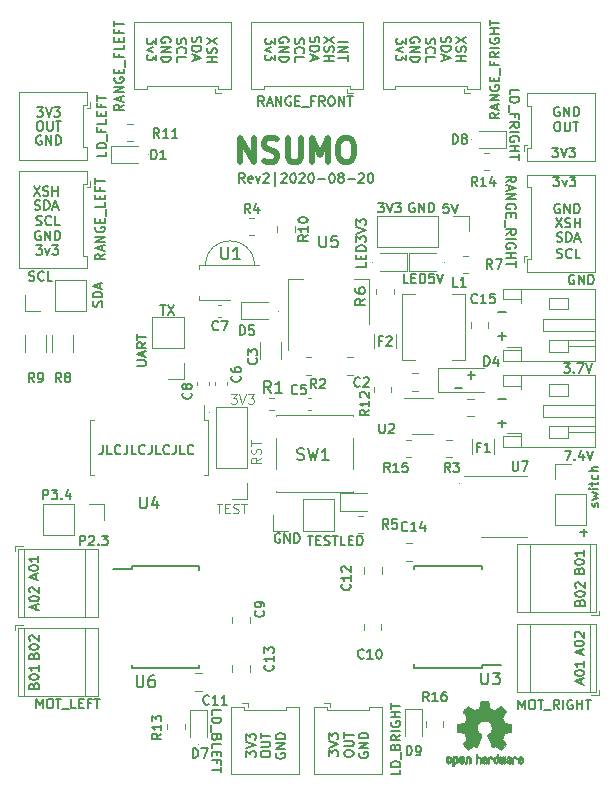
<source format=gbr>
%TF.GenerationSoftware,KiCad,Pcbnew,5.1.10*%
%TF.CreationDate,2021-08-20T07:55:10+02:00*%
%TF.ProjectId,nsumo,6e73756d-6f2e-46b6-9963-61645f706362,rev?*%
%TF.SameCoordinates,Original*%
%TF.FileFunction,Legend,Top*%
%TF.FilePolarity,Positive*%
%FSLAX46Y46*%
G04 Gerber Fmt 4.6, Leading zero omitted, Abs format (unit mm)*
G04 Created by KiCad (PCBNEW 5.1.10) date 2021-08-20 07:55:10*
%MOMM*%
%LPD*%
G01*
G04 APERTURE LIST*
%ADD10C,0.150000*%
%ADD11C,0.120000*%
%ADD12C,0.500000*%
%ADD13C,0.125000*%
%ADD14C,0.010000*%
G04 APERTURE END LIST*
D10*
X66595238Y-110557142D02*
X67204761Y-110557142D01*
X66900000Y-110861904D02*
X66900000Y-110252380D01*
X65495238Y-111657142D02*
X66104761Y-111657142D01*
D11*
X43850000Y-141800000D02*
G75*
G03*
X43850000Y-141800000I-50000J0D01*
G01*
X62050000Y-141700000D02*
G75*
G03*
X62050000Y-141700000I-50000J0D01*
G01*
X66950000Y-90600000D02*
G75*
G03*
X66950000Y-90600000I-50000J0D01*
G01*
X39550000Y-91900000D02*
G75*
G03*
X39550000Y-91900000I-50000J0D01*
G01*
D10*
X40570476Y-104631904D02*
X41027619Y-104631904D01*
X40799047Y-105431904D02*
X40799047Y-104631904D01*
X41218095Y-104631904D02*
X41751428Y-105431904D01*
X41751428Y-104631904D02*
X41218095Y-105431904D01*
X30013333Y-127812380D02*
X30013333Y-127431428D01*
X30241904Y-127888571D02*
X29441904Y-127621904D01*
X30241904Y-127355238D01*
X29441904Y-126936190D02*
X29441904Y-126860000D01*
X29480000Y-126783809D01*
X29518095Y-126745714D01*
X29594285Y-126707619D01*
X29746666Y-126669523D01*
X29937142Y-126669523D01*
X30089523Y-126707619D01*
X30165714Y-126745714D01*
X30203809Y-126783809D01*
X30241904Y-126860000D01*
X30241904Y-126936190D01*
X30203809Y-127012380D01*
X30165714Y-127050476D01*
X30089523Y-127088571D01*
X29937142Y-127126666D01*
X29746666Y-127126666D01*
X29594285Y-127088571D01*
X29518095Y-127050476D01*
X29480000Y-127012380D01*
X29441904Y-126936190D01*
X30241904Y-125907619D02*
X30241904Y-126364761D01*
X30241904Y-126136190D02*
X29441904Y-126136190D01*
X29556190Y-126212380D01*
X29632380Y-126288571D01*
X29670476Y-126364761D01*
X30033333Y-130412380D02*
X30033333Y-130031428D01*
X30261904Y-130488571D02*
X29461904Y-130221904D01*
X30261904Y-129955238D01*
X29461904Y-129536190D02*
X29461904Y-129460000D01*
X29500000Y-129383809D01*
X29538095Y-129345714D01*
X29614285Y-129307619D01*
X29766666Y-129269523D01*
X29957142Y-129269523D01*
X30109523Y-129307619D01*
X30185714Y-129345714D01*
X30223809Y-129383809D01*
X30261904Y-129460000D01*
X30261904Y-129536190D01*
X30223809Y-129612380D01*
X30185714Y-129650476D01*
X30109523Y-129688571D01*
X29957142Y-129726666D01*
X29766666Y-129726666D01*
X29614285Y-129688571D01*
X29538095Y-129650476D01*
X29500000Y-129612380D01*
X29461904Y-129536190D01*
X29538095Y-128964761D02*
X29500000Y-128926666D01*
X29461904Y-128850476D01*
X29461904Y-128660000D01*
X29500000Y-128583809D01*
X29538095Y-128545714D01*
X29614285Y-128507619D01*
X29690476Y-128507619D01*
X29804761Y-128545714D01*
X30261904Y-129002857D01*
X30261904Y-128507619D01*
X29842857Y-134294761D02*
X29880952Y-134180476D01*
X29919047Y-134142380D01*
X29995238Y-134104285D01*
X30109523Y-134104285D01*
X30185714Y-134142380D01*
X30223809Y-134180476D01*
X30261904Y-134256666D01*
X30261904Y-134561428D01*
X29461904Y-134561428D01*
X29461904Y-134294761D01*
X29500000Y-134218571D01*
X29538095Y-134180476D01*
X29614285Y-134142380D01*
X29690476Y-134142380D01*
X29766666Y-134180476D01*
X29804761Y-134218571D01*
X29842857Y-134294761D01*
X29842857Y-134561428D01*
X29461904Y-133609047D02*
X29461904Y-133532857D01*
X29500000Y-133456666D01*
X29538095Y-133418571D01*
X29614285Y-133380476D01*
X29766666Y-133342380D01*
X29957142Y-133342380D01*
X30109523Y-133380476D01*
X30185714Y-133418571D01*
X30223809Y-133456666D01*
X30261904Y-133532857D01*
X30261904Y-133609047D01*
X30223809Y-133685238D01*
X30185714Y-133723333D01*
X30109523Y-133761428D01*
X29957142Y-133799523D01*
X29766666Y-133799523D01*
X29614285Y-133761428D01*
X29538095Y-133723333D01*
X29500000Y-133685238D01*
X29461904Y-133609047D01*
X29538095Y-133037619D02*
X29500000Y-132999523D01*
X29461904Y-132923333D01*
X29461904Y-132732857D01*
X29500000Y-132656666D01*
X29538095Y-132618571D01*
X29614285Y-132580476D01*
X29690476Y-132580476D01*
X29804761Y-132618571D01*
X30261904Y-133075714D01*
X30261904Y-132580476D01*
X29842857Y-136844761D02*
X29880952Y-136730476D01*
X29919047Y-136692380D01*
X29995238Y-136654285D01*
X30109523Y-136654285D01*
X30185714Y-136692380D01*
X30223809Y-136730476D01*
X30261904Y-136806666D01*
X30261904Y-137111428D01*
X29461904Y-137111428D01*
X29461904Y-136844761D01*
X29500000Y-136768571D01*
X29538095Y-136730476D01*
X29614285Y-136692380D01*
X29690476Y-136692380D01*
X29766666Y-136730476D01*
X29804761Y-136768571D01*
X29842857Y-136844761D01*
X29842857Y-137111428D01*
X29461904Y-136159047D02*
X29461904Y-136082857D01*
X29500000Y-136006666D01*
X29538095Y-135968571D01*
X29614285Y-135930476D01*
X29766666Y-135892380D01*
X29957142Y-135892380D01*
X30109523Y-135930476D01*
X30185714Y-135968571D01*
X30223809Y-136006666D01*
X30261904Y-136082857D01*
X30261904Y-136159047D01*
X30223809Y-136235238D01*
X30185714Y-136273333D01*
X30109523Y-136311428D01*
X29957142Y-136349523D01*
X29766666Y-136349523D01*
X29614285Y-136311428D01*
X29538095Y-136273333D01*
X29500000Y-136235238D01*
X29461904Y-136159047D01*
X30261904Y-135130476D02*
X30261904Y-135587619D01*
X30261904Y-135359047D02*
X29461904Y-135359047D01*
X29576190Y-135435238D01*
X29652380Y-135511428D01*
X29690476Y-135587619D01*
X76223333Y-136682380D02*
X76223333Y-136301428D01*
X76451904Y-136758571D02*
X75651904Y-136491904D01*
X76451904Y-136225238D01*
X75651904Y-135806190D02*
X75651904Y-135730000D01*
X75690000Y-135653809D01*
X75728095Y-135615714D01*
X75804285Y-135577619D01*
X75956666Y-135539523D01*
X76147142Y-135539523D01*
X76299523Y-135577619D01*
X76375714Y-135615714D01*
X76413809Y-135653809D01*
X76451904Y-135730000D01*
X76451904Y-135806190D01*
X76413809Y-135882380D01*
X76375714Y-135920476D01*
X76299523Y-135958571D01*
X76147142Y-135996666D01*
X75956666Y-135996666D01*
X75804285Y-135958571D01*
X75728095Y-135920476D01*
X75690000Y-135882380D01*
X75651904Y-135806190D01*
X76451904Y-134777619D02*
X76451904Y-135234761D01*
X76451904Y-135006190D02*
X75651904Y-135006190D01*
X75766190Y-135082380D01*
X75842380Y-135158571D01*
X75880476Y-135234761D01*
X76203333Y-134212380D02*
X76203333Y-133831428D01*
X76431904Y-134288571D02*
X75631904Y-134021904D01*
X76431904Y-133755238D01*
X75631904Y-133336190D02*
X75631904Y-133260000D01*
X75670000Y-133183809D01*
X75708095Y-133145714D01*
X75784285Y-133107619D01*
X75936666Y-133069523D01*
X76127142Y-133069523D01*
X76279523Y-133107619D01*
X76355714Y-133145714D01*
X76393809Y-133183809D01*
X76431904Y-133260000D01*
X76431904Y-133336190D01*
X76393809Y-133412380D01*
X76355714Y-133450476D01*
X76279523Y-133488571D01*
X76127142Y-133526666D01*
X75936666Y-133526666D01*
X75784285Y-133488571D01*
X75708095Y-133450476D01*
X75670000Y-133412380D01*
X75631904Y-133336190D01*
X75708095Y-132764761D02*
X75670000Y-132726666D01*
X75631904Y-132650476D01*
X75631904Y-132460000D01*
X75670000Y-132383809D01*
X75708095Y-132345714D01*
X75784285Y-132307619D01*
X75860476Y-132307619D01*
X75974761Y-132345714D01*
X76431904Y-132802857D01*
X76431904Y-132307619D01*
X76062857Y-129804761D02*
X76100952Y-129690476D01*
X76139047Y-129652380D01*
X76215238Y-129614285D01*
X76329523Y-129614285D01*
X76405714Y-129652380D01*
X76443809Y-129690476D01*
X76481904Y-129766666D01*
X76481904Y-130071428D01*
X75681904Y-130071428D01*
X75681904Y-129804761D01*
X75720000Y-129728571D01*
X75758095Y-129690476D01*
X75834285Y-129652380D01*
X75910476Y-129652380D01*
X75986666Y-129690476D01*
X76024761Y-129728571D01*
X76062857Y-129804761D01*
X76062857Y-130071428D01*
X75681904Y-129119047D02*
X75681904Y-129042857D01*
X75720000Y-128966666D01*
X75758095Y-128928571D01*
X75834285Y-128890476D01*
X75986666Y-128852380D01*
X76177142Y-128852380D01*
X76329523Y-128890476D01*
X76405714Y-128928571D01*
X76443809Y-128966666D01*
X76481904Y-129042857D01*
X76481904Y-129119047D01*
X76443809Y-129195238D01*
X76405714Y-129233333D01*
X76329523Y-129271428D01*
X76177142Y-129309523D01*
X75986666Y-129309523D01*
X75834285Y-129271428D01*
X75758095Y-129233333D01*
X75720000Y-129195238D01*
X75681904Y-129119047D01*
X75758095Y-128547619D02*
X75720000Y-128509523D01*
X75681904Y-128433333D01*
X75681904Y-128242857D01*
X75720000Y-128166666D01*
X75758095Y-128128571D01*
X75834285Y-128090476D01*
X75910476Y-128090476D01*
X76024761Y-128128571D01*
X76481904Y-128585714D01*
X76481904Y-128090476D01*
X76022857Y-127114761D02*
X76060952Y-127000476D01*
X76099047Y-126962380D01*
X76175238Y-126924285D01*
X76289523Y-126924285D01*
X76365714Y-126962380D01*
X76403809Y-127000476D01*
X76441904Y-127076666D01*
X76441904Y-127381428D01*
X75641904Y-127381428D01*
X75641904Y-127114761D01*
X75680000Y-127038571D01*
X75718095Y-127000476D01*
X75794285Y-126962380D01*
X75870476Y-126962380D01*
X75946666Y-127000476D01*
X75984761Y-127038571D01*
X76022857Y-127114761D01*
X76022857Y-127381428D01*
X75641904Y-126429047D02*
X75641904Y-126352857D01*
X75680000Y-126276666D01*
X75718095Y-126238571D01*
X75794285Y-126200476D01*
X75946666Y-126162380D01*
X76137142Y-126162380D01*
X76289523Y-126200476D01*
X76365714Y-126238571D01*
X76403809Y-126276666D01*
X76441904Y-126352857D01*
X76441904Y-126429047D01*
X76403809Y-126505238D01*
X76365714Y-126543333D01*
X76289523Y-126581428D01*
X76137142Y-126619523D01*
X75946666Y-126619523D01*
X75794285Y-126581428D01*
X75718095Y-126543333D01*
X75680000Y-126505238D01*
X75641904Y-126429047D01*
X76441904Y-125400476D02*
X76441904Y-125857619D01*
X76441904Y-125629047D02*
X75641904Y-125629047D01*
X75756190Y-125705238D01*
X75832380Y-125781428D01*
X75870476Y-125857619D01*
X62080476Y-96000000D02*
X62004285Y-95961904D01*
X61890000Y-95961904D01*
X61775714Y-96000000D01*
X61699523Y-96076190D01*
X61661428Y-96152380D01*
X61623333Y-96304761D01*
X61623333Y-96419047D01*
X61661428Y-96571428D01*
X61699523Y-96647619D01*
X61775714Y-96723809D01*
X61890000Y-96761904D01*
X61966190Y-96761904D01*
X62080476Y-96723809D01*
X62118571Y-96685714D01*
X62118571Y-96419047D01*
X61966190Y-96419047D01*
X62461428Y-96761904D02*
X62461428Y-95961904D01*
X62918571Y-96761904D01*
X62918571Y-95961904D01*
X63299523Y-96761904D02*
X63299523Y-95961904D01*
X63490000Y-95961904D01*
X63604285Y-96000000D01*
X63680476Y-96076190D01*
X63718571Y-96152380D01*
X63756666Y-96304761D01*
X63756666Y-96419047D01*
X63718571Y-96571428D01*
X63680476Y-96647619D01*
X63604285Y-96723809D01*
X63490000Y-96761904D01*
X63299523Y-96761904D01*
X33738095Y-124961904D02*
X33738095Y-124161904D01*
X34042857Y-124161904D01*
X34119047Y-124200000D01*
X34157142Y-124238095D01*
X34195238Y-124314285D01*
X34195238Y-124428571D01*
X34157142Y-124504761D01*
X34119047Y-124542857D01*
X34042857Y-124580952D01*
X33738095Y-124580952D01*
X34500000Y-124238095D02*
X34538095Y-124200000D01*
X34614285Y-124161904D01*
X34804761Y-124161904D01*
X34880952Y-124200000D01*
X34919047Y-124238095D01*
X34957142Y-124314285D01*
X34957142Y-124390476D01*
X34919047Y-124504761D01*
X34461904Y-124961904D01*
X34957142Y-124961904D01*
X35300000Y-124885714D02*
X35338095Y-124923809D01*
X35300000Y-124961904D01*
X35261904Y-124923809D01*
X35300000Y-124885714D01*
X35300000Y-124961904D01*
X35604761Y-124161904D02*
X36100000Y-124161904D01*
X35833333Y-124466666D01*
X35947619Y-124466666D01*
X36023809Y-124504761D01*
X36061904Y-124542857D01*
X36100000Y-124619047D01*
X36100000Y-124809523D01*
X36061904Y-124885714D01*
X36023809Y-124923809D01*
X35947619Y-124961904D01*
X35719047Y-124961904D01*
X35642857Y-124923809D01*
X35604761Y-124885714D01*
X30638095Y-121061904D02*
X30638095Y-120261904D01*
X30942857Y-120261904D01*
X31019047Y-120300000D01*
X31057142Y-120338095D01*
X31095238Y-120414285D01*
X31095238Y-120528571D01*
X31057142Y-120604761D01*
X31019047Y-120642857D01*
X30942857Y-120680952D01*
X30638095Y-120680952D01*
X31361904Y-120261904D02*
X31857142Y-120261904D01*
X31590476Y-120566666D01*
X31704761Y-120566666D01*
X31780952Y-120604761D01*
X31819047Y-120642857D01*
X31857142Y-120719047D01*
X31857142Y-120909523D01*
X31819047Y-120985714D01*
X31780952Y-121023809D01*
X31704761Y-121061904D01*
X31476190Y-121061904D01*
X31400000Y-121023809D01*
X31361904Y-120985714D01*
X32200000Y-120985714D02*
X32238095Y-121023809D01*
X32200000Y-121061904D01*
X32161904Y-121023809D01*
X32200000Y-120985714D01*
X32200000Y-121061904D01*
X32923809Y-120528571D02*
X32923809Y-121061904D01*
X32733333Y-120223809D02*
X32542857Y-120795238D01*
X33038095Y-120795238D01*
D11*
X64650000Y-101000000D02*
G75*
G03*
X64650000Y-101000000I-50000J0D01*
G01*
X58550000Y-101000000D02*
G75*
G03*
X58550000Y-101000000I-50000J0D01*
G01*
D10*
X74819047Y-116961904D02*
X75352380Y-116961904D01*
X75009523Y-117761904D01*
X75657142Y-117685714D02*
X75695238Y-117723809D01*
X75657142Y-117761904D01*
X75619047Y-117723809D01*
X75657142Y-117685714D01*
X75657142Y-117761904D01*
X76380952Y-117228571D02*
X76380952Y-117761904D01*
X76190476Y-116923809D02*
X76000000Y-117495238D01*
X76495238Y-117495238D01*
X76685714Y-116961904D02*
X76952380Y-117761904D01*
X77219047Y-116961904D01*
X74719047Y-109561904D02*
X75214285Y-109561904D01*
X74947619Y-109866666D01*
X75061904Y-109866666D01*
X75138095Y-109904761D01*
X75176190Y-109942857D01*
X75214285Y-110019047D01*
X75214285Y-110209523D01*
X75176190Y-110285714D01*
X75138095Y-110323809D01*
X75061904Y-110361904D01*
X74833333Y-110361904D01*
X74757142Y-110323809D01*
X74719047Y-110285714D01*
X75557142Y-110285714D02*
X75595238Y-110323809D01*
X75557142Y-110361904D01*
X75519047Y-110323809D01*
X75557142Y-110285714D01*
X75557142Y-110361904D01*
X75861904Y-109561904D02*
X76395238Y-109561904D01*
X76052380Y-110361904D01*
X76585714Y-109561904D02*
X76852380Y-110361904D01*
X77119047Y-109561904D01*
D11*
X58850000Y-121300000D02*
G75*
G03*
X58850000Y-121300000I-50000J0D01*
G01*
X50610000Y-105140000D02*
G75*
G03*
X50610000Y-105140000I-50000J0D01*
G01*
X60500000Y-113000000D02*
G75*
G03*
X60500000Y-113000000I-50000J0D01*
G01*
D10*
X69195238Y-112607142D02*
X69804761Y-112607142D01*
X69195238Y-105257142D02*
X69804761Y-105257142D01*
X38561904Y-109776190D02*
X39209523Y-109776190D01*
X39285714Y-109738095D01*
X39323809Y-109700000D01*
X39361904Y-109623809D01*
X39361904Y-109471428D01*
X39323809Y-109395238D01*
X39285714Y-109357142D01*
X39209523Y-109319047D01*
X38561904Y-109319047D01*
X39133333Y-108976190D02*
X39133333Y-108595238D01*
X39361904Y-109052380D02*
X38561904Y-108785714D01*
X39361904Y-108519047D01*
X39361904Y-107795238D02*
X38980952Y-108061904D01*
X39361904Y-108252380D02*
X38561904Y-108252380D01*
X38561904Y-107947619D01*
X38600000Y-107871428D01*
X38638095Y-107833333D01*
X38714285Y-107795238D01*
X38828571Y-107795238D01*
X38904761Y-107833333D01*
X38942857Y-107871428D01*
X38980952Y-107947619D01*
X38980952Y-108252380D01*
X38561904Y-107566666D02*
X38561904Y-107109523D01*
X39361904Y-107338095D02*
X38561904Y-107338095D01*
D11*
X70050000Y-134600000D02*
G75*
G03*
X70050000Y-134600000I-50000J0D01*
G01*
X65950000Y-119700000D02*
G75*
G03*
X65950000Y-119700000I-50000J0D01*
G01*
X44740000Y-113720000D02*
G75*
G03*
X44740000Y-113720000I-50000J0D01*
G01*
X35800000Y-127450000D02*
G75*
G03*
X35800000Y-127450000I-50000J0D01*
G01*
D10*
X35704761Y-116461904D02*
X35704761Y-117033333D01*
X35666666Y-117147619D01*
X35590476Y-117223809D01*
X35476190Y-117261904D01*
X35400000Y-117261904D01*
X36466666Y-117261904D02*
X36085714Y-117261904D01*
X36085714Y-116461904D01*
X37190476Y-117185714D02*
X37152380Y-117223809D01*
X37038095Y-117261904D01*
X36961904Y-117261904D01*
X36847619Y-117223809D01*
X36771428Y-117147619D01*
X36733333Y-117071428D01*
X36695238Y-116919047D01*
X36695238Y-116804761D01*
X36733333Y-116652380D01*
X36771428Y-116576190D01*
X36847619Y-116500000D01*
X36961904Y-116461904D01*
X37038095Y-116461904D01*
X37152380Y-116500000D01*
X37190476Y-116538095D01*
X37761904Y-116461904D02*
X37761904Y-117033333D01*
X37723809Y-117147619D01*
X37647619Y-117223809D01*
X37533333Y-117261904D01*
X37457142Y-117261904D01*
X38523809Y-117261904D02*
X38142857Y-117261904D01*
X38142857Y-116461904D01*
X39247619Y-117185714D02*
X39209523Y-117223809D01*
X39095238Y-117261904D01*
X39019047Y-117261904D01*
X38904761Y-117223809D01*
X38828571Y-117147619D01*
X38790476Y-117071428D01*
X38752380Y-116919047D01*
X38752380Y-116804761D01*
X38790476Y-116652380D01*
X38828571Y-116576190D01*
X38904761Y-116500000D01*
X39019047Y-116461904D01*
X39095238Y-116461904D01*
X39209523Y-116500000D01*
X39247619Y-116538095D01*
X39819047Y-116461904D02*
X39819047Y-117033333D01*
X39780952Y-117147619D01*
X39704761Y-117223809D01*
X39590476Y-117261904D01*
X39514285Y-117261904D01*
X40580952Y-117261904D02*
X40200000Y-117261904D01*
X40200000Y-116461904D01*
X41304761Y-117185714D02*
X41266666Y-117223809D01*
X41152380Y-117261904D01*
X41076190Y-117261904D01*
X40961904Y-117223809D01*
X40885714Y-117147619D01*
X40847619Y-117071428D01*
X40809523Y-116919047D01*
X40809523Y-116804761D01*
X40847619Y-116652380D01*
X40885714Y-116576190D01*
X40961904Y-116500000D01*
X41076190Y-116461904D01*
X41152380Y-116461904D01*
X41266666Y-116500000D01*
X41304761Y-116538095D01*
X41876190Y-116461904D02*
X41876190Y-117033333D01*
X41838095Y-117147619D01*
X41761904Y-117223809D01*
X41647619Y-117261904D01*
X41571428Y-117261904D01*
X42638095Y-117261904D02*
X42257142Y-117261904D01*
X42257142Y-116461904D01*
X43361904Y-117185714D02*
X43323809Y-117223809D01*
X43209523Y-117261904D01*
X43133333Y-117261904D01*
X43019047Y-117223809D01*
X42942857Y-117147619D01*
X42904761Y-117071428D01*
X42866666Y-116919047D01*
X42866666Y-116804761D01*
X42904761Y-116652380D01*
X42942857Y-116576190D01*
X43019047Y-116500000D01*
X43133333Y-116461904D01*
X43209523Y-116461904D01*
X43323809Y-116500000D01*
X43361904Y-116538095D01*
X47700000Y-94261904D02*
X47433333Y-93880952D01*
X47242857Y-94261904D02*
X47242857Y-93461904D01*
X47547619Y-93461904D01*
X47623809Y-93500000D01*
X47661904Y-93538095D01*
X47700000Y-93614285D01*
X47700000Y-93728571D01*
X47661904Y-93804761D01*
X47623809Y-93842857D01*
X47547619Y-93880952D01*
X47242857Y-93880952D01*
X48347619Y-94223809D02*
X48271428Y-94261904D01*
X48119047Y-94261904D01*
X48042857Y-94223809D01*
X48004761Y-94147619D01*
X48004761Y-93842857D01*
X48042857Y-93766666D01*
X48119047Y-93728571D01*
X48271428Y-93728571D01*
X48347619Y-93766666D01*
X48385714Y-93842857D01*
X48385714Y-93919047D01*
X48004761Y-93995238D01*
X48652380Y-93728571D02*
X48842857Y-94261904D01*
X49033333Y-93728571D01*
X49300000Y-93538095D02*
X49338095Y-93500000D01*
X49414285Y-93461904D01*
X49604761Y-93461904D01*
X49680952Y-93500000D01*
X49719047Y-93538095D01*
X49757142Y-93614285D01*
X49757142Y-93690476D01*
X49719047Y-93804761D01*
X49261904Y-94261904D01*
X49757142Y-94261904D01*
X50290476Y-94528571D02*
X50290476Y-93385714D01*
X50823809Y-93538095D02*
X50861904Y-93500000D01*
X50938095Y-93461904D01*
X51128571Y-93461904D01*
X51204761Y-93500000D01*
X51242857Y-93538095D01*
X51280952Y-93614285D01*
X51280952Y-93690476D01*
X51242857Y-93804761D01*
X50785714Y-94261904D01*
X51280952Y-94261904D01*
X51776190Y-93461904D02*
X51852380Y-93461904D01*
X51928571Y-93500000D01*
X51966666Y-93538095D01*
X52004761Y-93614285D01*
X52042857Y-93766666D01*
X52042857Y-93957142D01*
X52004761Y-94109523D01*
X51966666Y-94185714D01*
X51928571Y-94223809D01*
X51852380Y-94261904D01*
X51776190Y-94261904D01*
X51700000Y-94223809D01*
X51661904Y-94185714D01*
X51623809Y-94109523D01*
X51585714Y-93957142D01*
X51585714Y-93766666D01*
X51623809Y-93614285D01*
X51661904Y-93538095D01*
X51700000Y-93500000D01*
X51776190Y-93461904D01*
X52347619Y-93538095D02*
X52385714Y-93500000D01*
X52461904Y-93461904D01*
X52652380Y-93461904D01*
X52728571Y-93500000D01*
X52766666Y-93538095D01*
X52804761Y-93614285D01*
X52804761Y-93690476D01*
X52766666Y-93804761D01*
X52309523Y-94261904D01*
X52804761Y-94261904D01*
X53300000Y-93461904D02*
X53376190Y-93461904D01*
X53452380Y-93500000D01*
X53490476Y-93538095D01*
X53528571Y-93614285D01*
X53566666Y-93766666D01*
X53566666Y-93957142D01*
X53528571Y-94109523D01*
X53490476Y-94185714D01*
X53452380Y-94223809D01*
X53376190Y-94261904D01*
X53300000Y-94261904D01*
X53223809Y-94223809D01*
X53185714Y-94185714D01*
X53147619Y-94109523D01*
X53109523Y-93957142D01*
X53109523Y-93766666D01*
X53147619Y-93614285D01*
X53185714Y-93538095D01*
X53223809Y-93500000D01*
X53300000Y-93461904D01*
X53909523Y-93957142D02*
X54519047Y-93957142D01*
X55052380Y-93461904D02*
X55128571Y-93461904D01*
X55204761Y-93500000D01*
X55242857Y-93538095D01*
X55280952Y-93614285D01*
X55319047Y-93766666D01*
X55319047Y-93957142D01*
X55280952Y-94109523D01*
X55242857Y-94185714D01*
X55204761Y-94223809D01*
X55128571Y-94261904D01*
X55052380Y-94261904D01*
X54976190Y-94223809D01*
X54938095Y-94185714D01*
X54900000Y-94109523D01*
X54861904Y-93957142D01*
X54861904Y-93766666D01*
X54900000Y-93614285D01*
X54938095Y-93538095D01*
X54976190Y-93500000D01*
X55052380Y-93461904D01*
X55776190Y-93804761D02*
X55700000Y-93766666D01*
X55661904Y-93728571D01*
X55623809Y-93652380D01*
X55623809Y-93614285D01*
X55661904Y-93538095D01*
X55700000Y-93500000D01*
X55776190Y-93461904D01*
X55928571Y-93461904D01*
X56004761Y-93500000D01*
X56042857Y-93538095D01*
X56080952Y-93614285D01*
X56080952Y-93652380D01*
X56042857Y-93728571D01*
X56004761Y-93766666D01*
X55928571Y-93804761D01*
X55776190Y-93804761D01*
X55700000Y-93842857D01*
X55661904Y-93880952D01*
X55623809Y-93957142D01*
X55623809Y-94109523D01*
X55661904Y-94185714D01*
X55700000Y-94223809D01*
X55776190Y-94261904D01*
X55928571Y-94261904D01*
X56004761Y-94223809D01*
X56042857Y-94185714D01*
X56080952Y-94109523D01*
X56080952Y-93957142D01*
X56042857Y-93880952D01*
X56004761Y-93842857D01*
X55928571Y-93804761D01*
X56423809Y-93957142D02*
X57033333Y-93957142D01*
X57376190Y-93538095D02*
X57414285Y-93500000D01*
X57490476Y-93461904D01*
X57680952Y-93461904D01*
X57757142Y-93500000D01*
X57795238Y-93538095D01*
X57833333Y-93614285D01*
X57833333Y-93690476D01*
X57795238Y-93804761D01*
X57338095Y-94261904D01*
X57833333Y-94261904D01*
X58328571Y-93461904D02*
X58404761Y-93461904D01*
X58480952Y-93500000D01*
X58519047Y-93538095D01*
X58557142Y-93614285D01*
X58595238Y-93766666D01*
X58595238Y-93957142D01*
X58557142Y-94109523D01*
X58519047Y-94185714D01*
X58480952Y-94223809D01*
X58404761Y-94261904D01*
X58328571Y-94261904D01*
X58252380Y-94223809D01*
X58214285Y-94185714D01*
X58176190Y-94109523D01*
X58138095Y-93957142D01*
X58138095Y-93766666D01*
X58176190Y-93614285D01*
X58214285Y-93538095D01*
X58252380Y-93500000D01*
X58328571Y-93461904D01*
X70890476Y-138861904D02*
X70890476Y-138061904D01*
X71157142Y-138633333D01*
X71423809Y-138061904D01*
X71423809Y-138861904D01*
X71957142Y-138061904D02*
X72109523Y-138061904D01*
X72185714Y-138100000D01*
X72261904Y-138176190D01*
X72300000Y-138328571D01*
X72300000Y-138595238D01*
X72261904Y-138747619D01*
X72185714Y-138823809D01*
X72109523Y-138861904D01*
X71957142Y-138861904D01*
X71880952Y-138823809D01*
X71804761Y-138747619D01*
X71766666Y-138595238D01*
X71766666Y-138328571D01*
X71804761Y-138176190D01*
X71880952Y-138100000D01*
X71957142Y-138061904D01*
X72528571Y-138061904D02*
X72985714Y-138061904D01*
X72757142Y-138861904D02*
X72757142Y-138061904D01*
X73061904Y-138938095D02*
X73671428Y-138938095D01*
X74319047Y-138861904D02*
X74052380Y-138480952D01*
X73861904Y-138861904D02*
X73861904Y-138061904D01*
X74166666Y-138061904D01*
X74242857Y-138100000D01*
X74280952Y-138138095D01*
X74319047Y-138214285D01*
X74319047Y-138328571D01*
X74280952Y-138404761D01*
X74242857Y-138442857D01*
X74166666Y-138480952D01*
X73861904Y-138480952D01*
X74661904Y-138861904D02*
X74661904Y-138061904D01*
X75461904Y-138100000D02*
X75385714Y-138061904D01*
X75271428Y-138061904D01*
X75157142Y-138100000D01*
X75080952Y-138176190D01*
X75042857Y-138252380D01*
X75004761Y-138404761D01*
X75004761Y-138519047D01*
X75042857Y-138671428D01*
X75080952Y-138747619D01*
X75157142Y-138823809D01*
X75271428Y-138861904D01*
X75347619Y-138861904D01*
X75461904Y-138823809D01*
X75500000Y-138785714D01*
X75500000Y-138519047D01*
X75347619Y-138519047D01*
X75842857Y-138861904D02*
X75842857Y-138061904D01*
X75842857Y-138442857D02*
X76300000Y-138442857D01*
X76300000Y-138861904D02*
X76300000Y-138061904D01*
X76566666Y-138061904D02*
X77023809Y-138061904D01*
X76795238Y-138861904D02*
X76795238Y-138061904D01*
D12*
X47338095Y-92504761D02*
X47338095Y-90504761D01*
X48480952Y-92504761D01*
X48480952Y-90504761D01*
X49338095Y-92409523D02*
X49623809Y-92504761D01*
X50100000Y-92504761D01*
X50290476Y-92409523D01*
X50385714Y-92314285D01*
X50480952Y-92123809D01*
X50480952Y-91933333D01*
X50385714Y-91742857D01*
X50290476Y-91647619D01*
X50100000Y-91552380D01*
X49719047Y-91457142D01*
X49528571Y-91361904D01*
X49433333Y-91266666D01*
X49338095Y-91076190D01*
X49338095Y-90885714D01*
X49433333Y-90695238D01*
X49528571Y-90600000D01*
X49719047Y-90504761D01*
X50195238Y-90504761D01*
X50480952Y-90600000D01*
X51338095Y-90504761D02*
X51338095Y-92123809D01*
X51433333Y-92314285D01*
X51528571Y-92409523D01*
X51719047Y-92504761D01*
X52100000Y-92504761D01*
X52290476Y-92409523D01*
X52385714Y-92314285D01*
X52480952Y-92123809D01*
X52480952Y-90504761D01*
X53433333Y-92504761D02*
X53433333Y-90504761D01*
X54100000Y-91933333D01*
X54766666Y-90504761D01*
X54766666Y-92504761D01*
X56100000Y-90504761D02*
X56480952Y-90504761D01*
X56671428Y-90600000D01*
X56861904Y-90790476D01*
X56957142Y-91171428D01*
X56957142Y-91838095D01*
X56861904Y-92219047D01*
X56671428Y-92409523D01*
X56480952Y-92504761D01*
X56100000Y-92504761D01*
X55909523Y-92409523D01*
X55719047Y-92219047D01*
X55623809Y-91838095D01*
X55623809Y-91171428D01*
X55719047Y-90790476D01*
X55909523Y-90600000D01*
X56100000Y-90504761D01*
D10*
X76095238Y-123857142D02*
X76704761Y-123857142D01*
X76400000Y-124161904D02*
X76400000Y-123552380D01*
X30071428Y-138761904D02*
X30071428Y-137961904D01*
X30338095Y-138533333D01*
X30604761Y-137961904D01*
X30604761Y-138761904D01*
X31138095Y-137961904D02*
X31290476Y-137961904D01*
X31366666Y-138000000D01*
X31442857Y-138076190D01*
X31480952Y-138228571D01*
X31480952Y-138495238D01*
X31442857Y-138647619D01*
X31366666Y-138723809D01*
X31290476Y-138761904D01*
X31138095Y-138761904D01*
X31061904Y-138723809D01*
X30985714Y-138647619D01*
X30947619Y-138495238D01*
X30947619Y-138228571D01*
X30985714Y-138076190D01*
X31061904Y-138000000D01*
X31138095Y-137961904D01*
X31709523Y-137961904D02*
X32166666Y-137961904D01*
X31938095Y-138761904D02*
X31938095Y-137961904D01*
X32242857Y-138838095D02*
X32852380Y-138838095D01*
X33423809Y-138761904D02*
X33042857Y-138761904D01*
X33042857Y-137961904D01*
X33690476Y-138342857D02*
X33957142Y-138342857D01*
X34071428Y-138761904D02*
X33690476Y-138761904D01*
X33690476Y-137961904D01*
X34071428Y-137961904D01*
X34680952Y-138342857D02*
X34414285Y-138342857D01*
X34414285Y-138761904D02*
X34414285Y-137961904D01*
X34795238Y-137961904D01*
X34985714Y-137961904D02*
X35442857Y-137961904D01*
X35214285Y-138761904D02*
X35214285Y-137961904D01*
D13*
X45323809Y-121461904D02*
X45780952Y-121461904D01*
X45552380Y-122261904D02*
X45552380Y-121461904D01*
X46047619Y-121842857D02*
X46314285Y-121842857D01*
X46428571Y-122261904D02*
X46047619Y-122261904D01*
X46047619Y-121461904D01*
X46428571Y-121461904D01*
X46733333Y-122223809D02*
X46847619Y-122261904D01*
X47038095Y-122261904D01*
X47114285Y-122223809D01*
X47152380Y-122185714D01*
X47190476Y-122109523D01*
X47190476Y-122033333D01*
X47152380Y-121957142D01*
X47114285Y-121919047D01*
X47038095Y-121880952D01*
X46885714Y-121842857D01*
X46809523Y-121804761D01*
X46771428Y-121766666D01*
X46733333Y-121690476D01*
X46733333Y-121614285D01*
X46771428Y-121538095D01*
X46809523Y-121500000D01*
X46885714Y-121461904D01*
X47076190Y-121461904D01*
X47190476Y-121500000D01*
X47419047Y-121461904D02*
X47876190Y-121461904D01*
X47647619Y-122261904D02*
X47647619Y-121461904D01*
D10*
X50690476Y-124000000D02*
X50614285Y-123961904D01*
X50500000Y-123961904D01*
X50385714Y-124000000D01*
X50309523Y-124076190D01*
X50271428Y-124152380D01*
X50233333Y-124304761D01*
X50233333Y-124419047D01*
X50271428Y-124571428D01*
X50309523Y-124647619D01*
X50385714Y-124723809D01*
X50500000Y-124761904D01*
X50576190Y-124761904D01*
X50690476Y-124723809D01*
X50728571Y-124685714D01*
X50728571Y-124419047D01*
X50576190Y-124419047D01*
X51071428Y-124761904D02*
X51071428Y-123961904D01*
X51528571Y-124761904D01*
X51528571Y-123961904D01*
X51909523Y-124761904D02*
X51909523Y-123961904D01*
X52100000Y-123961904D01*
X52214285Y-124000000D01*
X52290476Y-124076190D01*
X52328571Y-124152380D01*
X52366666Y-124304761D01*
X52366666Y-124419047D01*
X52328571Y-124571428D01*
X52290476Y-124647619D01*
X52214285Y-124723809D01*
X52100000Y-124761904D01*
X51909523Y-124761904D01*
X53038095Y-124161904D02*
X53495238Y-124161904D01*
X53266666Y-124961904D02*
X53266666Y-124161904D01*
X53761904Y-124542857D02*
X54028571Y-124542857D01*
X54142857Y-124961904D02*
X53761904Y-124961904D01*
X53761904Y-124161904D01*
X54142857Y-124161904D01*
X54447619Y-124923809D02*
X54561904Y-124961904D01*
X54752380Y-124961904D01*
X54828571Y-124923809D01*
X54866666Y-124885714D01*
X54904761Y-124809523D01*
X54904761Y-124733333D01*
X54866666Y-124657142D01*
X54828571Y-124619047D01*
X54752380Y-124580952D01*
X54600000Y-124542857D01*
X54523809Y-124504761D01*
X54485714Y-124466666D01*
X54447619Y-124390476D01*
X54447619Y-124314285D01*
X54485714Y-124238095D01*
X54523809Y-124200000D01*
X54600000Y-124161904D01*
X54790476Y-124161904D01*
X54904761Y-124200000D01*
X55133333Y-124161904D02*
X55590476Y-124161904D01*
X55361904Y-124961904D02*
X55361904Y-124161904D01*
X56238095Y-124961904D02*
X55857142Y-124961904D01*
X55857142Y-124161904D01*
X56504761Y-124542857D02*
X56771428Y-124542857D01*
X56885714Y-124961904D02*
X56504761Y-124961904D01*
X56504761Y-124161904D01*
X56885714Y-124161904D01*
X57228571Y-124961904D02*
X57228571Y-124161904D01*
X57419047Y-124161904D01*
X57533333Y-124200000D01*
X57609523Y-124276190D01*
X57647619Y-124352380D01*
X57685714Y-124504761D01*
X57685714Y-124619047D01*
X57647619Y-124771428D01*
X57609523Y-124847619D01*
X57533333Y-124923809D01*
X57419047Y-124961904D01*
X57228571Y-124961904D01*
D13*
X46529523Y-112181904D02*
X47024761Y-112181904D01*
X46758095Y-112486666D01*
X46872380Y-112486666D01*
X46948571Y-112524761D01*
X46986666Y-112562857D01*
X47024761Y-112639047D01*
X47024761Y-112829523D01*
X46986666Y-112905714D01*
X46948571Y-112943809D01*
X46872380Y-112981904D01*
X46643809Y-112981904D01*
X46567619Y-112943809D01*
X46529523Y-112905714D01*
X47253333Y-112181904D02*
X47520000Y-112981904D01*
X47786666Y-112181904D01*
X47977142Y-112181904D02*
X48472380Y-112181904D01*
X48205714Y-112486666D01*
X48320000Y-112486666D01*
X48396190Y-112524761D01*
X48434285Y-112562857D01*
X48472380Y-112639047D01*
X48472380Y-112829523D01*
X48434285Y-112905714D01*
X48396190Y-112943809D01*
X48320000Y-112981904D01*
X48091428Y-112981904D01*
X48015238Y-112943809D01*
X47977142Y-112905714D01*
X49061904Y-117538095D02*
X48680952Y-117804761D01*
X49061904Y-117995238D02*
X48261904Y-117995238D01*
X48261904Y-117690476D01*
X48300000Y-117614285D01*
X48338095Y-117576190D01*
X48414285Y-117538095D01*
X48528571Y-117538095D01*
X48604761Y-117576190D01*
X48642857Y-117614285D01*
X48680952Y-117690476D01*
X48680952Y-117995238D01*
X49023809Y-117233333D02*
X49061904Y-117119047D01*
X49061904Y-116928571D01*
X49023809Y-116852380D01*
X48985714Y-116814285D01*
X48909523Y-116776190D01*
X48833333Y-116776190D01*
X48757142Y-116814285D01*
X48719047Y-116852380D01*
X48680952Y-116928571D01*
X48642857Y-117080952D01*
X48604761Y-117157142D01*
X48566666Y-117195238D01*
X48490476Y-117233333D01*
X48414285Y-117233333D01*
X48338095Y-117195238D01*
X48300000Y-117157142D01*
X48261904Y-117080952D01*
X48261904Y-116890476D01*
X48300000Y-116776190D01*
X48261904Y-116547619D02*
X48261904Y-116090476D01*
X49061904Y-116319047D02*
X48261904Y-116319047D01*
D10*
X61561904Y-102761904D02*
X61180952Y-102761904D01*
X61180952Y-101961904D01*
X61828571Y-102342857D02*
X62095238Y-102342857D01*
X62209523Y-102761904D02*
X61828571Y-102761904D01*
X61828571Y-101961904D01*
X62209523Y-101961904D01*
X62552380Y-102761904D02*
X62552380Y-101961904D01*
X62742857Y-101961904D01*
X62857142Y-102000000D01*
X62933333Y-102076190D01*
X62971428Y-102152380D01*
X63009523Y-102304761D01*
X63009523Y-102419047D01*
X62971428Y-102571428D01*
X62933333Y-102647619D01*
X62857142Y-102723809D01*
X62742857Y-102761904D01*
X62552380Y-102761904D01*
X63733333Y-101961904D02*
X63352380Y-101961904D01*
X63314285Y-102342857D01*
X63352380Y-102304761D01*
X63428571Y-102266666D01*
X63619047Y-102266666D01*
X63695238Y-102304761D01*
X63733333Y-102342857D01*
X63771428Y-102419047D01*
X63771428Y-102609523D01*
X63733333Y-102685714D01*
X63695238Y-102723809D01*
X63619047Y-102761904D01*
X63428571Y-102761904D01*
X63352380Y-102723809D01*
X63314285Y-102685714D01*
X64000000Y-101961904D02*
X64266666Y-102761904D01*
X64533333Y-101961904D01*
X57961904Y-101019047D02*
X57961904Y-101400000D01*
X57161904Y-101400000D01*
X57542857Y-100752380D02*
X57542857Y-100485714D01*
X57961904Y-100371428D02*
X57961904Y-100752380D01*
X57161904Y-100752380D01*
X57161904Y-100371428D01*
X57961904Y-100028571D02*
X57161904Y-100028571D01*
X57161904Y-99838095D01*
X57200000Y-99723809D01*
X57276190Y-99647619D01*
X57352380Y-99609523D01*
X57504761Y-99571428D01*
X57619047Y-99571428D01*
X57771428Y-99609523D01*
X57847619Y-99647619D01*
X57923809Y-99723809D01*
X57961904Y-99838095D01*
X57961904Y-100028571D01*
X57161904Y-99304761D02*
X57161904Y-98809523D01*
X57466666Y-99076190D01*
X57466666Y-98961904D01*
X57504761Y-98885714D01*
X57542857Y-98847619D01*
X57619047Y-98809523D01*
X57809523Y-98809523D01*
X57885714Y-98847619D01*
X57923809Y-98885714D01*
X57961904Y-98961904D01*
X57961904Y-99190476D01*
X57923809Y-99266666D01*
X57885714Y-99304761D01*
X57161904Y-98580952D02*
X57961904Y-98314285D01*
X57161904Y-98047619D01*
X57161904Y-97857142D02*
X57161904Y-97361904D01*
X57466666Y-97628571D01*
X57466666Y-97514285D01*
X57504761Y-97438095D01*
X57542857Y-97400000D01*
X57619047Y-97361904D01*
X57809523Y-97361904D01*
X57885714Y-97400000D01*
X57923809Y-97438095D01*
X57961904Y-97514285D01*
X57961904Y-97742857D01*
X57923809Y-97819047D01*
X57885714Y-97857142D01*
X64947619Y-96061904D02*
X64566666Y-96061904D01*
X64528571Y-96442857D01*
X64566666Y-96404761D01*
X64642857Y-96366666D01*
X64833333Y-96366666D01*
X64909523Y-96404761D01*
X64947619Y-96442857D01*
X64985714Y-96519047D01*
X64985714Y-96709523D01*
X64947619Y-96785714D01*
X64909523Y-96823809D01*
X64833333Y-96861904D01*
X64642857Y-96861904D01*
X64566666Y-96823809D01*
X64528571Y-96785714D01*
X65214285Y-96061904D02*
X65480952Y-96861904D01*
X65747619Y-96061904D01*
X58979523Y-95981904D02*
X59474761Y-95981904D01*
X59208095Y-96286666D01*
X59322380Y-96286666D01*
X59398571Y-96324761D01*
X59436666Y-96362857D01*
X59474761Y-96439047D01*
X59474761Y-96629523D01*
X59436666Y-96705714D01*
X59398571Y-96743809D01*
X59322380Y-96781904D01*
X59093809Y-96781904D01*
X59017619Y-96743809D01*
X58979523Y-96705714D01*
X59703333Y-95981904D02*
X59970000Y-96781904D01*
X60236666Y-95981904D01*
X60427142Y-95981904D02*
X60922380Y-95981904D01*
X60655714Y-96286666D01*
X60770000Y-96286666D01*
X60846190Y-96324761D01*
X60884285Y-96362857D01*
X60922380Y-96439047D01*
X60922380Y-96629523D01*
X60884285Y-96705714D01*
X60846190Y-96743809D01*
X60770000Y-96781904D01*
X60541428Y-96781904D01*
X60465238Y-96743809D01*
X60427142Y-96705714D01*
X77623809Y-121714285D02*
X77661904Y-121638095D01*
X77661904Y-121485714D01*
X77623809Y-121409523D01*
X77547619Y-121371428D01*
X77509523Y-121371428D01*
X77433333Y-121409523D01*
X77395238Y-121485714D01*
X77395238Y-121600000D01*
X77357142Y-121676190D01*
X77280952Y-121714285D01*
X77242857Y-121714285D01*
X77166666Y-121676190D01*
X77128571Y-121600000D01*
X77128571Y-121485714D01*
X77166666Y-121409523D01*
X77128571Y-121104761D02*
X77661904Y-120952380D01*
X77280952Y-120800000D01*
X77661904Y-120647619D01*
X77128571Y-120495238D01*
X77661904Y-120190476D02*
X77128571Y-120190476D01*
X76861904Y-120190476D02*
X76900000Y-120228571D01*
X76938095Y-120190476D01*
X76900000Y-120152380D01*
X76861904Y-120190476D01*
X76938095Y-120190476D01*
X77128571Y-119923809D02*
X77128571Y-119619047D01*
X76861904Y-119809523D02*
X77547619Y-119809523D01*
X77623809Y-119771428D01*
X77661904Y-119695238D01*
X77661904Y-119619047D01*
X77623809Y-119009523D02*
X77661904Y-119085714D01*
X77661904Y-119238095D01*
X77623809Y-119314285D01*
X77585714Y-119352380D01*
X77509523Y-119390476D01*
X77280952Y-119390476D01*
X77204761Y-119352380D01*
X77166666Y-119314285D01*
X77128571Y-119238095D01*
X77128571Y-119085714D01*
X77166666Y-119009523D01*
X77661904Y-118666666D02*
X76861904Y-118666666D01*
X77661904Y-118323809D02*
X77242857Y-118323809D01*
X77166666Y-118361904D01*
X77128571Y-118438095D01*
X77128571Y-118552380D01*
X77166666Y-118628571D01*
X77204761Y-118666666D01*
X69195238Y-114657142D02*
X69804761Y-114657142D01*
X69500000Y-114961904D02*
X69500000Y-114352380D01*
X69195238Y-107257142D02*
X69804761Y-107257142D01*
X69500000Y-107561904D02*
X69500000Y-106952380D01*
X75590476Y-102089000D02*
X75514285Y-102050904D01*
X75400000Y-102050904D01*
X75285714Y-102089000D01*
X75209523Y-102165190D01*
X75171428Y-102241380D01*
X75133333Y-102393761D01*
X75133333Y-102508047D01*
X75171428Y-102660428D01*
X75209523Y-102736619D01*
X75285714Y-102812809D01*
X75400000Y-102850904D01*
X75476190Y-102850904D01*
X75590476Y-102812809D01*
X75628571Y-102774714D01*
X75628571Y-102508047D01*
X75476190Y-102508047D01*
X75971428Y-102850904D02*
X75971428Y-102050904D01*
X76428571Y-102850904D01*
X76428571Y-102050904D01*
X76809523Y-102850904D02*
X76809523Y-102050904D01*
X77000000Y-102050904D01*
X77114285Y-102089000D01*
X77190476Y-102165190D01*
X77228571Y-102241380D01*
X77266666Y-102393761D01*
X77266666Y-102508047D01*
X77228571Y-102660428D01*
X77190476Y-102736619D01*
X77114285Y-102812809D01*
X77000000Y-102850904D01*
X76809523Y-102850904D01*
X44938095Y-139309523D02*
X44938095Y-138928571D01*
X45738095Y-138928571D01*
X44938095Y-139576190D02*
X45738095Y-139576190D01*
X45738095Y-139766666D01*
X45700000Y-139880952D01*
X45623809Y-139957142D01*
X45547619Y-139995238D01*
X45395238Y-140033333D01*
X45280952Y-140033333D01*
X45128571Y-139995238D01*
X45052380Y-139957142D01*
X44976190Y-139880952D01*
X44938095Y-139766666D01*
X44938095Y-139576190D01*
X44861904Y-140185714D02*
X44861904Y-140795238D01*
X45357142Y-141252380D02*
X45319047Y-141366666D01*
X45280952Y-141404761D01*
X45204761Y-141442857D01*
X45090476Y-141442857D01*
X45014285Y-141404761D01*
X44976190Y-141366666D01*
X44938095Y-141290476D01*
X44938095Y-140985714D01*
X45738095Y-140985714D01*
X45738095Y-141252380D01*
X45700000Y-141328571D01*
X45661904Y-141366666D01*
X45585714Y-141404761D01*
X45509523Y-141404761D01*
X45433333Y-141366666D01*
X45395238Y-141328571D01*
X45357142Y-141252380D01*
X45357142Y-140985714D01*
X44938095Y-142166666D02*
X44938095Y-141785714D01*
X45738095Y-141785714D01*
X45357142Y-142433333D02*
X45357142Y-142700000D01*
X44938095Y-142814285D02*
X44938095Y-142433333D01*
X45738095Y-142433333D01*
X45738095Y-142814285D01*
X45357142Y-143423809D02*
X45357142Y-143157142D01*
X44938095Y-143157142D02*
X45738095Y-143157142D01*
X45738095Y-143538095D01*
X45738095Y-143728571D02*
X45738095Y-144185714D01*
X44938095Y-143957142D02*
X45738095Y-143957142D01*
X60861904Y-143971428D02*
X60861904Y-144352380D01*
X60061904Y-144352380D01*
X60861904Y-143704761D02*
X60061904Y-143704761D01*
X60061904Y-143514285D01*
X60100000Y-143400000D01*
X60176190Y-143323809D01*
X60252380Y-143285714D01*
X60404761Y-143247619D01*
X60519047Y-143247619D01*
X60671428Y-143285714D01*
X60747619Y-143323809D01*
X60823809Y-143400000D01*
X60861904Y-143514285D01*
X60861904Y-143704761D01*
X60938095Y-143095238D02*
X60938095Y-142485714D01*
X60442857Y-142028571D02*
X60480952Y-141914285D01*
X60519047Y-141876190D01*
X60595238Y-141838095D01*
X60709523Y-141838095D01*
X60785714Y-141876190D01*
X60823809Y-141914285D01*
X60861904Y-141990476D01*
X60861904Y-142295238D01*
X60061904Y-142295238D01*
X60061904Y-142028571D01*
X60100000Y-141952380D01*
X60138095Y-141914285D01*
X60214285Y-141876190D01*
X60290476Y-141876190D01*
X60366666Y-141914285D01*
X60404761Y-141952380D01*
X60442857Y-142028571D01*
X60442857Y-142295238D01*
X60861904Y-141038095D02*
X60480952Y-141304761D01*
X60861904Y-141495238D02*
X60061904Y-141495238D01*
X60061904Y-141190476D01*
X60100000Y-141114285D01*
X60138095Y-141076190D01*
X60214285Y-141038095D01*
X60328571Y-141038095D01*
X60404761Y-141076190D01*
X60442857Y-141114285D01*
X60480952Y-141190476D01*
X60480952Y-141495238D01*
X60861904Y-140695238D02*
X60061904Y-140695238D01*
X60100000Y-139895238D02*
X60061904Y-139971428D01*
X60061904Y-140085714D01*
X60100000Y-140200000D01*
X60176190Y-140276190D01*
X60252380Y-140314285D01*
X60404761Y-140352380D01*
X60519047Y-140352380D01*
X60671428Y-140314285D01*
X60747619Y-140276190D01*
X60823809Y-140200000D01*
X60861904Y-140085714D01*
X60861904Y-140009523D01*
X60823809Y-139895238D01*
X60785714Y-139857142D01*
X60519047Y-139857142D01*
X60519047Y-140009523D01*
X60861904Y-139514285D02*
X60061904Y-139514285D01*
X60442857Y-139514285D02*
X60442857Y-139057142D01*
X60861904Y-139057142D02*
X60061904Y-139057142D01*
X60061904Y-138790476D02*
X60061904Y-138333333D01*
X60861904Y-138561904D02*
X60061904Y-138561904D01*
X49051904Y-142730000D02*
X49051904Y-142577619D01*
X49090000Y-142501428D01*
X49166190Y-142425238D01*
X49318571Y-142387142D01*
X49585238Y-142387142D01*
X49737619Y-142425238D01*
X49813809Y-142501428D01*
X49851904Y-142577619D01*
X49851904Y-142730000D01*
X49813809Y-142806190D01*
X49737619Y-142882380D01*
X49585238Y-142920476D01*
X49318571Y-142920476D01*
X49166190Y-142882380D01*
X49090000Y-142806190D01*
X49051904Y-142730000D01*
X49051904Y-142044285D02*
X49699523Y-142044285D01*
X49775714Y-142006190D01*
X49813809Y-141968095D01*
X49851904Y-141891904D01*
X49851904Y-141739523D01*
X49813809Y-141663333D01*
X49775714Y-141625238D01*
X49699523Y-141587142D01*
X49051904Y-141587142D01*
X49051904Y-141320476D02*
X49051904Y-140863333D01*
X49851904Y-141091904D02*
X49051904Y-141091904D01*
X47831904Y-142890476D02*
X47831904Y-142395238D01*
X48136666Y-142661904D01*
X48136666Y-142547619D01*
X48174761Y-142471428D01*
X48212857Y-142433333D01*
X48289047Y-142395238D01*
X48479523Y-142395238D01*
X48555714Y-142433333D01*
X48593809Y-142471428D01*
X48631904Y-142547619D01*
X48631904Y-142776190D01*
X48593809Y-142852380D01*
X48555714Y-142890476D01*
X47831904Y-142166666D02*
X48631904Y-141900000D01*
X47831904Y-141633333D01*
X47831904Y-141442857D02*
X47831904Y-140947619D01*
X48136666Y-141214285D01*
X48136666Y-141100000D01*
X48174761Y-141023809D01*
X48212857Y-140985714D01*
X48289047Y-140947619D01*
X48479523Y-140947619D01*
X48555714Y-140985714D01*
X48593809Y-141023809D01*
X48631904Y-141100000D01*
X48631904Y-141328571D01*
X48593809Y-141404761D01*
X48555714Y-141442857D01*
X50360000Y-142569523D02*
X50321904Y-142645714D01*
X50321904Y-142760000D01*
X50360000Y-142874285D01*
X50436190Y-142950476D01*
X50512380Y-142988571D01*
X50664761Y-143026666D01*
X50779047Y-143026666D01*
X50931428Y-142988571D01*
X51007619Y-142950476D01*
X51083809Y-142874285D01*
X51121904Y-142760000D01*
X51121904Y-142683809D01*
X51083809Y-142569523D01*
X51045714Y-142531428D01*
X50779047Y-142531428D01*
X50779047Y-142683809D01*
X51121904Y-142188571D02*
X50321904Y-142188571D01*
X51121904Y-141731428D01*
X50321904Y-141731428D01*
X51121904Y-141350476D02*
X50321904Y-141350476D01*
X50321904Y-141160000D01*
X50360000Y-141045714D01*
X50436190Y-140969523D01*
X50512380Y-140931428D01*
X50664761Y-140893333D01*
X50779047Y-140893333D01*
X50931428Y-140931428D01*
X51007619Y-140969523D01*
X51083809Y-141045714D01*
X51121904Y-141160000D01*
X51121904Y-141350476D01*
X56121904Y-142670000D02*
X56121904Y-142517619D01*
X56160000Y-142441428D01*
X56236190Y-142365238D01*
X56388571Y-142327142D01*
X56655238Y-142327142D01*
X56807619Y-142365238D01*
X56883809Y-142441428D01*
X56921904Y-142517619D01*
X56921904Y-142670000D01*
X56883809Y-142746190D01*
X56807619Y-142822380D01*
X56655238Y-142860476D01*
X56388571Y-142860476D01*
X56236190Y-142822380D01*
X56160000Y-142746190D01*
X56121904Y-142670000D01*
X56121904Y-141984285D02*
X56769523Y-141984285D01*
X56845714Y-141946190D01*
X56883809Y-141908095D01*
X56921904Y-141831904D01*
X56921904Y-141679523D01*
X56883809Y-141603333D01*
X56845714Y-141565238D01*
X56769523Y-141527142D01*
X56121904Y-141527142D01*
X56121904Y-141260476D02*
X56121904Y-140803333D01*
X56921904Y-141031904D02*
X56121904Y-141031904D01*
X54821904Y-142820476D02*
X54821904Y-142325238D01*
X55126666Y-142591904D01*
X55126666Y-142477619D01*
X55164761Y-142401428D01*
X55202857Y-142363333D01*
X55279047Y-142325238D01*
X55469523Y-142325238D01*
X55545714Y-142363333D01*
X55583809Y-142401428D01*
X55621904Y-142477619D01*
X55621904Y-142706190D01*
X55583809Y-142782380D01*
X55545714Y-142820476D01*
X54821904Y-142096666D02*
X55621904Y-141830000D01*
X54821904Y-141563333D01*
X54821904Y-141372857D02*
X54821904Y-140877619D01*
X55126666Y-141144285D01*
X55126666Y-141030000D01*
X55164761Y-140953809D01*
X55202857Y-140915714D01*
X55279047Y-140877619D01*
X55469523Y-140877619D01*
X55545714Y-140915714D01*
X55583809Y-140953809D01*
X55621904Y-141030000D01*
X55621904Y-141258571D01*
X55583809Y-141334761D01*
X55545714Y-141372857D01*
X57390000Y-142529523D02*
X57351904Y-142605714D01*
X57351904Y-142720000D01*
X57390000Y-142834285D01*
X57466190Y-142910476D01*
X57542380Y-142948571D01*
X57694761Y-142986666D01*
X57809047Y-142986666D01*
X57961428Y-142948571D01*
X58037619Y-142910476D01*
X58113809Y-142834285D01*
X58151904Y-142720000D01*
X58151904Y-142643809D01*
X58113809Y-142529523D01*
X58075714Y-142491428D01*
X57809047Y-142491428D01*
X57809047Y-142643809D01*
X58151904Y-142148571D02*
X57351904Y-142148571D01*
X58151904Y-141691428D01*
X57351904Y-141691428D01*
X58151904Y-141310476D02*
X57351904Y-141310476D01*
X57351904Y-141120000D01*
X57390000Y-141005714D01*
X57466190Y-140929523D01*
X57542380Y-140891428D01*
X57694761Y-140853333D01*
X57809047Y-140853333D01*
X57961428Y-140891428D01*
X58037619Y-140929523D01*
X58113809Y-141005714D01*
X58151904Y-141120000D01*
X58151904Y-141310476D01*
X55638095Y-82376190D02*
X56438095Y-82376190D01*
X55638095Y-82757142D02*
X56438095Y-82757142D01*
X55638095Y-83214285D01*
X56438095Y-83214285D01*
X56438095Y-83480952D02*
X56438095Y-83938095D01*
X55638095Y-83709523D02*
X56438095Y-83709523D01*
X55238095Y-81933333D02*
X54438095Y-82466666D01*
X55238095Y-82466666D02*
X54438095Y-81933333D01*
X54476190Y-82733333D02*
X54438095Y-82847619D01*
X54438095Y-83038095D01*
X54476190Y-83114285D01*
X54514285Y-83152380D01*
X54590476Y-83190476D01*
X54666666Y-83190476D01*
X54742857Y-83152380D01*
X54780952Y-83114285D01*
X54819047Y-83038095D01*
X54857142Y-82885714D01*
X54895238Y-82809523D01*
X54933333Y-82771428D01*
X55009523Y-82733333D01*
X55085714Y-82733333D01*
X55161904Y-82771428D01*
X55200000Y-82809523D01*
X55238095Y-82885714D01*
X55238095Y-83076190D01*
X55200000Y-83190476D01*
X54438095Y-83533333D02*
X55238095Y-83533333D01*
X54857142Y-83533333D02*
X54857142Y-83990476D01*
X54438095Y-83990476D02*
X55238095Y-83990476D01*
X50238095Y-82047619D02*
X50238095Y-82542857D01*
X49933333Y-82276190D01*
X49933333Y-82390476D01*
X49895238Y-82466666D01*
X49857142Y-82504761D01*
X49780952Y-82542857D01*
X49590476Y-82542857D01*
X49514285Y-82504761D01*
X49476190Y-82466666D01*
X49438095Y-82390476D01*
X49438095Y-82161904D01*
X49476190Y-82085714D01*
X49514285Y-82047619D01*
X49971428Y-82809523D02*
X49438095Y-83000000D01*
X49971428Y-83190476D01*
X50238095Y-83419047D02*
X50238095Y-83914285D01*
X49933333Y-83647619D01*
X49933333Y-83761904D01*
X49895238Y-83838095D01*
X49857142Y-83876190D01*
X49780952Y-83914285D01*
X49590476Y-83914285D01*
X49514285Y-83876190D01*
X49476190Y-83838095D01*
X49438095Y-83761904D01*
X49438095Y-83533333D01*
X49476190Y-83457142D01*
X49514285Y-83419047D01*
X51400000Y-82390476D02*
X51438095Y-82314285D01*
X51438095Y-82200000D01*
X51400000Y-82085714D01*
X51323809Y-82009523D01*
X51247619Y-81971428D01*
X51095238Y-81933333D01*
X50980952Y-81933333D01*
X50828571Y-81971428D01*
X50752380Y-82009523D01*
X50676190Y-82085714D01*
X50638095Y-82200000D01*
X50638095Y-82276190D01*
X50676190Y-82390476D01*
X50714285Y-82428571D01*
X50980952Y-82428571D01*
X50980952Y-82276190D01*
X50638095Y-82771428D02*
X51438095Y-82771428D01*
X50638095Y-83228571D01*
X51438095Y-83228571D01*
X50638095Y-83609523D02*
X51438095Y-83609523D01*
X51438095Y-83800000D01*
X51400000Y-83914285D01*
X51323809Y-83990476D01*
X51247619Y-84028571D01*
X51095238Y-84066666D01*
X50980952Y-84066666D01*
X50828571Y-84028571D01*
X50752380Y-83990476D01*
X50676190Y-83914285D01*
X50638095Y-83800000D01*
X50638095Y-83609523D01*
X53276190Y-81928571D02*
X53238095Y-82042857D01*
X53238095Y-82233333D01*
X53276190Y-82309523D01*
X53314285Y-82347619D01*
X53390476Y-82385714D01*
X53466666Y-82385714D01*
X53542857Y-82347619D01*
X53580952Y-82309523D01*
X53619047Y-82233333D01*
X53657142Y-82080952D01*
X53695238Y-82004761D01*
X53733333Y-81966666D01*
X53809523Y-81928571D01*
X53885714Y-81928571D01*
X53961904Y-81966666D01*
X54000000Y-82004761D01*
X54038095Y-82080952D01*
X54038095Y-82271428D01*
X54000000Y-82385714D01*
X53238095Y-82728571D02*
X54038095Y-82728571D01*
X54038095Y-82919047D01*
X54000000Y-83033333D01*
X53923809Y-83109523D01*
X53847619Y-83147619D01*
X53695238Y-83185714D01*
X53580952Y-83185714D01*
X53428571Y-83147619D01*
X53352380Y-83109523D01*
X53276190Y-83033333D01*
X53238095Y-82919047D01*
X53238095Y-82728571D01*
X53466666Y-83490476D02*
X53466666Y-83871428D01*
X53238095Y-83414285D02*
X54038095Y-83680952D01*
X53238095Y-83947619D01*
X51976190Y-82047619D02*
X51938095Y-82161904D01*
X51938095Y-82352380D01*
X51976190Y-82428571D01*
X52014285Y-82466666D01*
X52090476Y-82504761D01*
X52166666Y-82504761D01*
X52242857Y-82466666D01*
X52280952Y-82428571D01*
X52319047Y-82352380D01*
X52357142Y-82200000D01*
X52395238Y-82123809D01*
X52433333Y-82085714D01*
X52509523Y-82047619D01*
X52585714Y-82047619D01*
X52661904Y-82085714D01*
X52700000Y-82123809D01*
X52738095Y-82200000D01*
X52738095Y-82390476D01*
X52700000Y-82504761D01*
X52014285Y-83304761D02*
X51976190Y-83266666D01*
X51938095Y-83152380D01*
X51938095Y-83076190D01*
X51976190Y-82961904D01*
X52052380Y-82885714D01*
X52128571Y-82847619D01*
X52280952Y-82809523D01*
X52395238Y-82809523D01*
X52547619Y-82847619D01*
X52623809Y-82885714D01*
X52700000Y-82961904D01*
X52738095Y-83076190D01*
X52738095Y-83152380D01*
X52700000Y-83266666D01*
X52661904Y-83304761D01*
X51938095Y-84028571D02*
X51938095Y-83647619D01*
X52738095Y-83647619D01*
X74100000Y-89121904D02*
X74252380Y-89121904D01*
X74328571Y-89160000D01*
X74404761Y-89236190D01*
X74442857Y-89388571D01*
X74442857Y-89655238D01*
X74404761Y-89807619D01*
X74328571Y-89883809D01*
X74252380Y-89921904D01*
X74100000Y-89921904D01*
X74023809Y-89883809D01*
X73947619Y-89807619D01*
X73909523Y-89655238D01*
X73909523Y-89388571D01*
X73947619Y-89236190D01*
X74023809Y-89160000D01*
X74100000Y-89121904D01*
X74785714Y-89121904D02*
X74785714Y-89769523D01*
X74823809Y-89845714D01*
X74861904Y-89883809D01*
X74938095Y-89921904D01*
X75090476Y-89921904D01*
X75166666Y-89883809D01*
X75204761Y-89845714D01*
X75242857Y-89769523D01*
X75242857Y-89121904D01*
X75509523Y-89121904D02*
X75966666Y-89121904D01*
X75738095Y-89921904D02*
X75738095Y-89121904D01*
X73739523Y-91291904D02*
X74234761Y-91291904D01*
X73968095Y-91596666D01*
X74082380Y-91596666D01*
X74158571Y-91634761D01*
X74196666Y-91672857D01*
X74234761Y-91749047D01*
X74234761Y-91939523D01*
X74196666Y-92015714D01*
X74158571Y-92053809D01*
X74082380Y-92091904D01*
X73853809Y-92091904D01*
X73777619Y-92053809D01*
X73739523Y-92015714D01*
X74463333Y-91291904D02*
X74730000Y-92091904D01*
X74996666Y-91291904D01*
X75187142Y-91291904D02*
X75682380Y-91291904D01*
X75415714Y-91596666D01*
X75530000Y-91596666D01*
X75606190Y-91634761D01*
X75644285Y-91672857D01*
X75682380Y-91749047D01*
X75682380Y-91939523D01*
X75644285Y-92015714D01*
X75606190Y-92053809D01*
X75530000Y-92091904D01*
X75301428Y-92091904D01*
X75225238Y-92053809D01*
X75187142Y-92015714D01*
X74340476Y-87890000D02*
X74264285Y-87851904D01*
X74150000Y-87851904D01*
X74035714Y-87890000D01*
X73959523Y-87966190D01*
X73921428Y-88042380D01*
X73883333Y-88194761D01*
X73883333Y-88309047D01*
X73921428Y-88461428D01*
X73959523Y-88537619D01*
X74035714Y-88613809D01*
X74150000Y-88651904D01*
X74226190Y-88651904D01*
X74340476Y-88613809D01*
X74378571Y-88575714D01*
X74378571Y-88309047D01*
X74226190Y-88309047D01*
X74721428Y-88651904D02*
X74721428Y-87851904D01*
X75178571Y-88651904D01*
X75178571Y-87851904D01*
X75559523Y-88651904D02*
X75559523Y-87851904D01*
X75750000Y-87851904D01*
X75864285Y-87890000D01*
X75940476Y-87966190D01*
X75978571Y-88042380D01*
X76016666Y-88194761D01*
X76016666Y-88309047D01*
X75978571Y-88461428D01*
X75940476Y-88537619D01*
X75864285Y-88613809D01*
X75750000Y-88651904D01*
X75559523Y-88651904D01*
X73847619Y-93761904D02*
X74342857Y-93761904D01*
X74076190Y-94066666D01*
X74190476Y-94066666D01*
X74266666Y-94104761D01*
X74304761Y-94142857D01*
X74342857Y-94219047D01*
X74342857Y-94409523D01*
X74304761Y-94485714D01*
X74266666Y-94523809D01*
X74190476Y-94561904D01*
X73961904Y-94561904D01*
X73885714Y-94523809D01*
X73847619Y-94485714D01*
X74609523Y-94028571D02*
X74800000Y-94561904D01*
X74990476Y-94028571D01*
X75219047Y-93761904D02*
X75714285Y-93761904D01*
X75447619Y-94066666D01*
X75561904Y-94066666D01*
X75638095Y-94104761D01*
X75676190Y-94142857D01*
X75714285Y-94219047D01*
X75714285Y-94409523D01*
X75676190Y-94485714D01*
X75638095Y-94523809D01*
X75561904Y-94561904D01*
X75333333Y-94561904D01*
X75257142Y-94523809D01*
X75219047Y-94485714D01*
X74147619Y-100623809D02*
X74261904Y-100661904D01*
X74452380Y-100661904D01*
X74528571Y-100623809D01*
X74566666Y-100585714D01*
X74604761Y-100509523D01*
X74604761Y-100433333D01*
X74566666Y-100357142D01*
X74528571Y-100319047D01*
X74452380Y-100280952D01*
X74300000Y-100242857D01*
X74223809Y-100204761D01*
X74185714Y-100166666D01*
X74147619Y-100090476D01*
X74147619Y-100014285D01*
X74185714Y-99938095D01*
X74223809Y-99900000D01*
X74300000Y-99861904D01*
X74490476Y-99861904D01*
X74604761Y-99900000D01*
X75404761Y-100585714D02*
X75366666Y-100623809D01*
X75252380Y-100661904D01*
X75176190Y-100661904D01*
X75061904Y-100623809D01*
X74985714Y-100547619D01*
X74947619Y-100471428D01*
X74909523Y-100319047D01*
X74909523Y-100204761D01*
X74947619Y-100052380D01*
X74985714Y-99976190D01*
X75061904Y-99900000D01*
X75176190Y-99861904D01*
X75252380Y-99861904D01*
X75366666Y-99900000D01*
X75404761Y-99938095D01*
X76128571Y-100661904D02*
X75747619Y-100661904D01*
X75747619Y-99861904D01*
X74033333Y-97261904D02*
X74566666Y-98061904D01*
X74566666Y-97261904D02*
X74033333Y-98061904D01*
X74833333Y-98023809D02*
X74947619Y-98061904D01*
X75138095Y-98061904D01*
X75214285Y-98023809D01*
X75252380Y-97985714D01*
X75290476Y-97909523D01*
X75290476Y-97833333D01*
X75252380Y-97757142D01*
X75214285Y-97719047D01*
X75138095Y-97680952D01*
X74985714Y-97642857D01*
X74909523Y-97604761D01*
X74871428Y-97566666D01*
X74833333Y-97490476D01*
X74833333Y-97414285D01*
X74871428Y-97338095D01*
X74909523Y-97300000D01*
X74985714Y-97261904D01*
X75176190Y-97261904D01*
X75290476Y-97300000D01*
X75633333Y-98061904D02*
X75633333Y-97261904D01*
X75633333Y-97642857D02*
X76090476Y-97642857D01*
X76090476Y-98061904D02*
X76090476Y-97261904D01*
X74390476Y-96100000D02*
X74314285Y-96061904D01*
X74200000Y-96061904D01*
X74085714Y-96100000D01*
X74009523Y-96176190D01*
X73971428Y-96252380D01*
X73933333Y-96404761D01*
X73933333Y-96519047D01*
X73971428Y-96671428D01*
X74009523Y-96747619D01*
X74085714Y-96823809D01*
X74200000Y-96861904D01*
X74276190Y-96861904D01*
X74390476Y-96823809D01*
X74428571Y-96785714D01*
X74428571Y-96519047D01*
X74276190Y-96519047D01*
X74771428Y-96861904D02*
X74771428Y-96061904D01*
X75228571Y-96861904D01*
X75228571Y-96061904D01*
X75609523Y-96861904D02*
X75609523Y-96061904D01*
X75800000Y-96061904D01*
X75914285Y-96100000D01*
X75990476Y-96176190D01*
X76028571Y-96252380D01*
X76066666Y-96404761D01*
X76066666Y-96519047D01*
X76028571Y-96671428D01*
X75990476Y-96747619D01*
X75914285Y-96823809D01*
X75800000Y-96861904D01*
X75609523Y-96861904D01*
X74128571Y-99223809D02*
X74242857Y-99261904D01*
X74433333Y-99261904D01*
X74509523Y-99223809D01*
X74547619Y-99185714D01*
X74585714Y-99109523D01*
X74585714Y-99033333D01*
X74547619Y-98957142D01*
X74509523Y-98919047D01*
X74433333Y-98880952D01*
X74280952Y-98842857D01*
X74204761Y-98804761D01*
X74166666Y-98766666D01*
X74128571Y-98690476D01*
X74128571Y-98614285D01*
X74166666Y-98538095D01*
X74204761Y-98500000D01*
X74280952Y-98461904D01*
X74471428Y-98461904D01*
X74585714Y-98500000D01*
X74928571Y-99261904D02*
X74928571Y-98461904D01*
X75119047Y-98461904D01*
X75233333Y-98500000D01*
X75309523Y-98576190D01*
X75347619Y-98652380D01*
X75385714Y-98804761D01*
X75385714Y-98919047D01*
X75347619Y-99071428D01*
X75309523Y-99147619D01*
X75233333Y-99223809D01*
X75119047Y-99261904D01*
X74928571Y-99261904D01*
X75690476Y-99033333D02*
X76071428Y-99033333D01*
X75614285Y-99261904D02*
X75880952Y-98461904D01*
X76147619Y-99261904D01*
X66438095Y-81933333D02*
X65638095Y-82466666D01*
X66438095Y-82466666D02*
X65638095Y-81933333D01*
X65676190Y-82733333D02*
X65638095Y-82847619D01*
X65638095Y-83038095D01*
X65676190Y-83114285D01*
X65714285Y-83152380D01*
X65790476Y-83190476D01*
X65866666Y-83190476D01*
X65942857Y-83152380D01*
X65980952Y-83114285D01*
X66019047Y-83038095D01*
X66057142Y-82885714D01*
X66095238Y-82809523D01*
X66133333Y-82771428D01*
X66209523Y-82733333D01*
X66285714Y-82733333D01*
X66361904Y-82771428D01*
X66400000Y-82809523D01*
X66438095Y-82885714D01*
X66438095Y-83076190D01*
X66400000Y-83190476D01*
X65638095Y-83533333D02*
X66438095Y-83533333D01*
X66057142Y-83533333D02*
X66057142Y-83990476D01*
X65638095Y-83990476D02*
X66438095Y-83990476D01*
X61338095Y-82047619D02*
X61338095Y-82542857D01*
X61033333Y-82276190D01*
X61033333Y-82390476D01*
X60995238Y-82466666D01*
X60957142Y-82504761D01*
X60880952Y-82542857D01*
X60690476Y-82542857D01*
X60614285Y-82504761D01*
X60576190Y-82466666D01*
X60538095Y-82390476D01*
X60538095Y-82161904D01*
X60576190Y-82085714D01*
X60614285Y-82047619D01*
X61071428Y-82809523D02*
X60538095Y-83000000D01*
X61071428Y-83190476D01*
X61338095Y-83419047D02*
X61338095Y-83914285D01*
X61033333Y-83647619D01*
X61033333Y-83761904D01*
X60995238Y-83838095D01*
X60957142Y-83876190D01*
X60880952Y-83914285D01*
X60690476Y-83914285D01*
X60614285Y-83876190D01*
X60576190Y-83838095D01*
X60538095Y-83761904D01*
X60538095Y-83533333D01*
X60576190Y-83457142D01*
X60614285Y-83419047D01*
X62500000Y-82390476D02*
X62538095Y-82314285D01*
X62538095Y-82200000D01*
X62500000Y-82085714D01*
X62423809Y-82009523D01*
X62347619Y-81971428D01*
X62195238Y-81933333D01*
X62080952Y-81933333D01*
X61928571Y-81971428D01*
X61852380Y-82009523D01*
X61776190Y-82085714D01*
X61738095Y-82200000D01*
X61738095Y-82276190D01*
X61776190Y-82390476D01*
X61814285Y-82428571D01*
X62080952Y-82428571D01*
X62080952Y-82276190D01*
X61738095Y-82771428D02*
X62538095Y-82771428D01*
X61738095Y-83228571D01*
X62538095Y-83228571D01*
X61738095Y-83609523D02*
X62538095Y-83609523D01*
X62538095Y-83800000D01*
X62500000Y-83914285D01*
X62423809Y-83990476D01*
X62347619Y-84028571D01*
X62195238Y-84066666D01*
X62080952Y-84066666D01*
X61928571Y-84028571D01*
X61852380Y-83990476D01*
X61776190Y-83914285D01*
X61738095Y-83800000D01*
X61738095Y-83609523D01*
X64376190Y-81928571D02*
X64338095Y-82042857D01*
X64338095Y-82233333D01*
X64376190Y-82309523D01*
X64414285Y-82347619D01*
X64490476Y-82385714D01*
X64566666Y-82385714D01*
X64642857Y-82347619D01*
X64680952Y-82309523D01*
X64719047Y-82233333D01*
X64757142Y-82080952D01*
X64795238Y-82004761D01*
X64833333Y-81966666D01*
X64909523Y-81928571D01*
X64985714Y-81928571D01*
X65061904Y-81966666D01*
X65100000Y-82004761D01*
X65138095Y-82080952D01*
X65138095Y-82271428D01*
X65100000Y-82385714D01*
X64338095Y-82728571D02*
X65138095Y-82728571D01*
X65138095Y-82919047D01*
X65100000Y-83033333D01*
X65023809Y-83109523D01*
X64947619Y-83147619D01*
X64795238Y-83185714D01*
X64680952Y-83185714D01*
X64528571Y-83147619D01*
X64452380Y-83109523D01*
X64376190Y-83033333D01*
X64338095Y-82919047D01*
X64338095Y-82728571D01*
X64566666Y-83490476D02*
X64566666Y-83871428D01*
X64338095Y-83414285D02*
X65138095Y-83680952D01*
X64338095Y-83947619D01*
X63076190Y-82047619D02*
X63038095Y-82161904D01*
X63038095Y-82352380D01*
X63076190Y-82428571D01*
X63114285Y-82466666D01*
X63190476Y-82504761D01*
X63266666Y-82504761D01*
X63342857Y-82466666D01*
X63380952Y-82428571D01*
X63419047Y-82352380D01*
X63457142Y-82200000D01*
X63495238Y-82123809D01*
X63533333Y-82085714D01*
X63609523Y-82047619D01*
X63685714Y-82047619D01*
X63761904Y-82085714D01*
X63800000Y-82123809D01*
X63838095Y-82200000D01*
X63838095Y-82390476D01*
X63800000Y-82504761D01*
X63114285Y-83304761D02*
X63076190Y-83266666D01*
X63038095Y-83152380D01*
X63038095Y-83076190D01*
X63076190Y-82961904D01*
X63152380Y-82885714D01*
X63228571Y-82847619D01*
X63380952Y-82809523D01*
X63495238Y-82809523D01*
X63647619Y-82847619D01*
X63723809Y-82885714D01*
X63800000Y-82961904D01*
X63838095Y-83076190D01*
X63838095Y-83152380D01*
X63800000Y-83266666D01*
X63761904Y-83304761D01*
X63038095Y-84028571D02*
X63038095Y-83647619D01*
X63838095Y-83647619D01*
X45338095Y-82033333D02*
X44538095Y-82566666D01*
X45338095Y-82566666D02*
X44538095Y-82033333D01*
X44576190Y-82833333D02*
X44538095Y-82947619D01*
X44538095Y-83138095D01*
X44576190Y-83214285D01*
X44614285Y-83252380D01*
X44690476Y-83290476D01*
X44766666Y-83290476D01*
X44842857Y-83252380D01*
X44880952Y-83214285D01*
X44919047Y-83138095D01*
X44957142Y-82985714D01*
X44995238Y-82909523D01*
X45033333Y-82871428D01*
X45109523Y-82833333D01*
X45185714Y-82833333D01*
X45261904Y-82871428D01*
X45300000Y-82909523D01*
X45338095Y-82985714D01*
X45338095Y-83176190D01*
X45300000Y-83290476D01*
X44538095Y-83633333D02*
X45338095Y-83633333D01*
X44957142Y-83633333D02*
X44957142Y-84090476D01*
X44538095Y-84090476D02*
X45338095Y-84090476D01*
X41976190Y-82047619D02*
X41938095Y-82161904D01*
X41938095Y-82352380D01*
X41976190Y-82428571D01*
X42014285Y-82466666D01*
X42090476Y-82504761D01*
X42166666Y-82504761D01*
X42242857Y-82466666D01*
X42280952Y-82428571D01*
X42319047Y-82352380D01*
X42357142Y-82200000D01*
X42395238Y-82123809D01*
X42433333Y-82085714D01*
X42509523Y-82047619D01*
X42585714Y-82047619D01*
X42661904Y-82085714D01*
X42700000Y-82123809D01*
X42738095Y-82200000D01*
X42738095Y-82390476D01*
X42700000Y-82504761D01*
X42014285Y-83304761D02*
X41976190Y-83266666D01*
X41938095Y-83152380D01*
X41938095Y-83076190D01*
X41976190Y-82961904D01*
X42052380Y-82885714D01*
X42128571Y-82847619D01*
X42280952Y-82809523D01*
X42395238Y-82809523D01*
X42547619Y-82847619D01*
X42623809Y-82885714D01*
X42700000Y-82961904D01*
X42738095Y-83076190D01*
X42738095Y-83152380D01*
X42700000Y-83266666D01*
X42661904Y-83304761D01*
X41938095Y-84028571D02*
X41938095Y-83647619D01*
X42738095Y-83647619D01*
X43276190Y-81928571D02*
X43238095Y-82042857D01*
X43238095Y-82233333D01*
X43276190Y-82309523D01*
X43314285Y-82347619D01*
X43390476Y-82385714D01*
X43466666Y-82385714D01*
X43542857Y-82347619D01*
X43580952Y-82309523D01*
X43619047Y-82233333D01*
X43657142Y-82080952D01*
X43695238Y-82004761D01*
X43733333Y-81966666D01*
X43809523Y-81928571D01*
X43885714Y-81928571D01*
X43961904Y-81966666D01*
X44000000Y-82004761D01*
X44038095Y-82080952D01*
X44038095Y-82271428D01*
X44000000Y-82385714D01*
X43238095Y-82728571D02*
X44038095Y-82728571D01*
X44038095Y-82919047D01*
X44000000Y-83033333D01*
X43923809Y-83109523D01*
X43847619Y-83147619D01*
X43695238Y-83185714D01*
X43580952Y-83185714D01*
X43428571Y-83147619D01*
X43352380Y-83109523D01*
X43276190Y-83033333D01*
X43238095Y-82919047D01*
X43238095Y-82728571D01*
X43466666Y-83490476D02*
X43466666Y-83871428D01*
X43238095Y-83414285D02*
X44038095Y-83680952D01*
X43238095Y-83947619D01*
X40238095Y-82047619D02*
X40238095Y-82542857D01*
X39933333Y-82276190D01*
X39933333Y-82390476D01*
X39895238Y-82466666D01*
X39857142Y-82504761D01*
X39780952Y-82542857D01*
X39590476Y-82542857D01*
X39514285Y-82504761D01*
X39476190Y-82466666D01*
X39438095Y-82390476D01*
X39438095Y-82161904D01*
X39476190Y-82085714D01*
X39514285Y-82047619D01*
X39971428Y-82809523D02*
X39438095Y-83000000D01*
X39971428Y-83190476D01*
X40238095Y-83419047D02*
X40238095Y-83914285D01*
X39933333Y-83647619D01*
X39933333Y-83761904D01*
X39895238Y-83838095D01*
X39857142Y-83876190D01*
X39780952Y-83914285D01*
X39590476Y-83914285D01*
X39514285Y-83876190D01*
X39476190Y-83838095D01*
X39438095Y-83761904D01*
X39438095Y-83533333D01*
X39476190Y-83457142D01*
X39514285Y-83419047D01*
X41400000Y-82390476D02*
X41438095Y-82314285D01*
X41438095Y-82200000D01*
X41400000Y-82085714D01*
X41323809Y-82009523D01*
X41247619Y-81971428D01*
X41095238Y-81933333D01*
X40980952Y-81933333D01*
X40828571Y-81971428D01*
X40752380Y-82009523D01*
X40676190Y-82085714D01*
X40638095Y-82200000D01*
X40638095Y-82276190D01*
X40676190Y-82390476D01*
X40714285Y-82428571D01*
X40980952Y-82428571D01*
X40980952Y-82276190D01*
X40638095Y-82771428D02*
X41438095Y-82771428D01*
X40638095Y-83228571D01*
X41438095Y-83228571D01*
X40638095Y-83609523D02*
X41438095Y-83609523D01*
X41438095Y-83800000D01*
X41400000Y-83914285D01*
X41323809Y-83990476D01*
X41247619Y-84028571D01*
X41095238Y-84066666D01*
X40980952Y-84066666D01*
X40828571Y-84028571D01*
X40752380Y-83990476D01*
X40676190Y-83914285D01*
X40638095Y-83800000D01*
X40638095Y-83609523D01*
X30047619Y-99561904D02*
X30542857Y-99561904D01*
X30276190Y-99866666D01*
X30390476Y-99866666D01*
X30466666Y-99904761D01*
X30504761Y-99942857D01*
X30542857Y-100019047D01*
X30542857Y-100209523D01*
X30504761Y-100285714D01*
X30466666Y-100323809D01*
X30390476Y-100361904D01*
X30161904Y-100361904D01*
X30085714Y-100323809D01*
X30047619Y-100285714D01*
X30809523Y-99828571D02*
X31000000Y-100361904D01*
X31190476Y-99828571D01*
X31419047Y-99561904D02*
X31914285Y-99561904D01*
X31647619Y-99866666D01*
X31761904Y-99866666D01*
X31838095Y-99904761D01*
X31876190Y-99942857D01*
X31914285Y-100019047D01*
X31914285Y-100209523D01*
X31876190Y-100285714D01*
X31838095Y-100323809D01*
X31761904Y-100361904D01*
X31533333Y-100361904D01*
X31457142Y-100323809D01*
X31419047Y-100285714D01*
X30390476Y-98400000D02*
X30314285Y-98361904D01*
X30200000Y-98361904D01*
X30085714Y-98400000D01*
X30009523Y-98476190D01*
X29971428Y-98552380D01*
X29933333Y-98704761D01*
X29933333Y-98819047D01*
X29971428Y-98971428D01*
X30009523Y-99047619D01*
X30085714Y-99123809D01*
X30200000Y-99161904D01*
X30276190Y-99161904D01*
X30390476Y-99123809D01*
X30428571Y-99085714D01*
X30428571Y-98819047D01*
X30276190Y-98819047D01*
X30771428Y-99161904D02*
X30771428Y-98361904D01*
X31228571Y-99161904D01*
X31228571Y-98361904D01*
X31609523Y-99161904D02*
X31609523Y-98361904D01*
X31800000Y-98361904D01*
X31914285Y-98400000D01*
X31990476Y-98476190D01*
X32028571Y-98552380D01*
X32066666Y-98704761D01*
X32066666Y-98819047D01*
X32028571Y-98971428D01*
X31990476Y-99047619D01*
X31914285Y-99123809D01*
X31800000Y-99161904D01*
X31609523Y-99161904D01*
X30047619Y-97823809D02*
X30161904Y-97861904D01*
X30352380Y-97861904D01*
X30428571Y-97823809D01*
X30466666Y-97785714D01*
X30504761Y-97709523D01*
X30504761Y-97633333D01*
X30466666Y-97557142D01*
X30428571Y-97519047D01*
X30352380Y-97480952D01*
X30200000Y-97442857D01*
X30123809Y-97404761D01*
X30085714Y-97366666D01*
X30047619Y-97290476D01*
X30047619Y-97214285D01*
X30085714Y-97138095D01*
X30123809Y-97100000D01*
X30200000Y-97061904D01*
X30390476Y-97061904D01*
X30504761Y-97100000D01*
X31304761Y-97785714D02*
X31266666Y-97823809D01*
X31152380Y-97861904D01*
X31076190Y-97861904D01*
X30961904Y-97823809D01*
X30885714Y-97747619D01*
X30847619Y-97671428D01*
X30809523Y-97519047D01*
X30809523Y-97404761D01*
X30847619Y-97252380D01*
X30885714Y-97176190D01*
X30961904Y-97100000D01*
X31076190Y-97061904D01*
X31152380Y-97061904D01*
X31266666Y-97100000D01*
X31304761Y-97138095D01*
X32028571Y-97861904D02*
X31647619Y-97861904D01*
X31647619Y-97061904D01*
X29928571Y-96523809D02*
X30042857Y-96561904D01*
X30233333Y-96561904D01*
X30309523Y-96523809D01*
X30347619Y-96485714D01*
X30385714Y-96409523D01*
X30385714Y-96333333D01*
X30347619Y-96257142D01*
X30309523Y-96219047D01*
X30233333Y-96180952D01*
X30080952Y-96142857D01*
X30004761Y-96104761D01*
X29966666Y-96066666D01*
X29928571Y-95990476D01*
X29928571Y-95914285D01*
X29966666Y-95838095D01*
X30004761Y-95800000D01*
X30080952Y-95761904D01*
X30271428Y-95761904D01*
X30385714Y-95800000D01*
X30728571Y-96561904D02*
X30728571Y-95761904D01*
X30919047Y-95761904D01*
X31033333Y-95800000D01*
X31109523Y-95876190D01*
X31147619Y-95952380D01*
X31185714Y-96104761D01*
X31185714Y-96219047D01*
X31147619Y-96371428D01*
X31109523Y-96447619D01*
X31033333Y-96523809D01*
X30919047Y-96561904D01*
X30728571Y-96561904D01*
X31490476Y-96333333D02*
X31871428Y-96333333D01*
X31414285Y-96561904D02*
X31680952Y-95761904D01*
X31947619Y-96561904D01*
X29833333Y-94561904D02*
X30366666Y-95361904D01*
X30366666Y-94561904D02*
X29833333Y-95361904D01*
X30633333Y-95323809D02*
X30747619Y-95361904D01*
X30938095Y-95361904D01*
X31014285Y-95323809D01*
X31052380Y-95285714D01*
X31090476Y-95209523D01*
X31090476Y-95133333D01*
X31052380Y-95057142D01*
X31014285Y-95019047D01*
X30938095Y-94980952D01*
X30785714Y-94942857D01*
X30709523Y-94904761D01*
X30671428Y-94866666D01*
X30633333Y-94790476D01*
X30633333Y-94714285D01*
X30671428Y-94638095D01*
X30709523Y-94600000D01*
X30785714Y-94561904D01*
X30976190Y-94561904D01*
X31090476Y-94600000D01*
X31433333Y-95361904D02*
X31433333Y-94561904D01*
X31433333Y-94942857D02*
X31890476Y-94942857D01*
X31890476Y-95361904D02*
X31890476Y-94561904D01*
X30119523Y-87871904D02*
X30614761Y-87871904D01*
X30348095Y-88176666D01*
X30462380Y-88176666D01*
X30538571Y-88214761D01*
X30576666Y-88252857D01*
X30614761Y-88329047D01*
X30614761Y-88519523D01*
X30576666Y-88595714D01*
X30538571Y-88633809D01*
X30462380Y-88671904D01*
X30233809Y-88671904D01*
X30157619Y-88633809D01*
X30119523Y-88595714D01*
X30843333Y-87871904D02*
X31110000Y-88671904D01*
X31376666Y-87871904D01*
X31567142Y-87871904D02*
X32062380Y-87871904D01*
X31795714Y-88176666D01*
X31910000Y-88176666D01*
X31986190Y-88214761D01*
X32024285Y-88252857D01*
X32062380Y-88329047D01*
X32062380Y-88519523D01*
X32024285Y-88595714D01*
X31986190Y-88633809D01*
X31910000Y-88671904D01*
X31681428Y-88671904D01*
X31605238Y-88633809D01*
X31567142Y-88595714D01*
X30300000Y-89061904D02*
X30452380Y-89061904D01*
X30528571Y-89100000D01*
X30604761Y-89176190D01*
X30642857Y-89328571D01*
X30642857Y-89595238D01*
X30604761Y-89747619D01*
X30528571Y-89823809D01*
X30452380Y-89861904D01*
X30300000Y-89861904D01*
X30223809Y-89823809D01*
X30147619Y-89747619D01*
X30109523Y-89595238D01*
X30109523Y-89328571D01*
X30147619Y-89176190D01*
X30223809Y-89100000D01*
X30300000Y-89061904D01*
X30985714Y-89061904D02*
X30985714Y-89709523D01*
X31023809Y-89785714D01*
X31061904Y-89823809D01*
X31138095Y-89861904D01*
X31290476Y-89861904D01*
X31366666Y-89823809D01*
X31404761Y-89785714D01*
X31442857Y-89709523D01*
X31442857Y-89061904D01*
X31709523Y-89061904D02*
X32166666Y-89061904D01*
X31938095Y-89861904D02*
X31938095Y-89061904D01*
X30490476Y-90300000D02*
X30414285Y-90261904D01*
X30300000Y-90261904D01*
X30185714Y-90300000D01*
X30109523Y-90376190D01*
X30071428Y-90452380D01*
X30033333Y-90604761D01*
X30033333Y-90719047D01*
X30071428Y-90871428D01*
X30109523Y-90947619D01*
X30185714Y-91023809D01*
X30300000Y-91061904D01*
X30376190Y-91061904D01*
X30490476Y-91023809D01*
X30528571Y-90985714D01*
X30528571Y-90719047D01*
X30376190Y-90719047D01*
X30871428Y-91061904D02*
X30871428Y-90261904D01*
X31328571Y-91061904D01*
X31328571Y-90261904D01*
X31709523Y-91061904D02*
X31709523Y-90261904D01*
X31900000Y-90261904D01*
X32014285Y-90300000D01*
X32090476Y-90376190D01*
X32128571Y-90452380D01*
X32166666Y-90604761D01*
X32166666Y-90719047D01*
X32128571Y-90871428D01*
X32090476Y-90947619D01*
X32014285Y-91023809D01*
X31900000Y-91061904D01*
X31709523Y-91061904D01*
X70138095Y-86785714D02*
X70138095Y-86404761D01*
X70938095Y-86404761D01*
X70138095Y-87052380D02*
X70938095Y-87052380D01*
X70938095Y-87242857D01*
X70900000Y-87357142D01*
X70823809Y-87433333D01*
X70747619Y-87471428D01*
X70595238Y-87509523D01*
X70480952Y-87509523D01*
X70328571Y-87471428D01*
X70252380Y-87433333D01*
X70176190Y-87357142D01*
X70138095Y-87242857D01*
X70138095Y-87052380D01*
X70061904Y-87661904D02*
X70061904Y-88271428D01*
X70557142Y-88728571D02*
X70557142Y-88461904D01*
X70138095Y-88461904D02*
X70938095Y-88461904D01*
X70938095Y-88842857D01*
X70138095Y-89604761D02*
X70519047Y-89338095D01*
X70138095Y-89147619D02*
X70938095Y-89147619D01*
X70938095Y-89452380D01*
X70900000Y-89528571D01*
X70861904Y-89566666D01*
X70785714Y-89604761D01*
X70671428Y-89604761D01*
X70595238Y-89566666D01*
X70557142Y-89528571D01*
X70519047Y-89452380D01*
X70519047Y-89147619D01*
X70138095Y-89947619D02*
X70938095Y-89947619D01*
X70900000Y-90747619D02*
X70938095Y-90671428D01*
X70938095Y-90557142D01*
X70900000Y-90442857D01*
X70823809Y-90366666D01*
X70747619Y-90328571D01*
X70595238Y-90290476D01*
X70480952Y-90290476D01*
X70328571Y-90328571D01*
X70252380Y-90366666D01*
X70176190Y-90442857D01*
X70138095Y-90557142D01*
X70138095Y-90633333D01*
X70176190Y-90747619D01*
X70214285Y-90785714D01*
X70480952Y-90785714D01*
X70480952Y-90633333D01*
X70138095Y-91128571D02*
X70938095Y-91128571D01*
X70557142Y-91128571D02*
X70557142Y-91585714D01*
X70138095Y-91585714D02*
X70938095Y-91585714D01*
X70938095Y-91852380D02*
X70938095Y-92309523D01*
X70138095Y-92080952D02*
X70938095Y-92080952D01*
X69838095Y-94204761D02*
X70219047Y-93938095D01*
X69838095Y-93747619D02*
X70638095Y-93747619D01*
X70638095Y-94052380D01*
X70600000Y-94128571D01*
X70561904Y-94166666D01*
X70485714Y-94204761D01*
X70371428Y-94204761D01*
X70295238Y-94166666D01*
X70257142Y-94128571D01*
X70219047Y-94052380D01*
X70219047Y-93747619D01*
X70066666Y-94509523D02*
X70066666Y-94890476D01*
X69838095Y-94433333D02*
X70638095Y-94700000D01*
X69838095Y-94966666D01*
X69838095Y-95233333D02*
X70638095Y-95233333D01*
X69838095Y-95690476D01*
X70638095Y-95690476D01*
X70600000Y-96490476D02*
X70638095Y-96414285D01*
X70638095Y-96300000D01*
X70600000Y-96185714D01*
X70523809Y-96109523D01*
X70447619Y-96071428D01*
X70295238Y-96033333D01*
X70180952Y-96033333D01*
X70028571Y-96071428D01*
X69952380Y-96109523D01*
X69876190Y-96185714D01*
X69838095Y-96300000D01*
X69838095Y-96376190D01*
X69876190Y-96490476D01*
X69914285Y-96528571D01*
X70180952Y-96528571D01*
X70180952Y-96376190D01*
X70257142Y-96871428D02*
X70257142Y-97138095D01*
X69838095Y-97252380D02*
X69838095Y-96871428D01*
X70638095Y-96871428D01*
X70638095Y-97252380D01*
X69761904Y-97404761D02*
X69761904Y-98014285D01*
X69838095Y-98661904D02*
X70219047Y-98395238D01*
X69838095Y-98204761D02*
X70638095Y-98204761D01*
X70638095Y-98509523D01*
X70600000Y-98585714D01*
X70561904Y-98623809D01*
X70485714Y-98661904D01*
X70371428Y-98661904D01*
X70295238Y-98623809D01*
X70257142Y-98585714D01*
X70219047Y-98509523D01*
X70219047Y-98204761D01*
X69838095Y-99004761D02*
X70638095Y-99004761D01*
X70600000Y-99804761D02*
X70638095Y-99728571D01*
X70638095Y-99614285D01*
X70600000Y-99500000D01*
X70523809Y-99423809D01*
X70447619Y-99385714D01*
X70295238Y-99347619D01*
X70180952Y-99347619D01*
X70028571Y-99385714D01*
X69952380Y-99423809D01*
X69876190Y-99500000D01*
X69838095Y-99614285D01*
X69838095Y-99690476D01*
X69876190Y-99804761D01*
X69914285Y-99842857D01*
X70180952Y-99842857D01*
X70180952Y-99690476D01*
X69838095Y-100185714D02*
X70638095Y-100185714D01*
X70257142Y-100185714D02*
X70257142Y-100642857D01*
X69838095Y-100642857D02*
X70638095Y-100642857D01*
X70638095Y-100909523D02*
X70638095Y-101366666D01*
X69838095Y-101138095D02*
X70638095Y-101138095D01*
X69261904Y-88338095D02*
X68880952Y-88604761D01*
X69261904Y-88795238D02*
X68461904Y-88795238D01*
X68461904Y-88490476D01*
X68500000Y-88414285D01*
X68538095Y-88376190D01*
X68614285Y-88338095D01*
X68728571Y-88338095D01*
X68804761Y-88376190D01*
X68842857Y-88414285D01*
X68880952Y-88490476D01*
X68880952Y-88795238D01*
X69033333Y-88033333D02*
X69033333Y-87652380D01*
X69261904Y-88109523D02*
X68461904Y-87842857D01*
X69261904Y-87576190D01*
X69261904Y-87309523D02*
X68461904Y-87309523D01*
X69261904Y-86852380D01*
X68461904Y-86852380D01*
X68500000Y-86052380D02*
X68461904Y-86128571D01*
X68461904Y-86242857D01*
X68500000Y-86357142D01*
X68576190Y-86433333D01*
X68652380Y-86471428D01*
X68804761Y-86509523D01*
X68919047Y-86509523D01*
X69071428Y-86471428D01*
X69147619Y-86433333D01*
X69223809Y-86357142D01*
X69261904Y-86242857D01*
X69261904Y-86166666D01*
X69223809Y-86052380D01*
X69185714Y-86014285D01*
X68919047Y-86014285D01*
X68919047Y-86166666D01*
X68842857Y-85671428D02*
X68842857Y-85404761D01*
X69261904Y-85290476D02*
X69261904Y-85671428D01*
X68461904Y-85671428D01*
X68461904Y-85290476D01*
X69338095Y-85138095D02*
X69338095Y-84528571D01*
X68842857Y-84071428D02*
X68842857Y-84338095D01*
X69261904Y-84338095D02*
X68461904Y-84338095D01*
X68461904Y-83957142D01*
X69261904Y-83195238D02*
X68880952Y-83461904D01*
X69261904Y-83652380D02*
X68461904Y-83652380D01*
X68461904Y-83347619D01*
X68500000Y-83271428D01*
X68538095Y-83233333D01*
X68614285Y-83195238D01*
X68728571Y-83195238D01*
X68804761Y-83233333D01*
X68842857Y-83271428D01*
X68880952Y-83347619D01*
X68880952Y-83652380D01*
X69261904Y-82852380D02*
X68461904Y-82852380D01*
X68500000Y-82052380D02*
X68461904Y-82128571D01*
X68461904Y-82242857D01*
X68500000Y-82357142D01*
X68576190Y-82433333D01*
X68652380Y-82471428D01*
X68804761Y-82509523D01*
X68919047Y-82509523D01*
X69071428Y-82471428D01*
X69147619Y-82433333D01*
X69223809Y-82357142D01*
X69261904Y-82242857D01*
X69261904Y-82166666D01*
X69223809Y-82052380D01*
X69185714Y-82014285D01*
X68919047Y-82014285D01*
X68919047Y-82166666D01*
X69261904Y-81671428D02*
X68461904Y-81671428D01*
X68842857Y-81671428D02*
X68842857Y-81214285D01*
X69261904Y-81214285D02*
X68461904Y-81214285D01*
X68461904Y-80947619D02*
X68461904Y-80490476D01*
X69261904Y-80719047D02*
X68461904Y-80719047D01*
X49333333Y-87761904D02*
X49066666Y-87380952D01*
X48876190Y-87761904D02*
X48876190Y-86961904D01*
X49180952Y-86961904D01*
X49257142Y-87000000D01*
X49295238Y-87038095D01*
X49333333Y-87114285D01*
X49333333Y-87228571D01*
X49295238Y-87304761D01*
X49257142Y-87342857D01*
X49180952Y-87380952D01*
X48876190Y-87380952D01*
X49638095Y-87533333D02*
X50019047Y-87533333D01*
X49561904Y-87761904D02*
X49828571Y-86961904D01*
X50095238Y-87761904D01*
X50361904Y-87761904D02*
X50361904Y-86961904D01*
X50819047Y-87761904D01*
X50819047Y-86961904D01*
X51619047Y-87000000D02*
X51542857Y-86961904D01*
X51428571Y-86961904D01*
X51314285Y-87000000D01*
X51238095Y-87076190D01*
X51200000Y-87152380D01*
X51161904Y-87304761D01*
X51161904Y-87419047D01*
X51200000Y-87571428D01*
X51238095Y-87647619D01*
X51314285Y-87723809D01*
X51428571Y-87761904D01*
X51504761Y-87761904D01*
X51619047Y-87723809D01*
X51657142Y-87685714D01*
X51657142Y-87419047D01*
X51504761Y-87419047D01*
X52000000Y-87342857D02*
X52266666Y-87342857D01*
X52380952Y-87761904D02*
X52000000Y-87761904D01*
X52000000Y-86961904D01*
X52380952Y-86961904D01*
X52533333Y-87838095D02*
X53142857Y-87838095D01*
X53600000Y-87342857D02*
X53333333Y-87342857D01*
X53333333Y-87761904D02*
X53333333Y-86961904D01*
X53714285Y-86961904D01*
X54476190Y-87761904D02*
X54209523Y-87380952D01*
X54019047Y-87761904D02*
X54019047Y-86961904D01*
X54323809Y-86961904D01*
X54400000Y-87000000D01*
X54438095Y-87038095D01*
X54476190Y-87114285D01*
X54476190Y-87228571D01*
X54438095Y-87304761D01*
X54400000Y-87342857D01*
X54323809Y-87380952D01*
X54019047Y-87380952D01*
X54971428Y-86961904D02*
X55123809Y-86961904D01*
X55200000Y-87000000D01*
X55276190Y-87076190D01*
X55314285Y-87228571D01*
X55314285Y-87495238D01*
X55276190Y-87647619D01*
X55200000Y-87723809D01*
X55123809Y-87761904D01*
X54971428Y-87761904D01*
X54895238Y-87723809D01*
X54819047Y-87647619D01*
X54780952Y-87495238D01*
X54780952Y-87228571D01*
X54819047Y-87076190D01*
X54895238Y-87000000D01*
X54971428Y-86961904D01*
X55657142Y-87761904D02*
X55657142Y-86961904D01*
X56114285Y-87761904D01*
X56114285Y-86961904D01*
X56380952Y-86961904D02*
X56838095Y-86961904D01*
X56609523Y-87761904D02*
X56609523Y-86961904D01*
X37461904Y-87657142D02*
X37080952Y-87923809D01*
X37461904Y-88114285D02*
X36661904Y-88114285D01*
X36661904Y-87809523D01*
X36700000Y-87733333D01*
X36738095Y-87695238D01*
X36814285Y-87657142D01*
X36928571Y-87657142D01*
X37004761Y-87695238D01*
X37042857Y-87733333D01*
X37080952Y-87809523D01*
X37080952Y-88114285D01*
X37233333Y-87352380D02*
X37233333Y-86971428D01*
X37461904Y-87428571D02*
X36661904Y-87161904D01*
X37461904Y-86895238D01*
X37461904Y-86628571D02*
X36661904Y-86628571D01*
X37461904Y-86171428D01*
X36661904Y-86171428D01*
X36700000Y-85371428D02*
X36661904Y-85447619D01*
X36661904Y-85561904D01*
X36700000Y-85676190D01*
X36776190Y-85752380D01*
X36852380Y-85790476D01*
X37004761Y-85828571D01*
X37119047Y-85828571D01*
X37271428Y-85790476D01*
X37347619Y-85752380D01*
X37423809Y-85676190D01*
X37461904Y-85561904D01*
X37461904Y-85485714D01*
X37423809Y-85371428D01*
X37385714Y-85333333D01*
X37119047Y-85333333D01*
X37119047Y-85485714D01*
X37042857Y-84990476D02*
X37042857Y-84723809D01*
X37461904Y-84609523D02*
X37461904Y-84990476D01*
X36661904Y-84990476D01*
X36661904Y-84609523D01*
X37538095Y-84457142D02*
X37538095Y-83847619D01*
X37042857Y-83390476D02*
X37042857Y-83657142D01*
X37461904Y-83657142D02*
X36661904Y-83657142D01*
X36661904Y-83276190D01*
X37461904Y-82590476D02*
X37461904Y-82971428D01*
X36661904Y-82971428D01*
X37042857Y-82323809D02*
X37042857Y-82057142D01*
X37461904Y-81942857D02*
X37461904Y-82323809D01*
X36661904Y-82323809D01*
X36661904Y-81942857D01*
X37042857Y-81333333D02*
X37042857Y-81600000D01*
X37461904Y-81600000D02*
X36661904Y-81600000D01*
X36661904Y-81219047D01*
X36661904Y-81028571D02*
X36661904Y-80571428D01*
X37461904Y-80800000D02*
X36661904Y-80800000D01*
X35961904Y-91633333D02*
X35961904Y-92014285D01*
X35161904Y-92014285D01*
X35961904Y-91366666D02*
X35161904Y-91366666D01*
X35161904Y-91176190D01*
X35200000Y-91061904D01*
X35276190Y-90985714D01*
X35352380Y-90947619D01*
X35504761Y-90909523D01*
X35619047Y-90909523D01*
X35771428Y-90947619D01*
X35847619Y-90985714D01*
X35923809Y-91061904D01*
X35961904Y-91176190D01*
X35961904Y-91366666D01*
X36038095Y-90757142D02*
X36038095Y-90147619D01*
X35542857Y-89690476D02*
X35542857Y-89957142D01*
X35961904Y-89957142D02*
X35161904Y-89957142D01*
X35161904Y-89576190D01*
X35961904Y-88890476D02*
X35961904Y-89271428D01*
X35161904Y-89271428D01*
X35542857Y-88623809D02*
X35542857Y-88357142D01*
X35961904Y-88242857D02*
X35961904Y-88623809D01*
X35161904Y-88623809D01*
X35161904Y-88242857D01*
X35542857Y-87633333D02*
X35542857Y-87900000D01*
X35961904Y-87900000D02*
X35161904Y-87900000D01*
X35161904Y-87519047D01*
X35161904Y-87328571D02*
X35161904Y-86871428D01*
X35961904Y-87100000D02*
X35161904Y-87100000D01*
X35861904Y-100314285D02*
X35480952Y-100580952D01*
X35861904Y-100771428D02*
X35061904Y-100771428D01*
X35061904Y-100466666D01*
X35100000Y-100390476D01*
X35138095Y-100352380D01*
X35214285Y-100314285D01*
X35328571Y-100314285D01*
X35404761Y-100352380D01*
X35442857Y-100390476D01*
X35480952Y-100466666D01*
X35480952Y-100771428D01*
X35633333Y-100009523D02*
X35633333Y-99628571D01*
X35861904Y-100085714D02*
X35061904Y-99819047D01*
X35861904Y-99552380D01*
X35861904Y-99285714D02*
X35061904Y-99285714D01*
X35861904Y-98828571D01*
X35061904Y-98828571D01*
X35100000Y-98028571D02*
X35061904Y-98104761D01*
X35061904Y-98219047D01*
X35100000Y-98333333D01*
X35176190Y-98409523D01*
X35252380Y-98447619D01*
X35404761Y-98485714D01*
X35519047Y-98485714D01*
X35671428Y-98447619D01*
X35747619Y-98409523D01*
X35823809Y-98333333D01*
X35861904Y-98219047D01*
X35861904Y-98142857D01*
X35823809Y-98028571D01*
X35785714Y-97990476D01*
X35519047Y-97990476D01*
X35519047Y-98142857D01*
X35442857Y-97647619D02*
X35442857Y-97380952D01*
X35861904Y-97266666D02*
X35861904Y-97647619D01*
X35061904Y-97647619D01*
X35061904Y-97266666D01*
X35938095Y-97114285D02*
X35938095Y-96504761D01*
X35861904Y-95933333D02*
X35861904Y-96314285D01*
X35061904Y-96314285D01*
X35442857Y-95666666D02*
X35442857Y-95400000D01*
X35861904Y-95285714D02*
X35861904Y-95666666D01*
X35061904Y-95666666D01*
X35061904Y-95285714D01*
X35442857Y-94676190D02*
X35442857Y-94942857D01*
X35861904Y-94942857D02*
X35061904Y-94942857D01*
X35061904Y-94561904D01*
X35061904Y-94371428D02*
X35061904Y-93914285D01*
X35861904Y-94142857D02*
X35061904Y-94142857D01*
X29447619Y-102523809D02*
X29561904Y-102561904D01*
X29752380Y-102561904D01*
X29828571Y-102523809D01*
X29866666Y-102485714D01*
X29904761Y-102409523D01*
X29904761Y-102333333D01*
X29866666Y-102257142D01*
X29828571Y-102219047D01*
X29752380Y-102180952D01*
X29600000Y-102142857D01*
X29523809Y-102104761D01*
X29485714Y-102066666D01*
X29447619Y-101990476D01*
X29447619Y-101914285D01*
X29485714Y-101838095D01*
X29523809Y-101800000D01*
X29600000Y-101761904D01*
X29790476Y-101761904D01*
X29904761Y-101800000D01*
X30704761Y-102485714D02*
X30666666Y-102523809D01*
X30552380Y-102561904D01*
X30476190Y-102561904D01*
X30361904Y-102523809D01*
X30285714Y-102447619D01*
X30247619Y-102371428D01*
X30209523Y-102219047D01*
X30209523Y-102104761D01*
X30247619Y-101952380D01*
X30285714Y-101876190D01*
X30361904Y-101800000D01*
X30476190Y-101761904D01*
X30552380Y-101761904D01*
X30666666Y-101800000D01*
X30704761Y-101838095D01*
X31428571Y-102561904D02*
X31047619Y-102561904D01*
X31047619Y-101761904D01*
X35623809Y-104771428D02*
X35661904Y-104657142D01*
X35661904Y-104466666D01*
X35623809Y-104390476D01*
X35585714Y-104352380D01*
X35509523Y-104314285D01*
X35433333Y-104314285D01*
X35357142Y-104352380D01*
X35319047Y-104390476D01*
X35280952Y-104466666D01*
X35242857Y-104619047D01*
X35204761Y-104695238D01*
X35166666Y-104733333D01*
X35090476Y-104771428D01*
X35014285Y-104771428D01*
X34938095Y-104733333D01*
X34900000Y-104695238D01*
X34861904Y-104619047D01*
X34861904Y-104428571D01*
X34900000Y-104314285D01*
X35661904Y-103971428D02*
X34861904Y-103971428D01*
X34861904Y-103780952D01*
X34900000Y-103666666D01*
X34976190Y-103590476D01*
X35052380Y-103552380D01*
X35204761Y-103514285D01*
X35319047Y-103514285D01*
X35471428Y-103552380D01*
X35547619Y-103590476D01*
X35623809Y-103666666D01*
X35661904Y-103780952D01*
X35661904Y-103971428D01*
X35433333Y-103209523D02*
X35433333Y-102828571D01*
X35661904Y-103285714D02*
X34861904Y-103019047D01*
X35661904Y-102752380D01*
D11*
%TO.C,C15*%
X68335000Y-106038748D02*
X68335000Y-106561252D01*
X66865000Y-106038748D02*
X66865000Y-106561252D01*
%TO.C,R16*%
X64535000Y-139872936D02*
X64535000Y-140327064D01*
X63065000Y-139872936D02*
X63065000Y-140327064D01*
%TO.C,R14*%
X68414564Y-93235000D02*
X67960436Y-93235000D01*
X68414564Y-91765000D02*
X67960436Y-91765000D01*
%TO.C,R13*%
X42635000Y-140072936D02*
X42635000Y-140527064D01*
X41165000Y-140072936D02*
X41165000Y-140527064D01*
%TO.C,R11*%
X37772936Y-89265000D02*
X38227064Y-89265000D01*
X37772936Y-90735000D02*
X38227064Y-90735000D01*
%TO.C,D9*%
X61265000Y-138815000D02*
X61265000Y-141100000D01*
X62735000Y-138815000D02*
X61265000Y-138815000D01*
X62735000Y-141100000D02*
X62735000Y-138815000D01*
%TO.C,D8*%
X69797500Y-89865000D02*
X67512500Y-89865000D01*
X69797500Y-91335000D02*
X69797500Y-89865000D01*
X67512500Y-91335000D02*
X69797500Y-91335000D01*
%TO.C,D7*%
X43065000Y-138915000D02*
X43065000Y-141200000D01*
X44535000Y-138915000D02*
X43065000Y-138915000D01*
X44535000Y-141200000D02*
X44535000Y-138915000D01*
%TO.C,D1*%
X36402500Y-92635000D02*
X38687500Y-92635000D01*
X36402500Y-91165000D02*
X36402500Y-92635000D01*
X38687500Y-91165000D02*
X36402500Y-91165000D01*
%TO.C,U7*%
X69700000Y-124240000D02*
X71650000Y-124240000D01*
X69700000Y-124240000D02*
X67750000Y-124240000D01*
X69700000Y-119120000D02*
X71650000Y-119120000D01*
X69700000Y-119120000D02*
X66250000Y-119120000D01*
D14*
%TO.C,REF\u002A\u002A*%
G36*
X68103910Y-138142348D02*
G01*
X68182454Y-138142778D01*
X68239298Y-138143942D01*
X68278105Y-138146207D01*
X68302538Y-138149940D01*
X68316262Y-138155506D01*
X68322940Y-138163273D01*
X68326236Y-138173605D01*
X68326556Y-138174943D01*
X68331562Y-138199079D01*
X68340829Y-138246701D01*
X68353392Y-138312741D01*
X68368287Y-138392128D01*
X68384551Y-138479796D01*
X68385119Y-138482875D01*
X68401410Y-138568789D01*
X68416652Y-138644696D01*
X68429861Y-138706045D01*
X68440054Y-138748282D01*
X68446248Y-138766855D01*
X68446543Y-138767184D01*
X68464788Y-138776253D01*
X68502405Y-138791367D01*
X68551271Y-138809262D01*
X68551543Y-138809358D01*
X68613093Y-138832493D01*
X68685657Y-138861965D01*
X68754057Y-138891597D01*
X68757294Y-138893062D01*
X68868702Y-138943626D01*
X69115399Y-138775160D01*
X69191077Y-138723803D01*
X69259631Y-138677889D01*
X69317088Y-138640030D01*
X69359476Y-138612837D01*
X69382825Y-138598921D01*
X69385042Y-138597889D01*
X69402010Y-138602484D01*
X69433701Y-138624655D01*
X69481352Y-138665447D01*
X69546198Y-138725905D01*
X69612397Y-138790227D01*
X69676214Y-138853612D01*
X69733329Y-138911451D01*
X69780305Y-138960175D01*
X69813703Y-138996210D01*
X69830085Y-139015984D01*
X69830694Y-139017002D01*
X69832505Y-139030572D01*
X69825683Y-139052733D01*
X69808540Y-139086478D01*
X69779393Y-139134800D01*
X69736555Y-139200692D01*
X69679448Y-139285517D01*
X69628766Y-139360177D01*
X69583461Y-139427140D01*
X69546150Y-139482516D01*
X69519452Y-139522420D01*
X69505985Y-139542962D01*
X69505137Y-139544356D01*
X69506781Y-139564038D01*
X69519245Y-139602293D01*
X69540048Y-139651889D01*
X69547462Y-139667728D01*
X69579814Y-139738290D01*
X69614328Y-139818353D01*
X69642365Y-139887629D01*
X69662568Y-139939045D01*
X69678615Y-139978119D01*
X69687888Y-139998541D01*
X69689041Y-140000114D01*
X69706096Y-140002721D01*
X69746298Y-140009863D01*
X69804302Y-140020523D01*
X69874763Y-140033685D01*
X69952335Y-140048333D01*
X70031672Y-140063449D01*
X70107431Y-140078018D01*
X70174264Y-140091022D01*
X70226828Y-140101445D01*
X70259776Y-140108270D01*
X70267857Y-140110199D01*
X70276205Y-140114962D01*
X70282506Y-140125718D01*
X70287045Y-140146098D01*
X70290104Y-140179734D01*
X70291967Y-140230255D01*
X70292918Y-140301292D01*
X70293240Y-140396476D01*
X70293257Y-140435492D01*
X70293257Y-140752799D01*
X70217057Y-140767839D01*
X70174663Y-140775995D01*
X70111400Y-140787899D01*
X70034962Y-140802116D01*
X69953043Y-140817210D01*
X69930400Y-140821355D01*
X69854806Y-140836053D01*
X69788953Y-140850505D01*
X69738366Y-140863375D01*
X69708574Y-140873322D01*
X69703612Y-140876287D01*
X69691426Y-140897283D01*
X69673953Y-140937967D01*
X69654577Y-140990322D01*
X69650734Y-141001600D01*
X69625339Y-141071523D01*
X69593817Y-141150418D01*
X69562969Y-141221266D01*
X69562817Y-141221595D01*
X69511447Y-141332733D01*
X69680399Y-141581253D01*
X69849352Y-141829772D01*
X69632429Y-142047058D01*
X69566819Y-142111726D01*
X69506979Y-142168733D01*
X69456267Y-142215033D01*
X69418046Y-142247584D01*
X69395675Y-142263343D01*
X69392466Y-142264343D01*
X69373626Y-142256469D01*
X69335180Y-142234578D01*
X69281330Y-142201267D01*
X69216276Y-142159131D01*
X69145940Y-142111943D01*
X69074555Y-142063810D01*
X69010908Y-142021928D01*
X68959041Y-141988871D01*
X68922995Y-141967218D01*
X68906867Y-141959543D01*
X68887189Y-141966037D01*
X68849875Y-141983150D01*
X68802621Y-142007326D01*
X68797612Y-142010013D01*
X68733977Y-142041927D01*
X68690341Y-142057579D01*
X68663202Y-142057745D01*
X68649057Y-142043204D01*
X68648975Y-142043000D01*
X68641905Y-142025779D01*
X68625042Y-141984899D01*
X68599695Y-141923525D01*
X68567171Y-141844819D01*
X68528778Y-141751947D01*
X68485822Y-141648072D01*
X68444222Y-141547502D01*
X68398504Y-141436516D01*
X68356526Y-141333703D01*
X68319548Y-141242215D01*
X68288827Y-141165201D01*
X68265622Y-141105815D01*
X68251190Y-141067209D01*
X68246743Y-141052800D01*
X68257896Y-141036272D01*
X68287069Y-141009930D01*
X68325971Y-140980887D01*
X68436757Y-140889039D01*
X68523351Y-140783759D01*
X68584716Y-140667266D01*
X68619815Y-140541776D01*
X68627608Y-140409507D01*
X68621943Y-140348457D01*
X68591078Y-140221795D01*
X68537920Y-140109941D01*
X68465767Y-140014001D01*
X68377917Y-139935076D01*
X68277665Y-139874270D01*
X68168310Y-139832687D01*
X68053147Y-139811428D01*
X67935475Y-139811599D01*
X67818590Y-139834301D01*
X67705789Y-139880638D01*
X67600369Y-139951713D01*
X67556368Y-139991911D01*
X67471979Y-140095129D01*
X67413222Y-140207925D01*
X67379704Y-140327010D01*
X67371035Y-140449095D01*
X67386823Y-140570893D01*
X67426678Y-140689116D01*
X67490207Y-140800475D01*
X67577021Y-140901684D01*
X67674029Y-140980887D01*
X67714437Y-141011162D01*
X67742982Y-141037219D01*
X67753257Y-141052825D01*
X67747877Y-141069843D01*
X67732575Y-141110500D01*
X67708612Y-141171642D01*
X67677244Y-141250119D01*
X67639732Y-141342780D01*
X67597333Y-141446472D01*
X67555663Y-141547526D01*
X67509690Y-141658607D01*
X67467107Y-141761541D01*
X67429221Y-141853165D01*
X67397340Y-141930316D01*
X67372771Y-141989831D01*
X67356820Y-142028544D01*
X67350910Y-142043000D01*
X67336948Y-142057685D01*
X67309940Y-142057642D01*
X67266413Y-142042099D01*
X67202890Y-142010284D01*
X67202388Y-142010013D01*
X67154560Y-141985323D01*
X67115897Y-141967338D01*
X67094095Y-141959614D01*
X67093133Y-141959543D01*
X67076721Y-141967378D01*
X67040487Y-141989165D01*
X66988474Y-142022328D01*
X66924725Y-142064291D01*
X66854060Y-142111943D01*
X66782116Y-142160191D01*
X66717274Y-142202151D01*
X66663735Y-142235227D01*
X66625697Y-142256821D01*
X66607533Y-142264343D01*
X66590808Y-142254457D01*
X66557180Y-142226826D01*
X66510010Y-142184495D01*
X66452658Y-142130505D01*
X66388484Y-142067899D01*
X66367497Y-142046983D01*
X66150499Y-141829623D01*
X66315668Y-141587220D01*
X66365864Y-141512781D01*
X66409919Y-141445972D01*
X66445362Y-141390665D01*
X66469719Y-141350729D01*
X66480522Y-141330036D01*
X66480838Y-141328563D01*
X66475143Y-141309058D01*
X66459826Y-141269822D01*
X66437537Y-141217430D01*
X66421893Y-141182355D01*
X66392641Y-141115201D01*
X66365094Y-141047358D01*
X66343737Y-140990034D01*
X66337935Y-140972572D01*
X66321452Y-140925938D01*
X66305340Y-140889905D01*
X66296490Y-140876287D01*
X66276960Y-140867952D01*
X66234334Y-140856137D01*
X66174145Y-140842181D01*
X66101922Y-140827422D01*
X66069600Y-140821355D01*
X65987522Y-140806273D01*
X65908795Y-140791669D01*
X65841109Y-140778980D01*
X65792160Y-140769642D01*
X65782943Y-140767839D01*
X65706743Y-140752799D01*
X65706743Y-140435492D01*
X65706914Y-140331154D01*
X65707616Y-140252213D01*
X65709134Y-140195038D01*
X65711749Y-140155999D01*
X65715746Y-140131465D01*
X65721409Y-140117805D01*
X65729020Y-140111389D01*
X65732143Y-140110199D01*
X65750978Y-140105980D01*
X65792588Y-140097562D01*
X65851630Y-140085961D01*
X65922757Y-140072195D01*
X66000625Y-140057280D01*
X66079887Y-140042232D01*
X66155198Y-140028069D01*
X66221213Y-140015806D01*
X66272587Y-140006461D01*
X66303975Y-140001050D01*
X66310959Y-140000114D01*
X66317285Y-139987596D01*
X66331290Y-139954246D01*
X66350355Y-139906377D01*
X66357634Y-139887629D01*
X66386996Y-139815195D01*
X66421571Y-139735170D01*
X66452537Y-139667728D01*
X66475323Y-139616159D01*
X66490482Y-139573785D01*
X66495542Y-139547834D01*
X66494736Y-139544356D01*
X66484041Y-139527936D01*
X66459620Y-139491417D01*
X66424095Y-139438687D01*
X66380087Y-139373635D01*
X66330217Y-139300151D01*
X66320356Y-139285645D01*
X66262492Y-139199704D01*
X66219956Y-139134261D01*
X66191054Y-139086304D01*
X66174090Y-139052820D01*
X66167367Y-139030795D01*
X66169190Y-139017217D01*
X66169236Y-139017131D01*
X66183586Y-138999297D01*
X66215323Y-138964817D01*
X66261010Y-138917268D01*
X66317204Y-138860222D01*
X66380468Y-138797255D01*
X66387602Y-138790227D01*
X66467330Y-138713020D01*
X66528857Y-138656330D01*
X66573421Y-138619110D01*
X66602257Y-138600315D01*
X66614958Y-138597889D01*
X66633494Y-138608471D01*
X66671961Y-138632916D01*
X66726386Y-138668612D01*
X66792798Y-138712947D01*
X66867225Y-138763311D01*
X66884601Y-138775160D01*
X67131297Y-138943626D01*
X67242706Y-138893062D01*
X67310457Y-138863595D01*
X67383183Y-138833959D01*
X67445703Y-138810330D01*
X67448457Y-138809358D01*
X67497360Y-138791457D01*
X67535057Y-138776320D01*
X67553425Y-138767210D01*
X67553456Y-138767184D01*
X67559285Y-138750717D01*
X67569192Y-138710219D01*
X67582195Y-138650242D01*
X67597309Y-138575340D01*
X67613552Y-138490064D01*
X67614881Y-138482875D01*
X67631175Y-138395014D01*
X67646133Y-138315260D01*
X67658791Y-138248681D01*
X67668186Y-138200347D01*
X67673354Y-138175325D01*
X67673444Y-138174943D01*
X67676589Y-138164299D01*
X67682704Y-138156262D01*
X67695453Y-138150467D01*
X67718500Y-138146547D01*
X67755509Y-138144135D01*
X67810144Y-138142865D01*
X67886067Y-138142371D01*
X67986944Y-138142286D01*
X68000000Y-138142286D01*
X68103910Y-138142348D01*
G37*
X68103910Y-138142348D02*
X68182454Y-138142778D01*
X68239298Y-138143942D01*
X68278105Y-138146207D01*
X68302538Y-138149940D01*
X68316262Y-138155506D01*
X68322940Y-138163273D01*
X68326236Y-138173605D01*
X68326556Y-138174943D01*
X68331562Y-138199079D01*
X68340829Y-138246701D01*
X68353392Y-138312741D01*
X68368287Y-138392128D01*
X68384551Y-138479796D01*
X68385119Y-138482875D01*
X68401410Y-138568789D01*
X68416652Y-138644696D01*
X68429861Y-138706045D01*
X68440054Y-138748282D01*
X68446248Y-138766855D01*
X68446543Y-138767184D01*
X68464788Y-138776253D01*
X68502405Y-138791367D01*
X68551271Y-138809262D01*
X68551543Y-138809358D01*
X68613093Y-138832493D01*
X68685657Y-138861965D01*
X68754057Y-138891597D01*
X68757294Y-138893062D01*
X68868702Y-138943626D01*
X69115399Y-138775160D01*
X69191077Y-138723803D01*
X69259631Y-138677889D01*
X69317088Y-138640030D01*
X69359476Y-138612837D01*
X69382825Y-138598921D01*
X69385042Y-138597889D01*
X69402010Y-138602484D01*
X69433701Y-138624655D01*
X69481352Y-138665447D01*
X69546198Y-138725905D01*
X69612397Y-138790227D01*
X69676214Y-138853612D01*
X69733329Y-138911451D01*
X69780305Y-138960175D01*
X69813703Y-138996210D01*
X69830085Y-139015984D01*
X69830694Y-139017002D01*
X69832505Y-139030572D01*
X69825683Y-139052733D01*
X69808540Y-139086478D01*
X69779393Y-139134800D01*
X69736555Y-139200692D01*
X69679448Y-139285517D01*
X69628766Y-139360177D01*
X69583461Y-139427140D01*
X69546150Y-139482516D01*
X69519452Y-139522420D01*
X69505985Y-139542962D01*
X69505137Y-139544356D01*
X69506781Y-139564038D01*
X69519245Y-139602293D01*
X69540048Y-139651889D01*
X69547462Y-139667728D01*
X69579814Y-139738290D01*
X69614328Y-139818353D01*
X69642365Y-139887629D01*
X69662568Y-139939045D01*
X69678615Y-139978119D01*
X69687888Y-139998541D01*
X69689041Y-140000114D01*
X69706096Y-140002721D01*
X69746298Y-140009863D01*
X69804302Y-140020523D01*
X69874763Y-140033685D01*
X69952335Y-140048333D01*
X70031672Y-140063449D01*
X70107431Y-140078018D01*
X70174264Y-140091022D01*
X70226828Y-140101445D01*
X70259776Y-140108270D01*
X70267857Y-140110199D01*
X70276205Y-140114962D01*
X70282506Y-140125718D01*
X70287045Y-140146098D01*
X70290104Y-140179734D01*
X70291967Y-140230255D01*
X70292918Y-140301292D01*
X70293240Y-140396476D01*
X70293257Y-140435492D01*
X70293257Y-140752799D01*
X70217057Y-140767839D01*
X70174663Y-140775995D01*
X70111400Y-140787899D01*
X70034962Y-140802116D01*
X69953043Y-140817210D01*
X69930400Y-140821355D01*
X69854806Y-140836053D01*
X69788953Y-140850505D01*
X69738366Y-140863375D01*
X69708574Y-140873322D01*
X69703612Y-140876287D01*
X69691426Y-140897283D01*
X69673953Y-140937967D01*
X69654577Y-140990322D01*
X69650734Y-141001600D01*
X69625339Y-141071523D01*
X69593817Y-141150418D01*
X69562969Y-141221266D01*
X69562817Y-141221595D01*
X69511447Y-141332733D01*
X69680399Y-141581253D01*
X69849352Y-141829772D01*
X69632429Y-142047058D01*
X69566819Y-142111726D01*
X69506979Y-142168733D01*
X69456267Y-142215033D01*
X69418046Y-142247584D01*
X69395675Y-142263343D01*
X69392466Y-142264343D01*
X69373626Y-142256469D01*
X69335180Y-142234578D01*
X69281330Y-142201267D01*
X69216276Y-142159131D01*
X69145940Y-142111943D01*
X69074555Y-142063810D01*
X69010908Y-142021928D01*
X68959041Y-141988871D01*
X68922995Y-141967218D01*
X68906867Y-141959543D01*
X68887189Y-141966037D01*
X68849875Y-141983150D01*
X68802621Y-142007326D01*
X68797612Y-142010013D01*
X68733977Y-142041927D01*
X68690341Y-142057579D01*
X68663202Y-142057745D01*
X68649057Y-142043204D01*
X68648975Y-142043000D01*
X68641905Y-142025779D01*
X68625042Y-141984899D01*
X68599695Y-141923525D01*
X68567171Y-141844819D01*
X68528778Y-141751947D01*
X68485822Y-141648072D01*
X68444222Y-141547502D01*
X68398504Y-141436516D01*
X68356526Y-141333703D01*
X68319548Y-141242215D01*
X68288827Y-141165201D01*
X68265622Y-141105815D01*
X68251190Y-141067209D01*
X68246743Y-141052800D01*
X68257896Y-141036272D01*
X68287069Y-141009930D01*
X68325971Y-140980887D01*
X68436757Y-140889039D01*
X68523351Y-140783759D01*
X68584716Y-140667266D01*
X68619815Y-140541776D01*
X68627608Y-140409507D01*
X68621943Y-140348457D01*
X68591078Y-140221795D01*
X68537920Y-140109941D01*
X68465767Y-140014001D01*
X68377917Y-139935076D01*
X68277665Y-139874270D01*
X68168310Y-139832687D01*
X68053147Y-139811428D01*
X67935475Y-139811599D01*
X67818590Y-139834301D01*
X67705789Y-139880638D01*
X67600369Y-139951713D01*
X67556368Y-139991911D01*
X67471979Y-140095129D01*
X67413222Y-140207925D01*
X67379704Y-140327010D01*
X67371035Y-140449095D01*
X67386823Y-140570893D01*
X67426678Y-140689116D01*
X67490207Y-140800475D01*
X67577021Y-140901684D01*
X67674029Y-140980887D01*
X67714437Y-141011162D01*
X67742982Y-141037219D01*
X67753257Y-141052825D01*
X67747877Y-141069843D01*
X67732575Y-141110500D01*
X67708612Y-141171642D01*
X67677244Y-141250119D01*
X67639732Y-141342780D01*
X67597333Y-141446472D01*
X67555663Y-141547526D01*
X67509690Y-141658607D01*
X67467107Y-141761541D01*
X67429221Y-141853165D01*
X67397340Y-141930316D01*
X67372771Y-141989831D01*
X67356820Y-142028544D01*
X67350910Y-142043000D01*
X67336948Y-142057685D01*
X67309940Y-142057642D01*
X67266413Y-142042099D01*
X67202890Y-142010284D01*
X67202388Y-142010013D01*
X67154560Y-141985323D01*
X67115897Y-141967338D01*
X67094095Y-141959614D01*
X67093133Y-141959543D01*
X67076721Y-141967378D01*
X67040487Y-141989165D01*
X66988474Y-142022328D01*
X66924725Y-142064291D01*
X66854060Y-142111943D01*
X66782116Y-142160191D01*
X66717274Y-142202151D01*
X66663735Y-142235227D01*
X66625697Y-142256821D01*
X66607533Y-142264343D01*
X66590808Y-142254457D01*
X66557180Y-142226826D01*
X66510010Y-142184495D01*
X66452658Y-142130505D01*
X66388484Y-142067899D01*
X66367497Y-142046983D01*
X66150499Y-141829623D01*
X66315668Y-141587220D01*
X66365864Y-141512781D01*
X66409919Y-141445972D01*
X66445362Y-141390665D01*
X66469719Y-141350729D01*
X66480522Y-141330036D01*
X66480838Y-141328563D01*
X66475143Y-141309058D01*
X66459826Y-141269822D01*
X66437537Y-141217430D01*
X66421893Y-141182355D01*
X66392641Y-141115201D01*
X66365094Y-141047358D01*
X66343737Y-140990034D01*
X66337935Y-140972572D01*
X66321452Y-140925938D01*
X66305340Y-140889905D01*
X66296490Y-140876287D01*
X66276960Y-140867952D01*
X66234334Y-140856137D01*
X66174145Y-140842181D01*
X66101922Y-140827422D01*
X66069600Y-140821355D01*
X65987522Y-140806273D01*
X65908795Y-140791669D01*
X65841109Y-140778980D01*
X65792160Y-140769642D01*
X65782943Y-140767839D01*
X65706743Y-140752799D01*
X65706743Y-140435492D01*
X65706914Y-140331154D01*
X65707616Y-140252213D01*
X65709134Y-140195038D01*
X65711749Y-140155999D01*
X65715746Y-140131465D01*
X65721409Y-140117805D01*
X65729020Y-140111389D01*
X65732143Y-140110199D01*
X65750978Y-140105980D01*
X65792588Y-140097562D01*
X65851630Y-140085961D01*
X65922757Y-140072195D01*
X66000625Y-140057280D01*
X66079887Y-140042232D01*
X66155198Y-140028069D01*
X66221213Y-140015806D01*
X66272587Y-140006461D01*
X66303975Y-140001050D01*
X66310959Y-140000114D01*
X66317285Y-139987596D01*
X66331290Y-139954246D01*
X66350355Y-139906377D01*
X66357634Y-139887629D01*
X66386996Y-139815195D01*
X66421571Y-139735170D01*
X66452537Y-139667728D01*
X66475323Y-139616159D01*
X66490482Y-139573785D01*
X66495542Y-139547834D01*
X66494736Y-139544356D01*
X66484041Y-139527936D01*
X66459620Y-139491417D01*
X66424095Y-139438687D01*
X66380087Y-139373635D01*
X66330217Y-139300151D01*
X66320356Y-139285645D01*
X66262492Y-139199704D01*
X66219956Y-139134261D01*
X66191054Y-139086304D01*
X66174090Y-139052820D01*
X66167367Y-139030795D01*
X66169190Y-139017217D01*
X66169236Y-139017131D01*
X66183586Y-138999297D01*
X66215323Y-138964817D01*
X66261010Y-138917268D01*
X66317204Y-138860222D01*
X66380468Y-138797255D01*
X66387602Y-138790227D01*
X66467330Y-138713020D01*
X66528857Y-138656330D01*
X66573421Y-138619110D01*
X66602257Y-138600315D01*
X66614958Y-138597889D01*
X66633494Y-138608471D01*
X66671961Y-138632916D01*
X66726386Y-138668612D01*
X66792798Y-138712947D01*
X66867225Y-138763311D01*
X66884601Y-138775160D01*
X67131297Y-138943626D01*
X67242706Y-138893062D01*
X67310457Y-138863595D01*
X67383183Y-138833959D01*
X67445703Y-138810330D01*
X67448457Y-138809358D01*
X67497360Y-138791457D01*
X67535057Y-138776320D01*
X67553425Y-138767210D01*
X67553456Y-138767184D01*
X67559285Y-138750717D01*
X67569192Y-138710219D01*
X67582195Y-138650242D01*
X67597309Y-138575340D01*
X67613552Y-138490064D01*
X67614881Y-138482875D01*
X67631175Y-138395014D01*
X67646133Y-138315260D01*
X67658791Y-138248681D01*
X67668186Y-138200347D01*
X67673354Y-138175325D01*
X67673444Y-138174943D01*
X67676589Y-138164299D01*
X67682704Y-138156262D01*
X67695453Y-138150467D01*
X67718500Y-138146547D01*
X67755509Y-138144135D01*
X67810144Y-138142865D01*
X67886067Y-138142371D01*
X67986944Y-138142286D01*
X68000000Y-138142286D01*
X68103910Y-138142348D01*
G36*
X71153595Y-142866966D02*
G01*
X71211021Y-142904497D01*
X71238719Y-142938096D01*
X71260662Y-142999064D01*
X71262405Y-143047308D01*
X71258457Y-143111816D01*
X71109686Y-143176934D01*
X71037349Y-143210202D01*
X70990084Y-143236964D01*
X70965507Y-143260144D01*
X70961237Y-143282667D01*
X70974889Y-143307455D01*
X70989943Y-143323886D01*
X71033746Y-143350235D01*
X71081389Y-143352081D01*
X71125145Y-143331546D01*
X71157289Y-143290752D01*
X71163038Y-143276347D01*
X71190576Y-143231356D01*
X71222258Y-143212182D01*
X71265714Y-143195779D01*
X71265714Y-143257966D01*
X71261872Y-143300283D01*
X71246823Y-143335969D01*
X71215280Y-143376943D01*
X71210592Y-143382267D01*
X71175506Y-143418720D01*
X71145347Y-143438283D01*
X71107615Y-143447283D01*
X71076335Y-143450230D01*
X71020385Y-143450965D01*
X70980555Y-143441660D01*
X70955708Y-143427846D01*
X70916656Y-143397467D01*
X70889625Y-143364613D01*
X70872517Y-143323294D01*
X70863238Y-143267521D01*
X70859693Y-143191305D01*
X70859410Y-143152622D01*
X70860372Y-143106247D01*
X70948007Y-143106247D01*
X70949023Y-143131126D01*
X70951556Y-143135200D01*
X70968274Y-143129665D01*
X71004249Y-143115017D01*
X71052331Y-143094190D01*
X71062386Y-143089714D01*
X71123152Y-143058814D01*
X71156632Y-143031657D01*
X71163990Y-143006220D01*
X71146391Y-142980481D01*
X71131856Y-142969109D01*
X71079410Y-142946364D01*
X71030322Y-142950122D01*
X70989227Y-142977884D01*
X70960758Y-143027152D01*
X70951631Y-143066257D01*
X70948007Y-143106247D01*
X70860372Y-143106247D01*
X70861285Y-143062249D01*
X70868196Y-142995384D01*
X70881884Y-142946695D01*
X70904096Y-142910849D01*
X70936574Y-142882513D01*
X70950733Y-142873355D01*
X71015053Y-142849507D01*
X71085473Y-142848006D01*
X71153595Y-142866966D01*
G37*
X71153595Y-142866966D02*
X71211021Y-142904497D01*
X71238719Y-142938096D01*
X71260662Y-142999064D01*
X71262405Y-143047308D01*
X71258457Y-143111816D01*
X71109686Y-143176934D01*
X71037349Y-143210202D01*
X70990084Y-143236964D01*
X70965507Y-143260144D01*
X70961237Y-143282667D01*
X70974889Y-143307455D01*
X70989943Y-143323886D01*
X71033746Y-143350235D01*
X71081389Y-143352081D01*
X71125145Y-143331546D01*
X71157289Y-143290752D01*
X71163038Y-143276347D01*
X71190576Y-143231356D01*
X71222258Y-143212182D01*
X71265714Y-143195779D01*
X71265714Y-143257966D01*
X71261872Y-143300283D01*
X71246823Y-143335969D01*
X71215280Y-143376943D01*
X71210592Y-143382267D01*
X71175506Y-143418720D01*
X71145347Y-143438283D01*
X71107615Y-143447283D01*
X71076335Y-143450230D01*
X71020385Y-143450965D01*
X70980555Y-143441660D01*
X70955708Y-143427846D01*
X70916656Y-143397467D01*
X70889625Y-143364613D01*
X70872517Y-143323294D01*
X70863238Y-143267521D01*
X70859693Y-143191305D01*
X70859410Y-143152622D01*
X70860372Y-143106247D01*
X70948007Y-143106247D01*
X70949023Y-143131126D01*
X70951556Y-143135200D01*
X70968274Y-143129665D01*
X71004249Y-143115017D01*
X71052331Y-143094190D01*
X71062386Y-143089714D01*
X71123152Y-143058814D01*
X71156632Y-143031657D01*
X71163990Y-143006220D01*
X71146391Y-142980481D01*
X71131856Y-142969109D01*
X71079410Y-142946364D01*
X71030322Y-142950122D01*
X70989227Y-142977884D01*
X70960758Y-143027152D01*
X70951631Y-143066257D01*
X70948007Y-143106247D01*
X70860372Y-143106247D01*
X70861285Y-143062249D01*
X70868196Y-142995384D01*
X70881884Y-142946695D01*
X70904096Y-142910849D01*
X70936574Y-142882513D01*
X70950733Y-142873355D01*
X71015053Y-142849507D01*
X71085473Y-142848006D01*
X71153595Y-142866966D01*
G36*
X70652600Y-142858752D02*
G01*
X70669948Y-142866334D01*
X70711356Y-142899128D01*
X70746765Y-142946547D01*
X70768664Y-142997151D01*
X70772229Y-143022098D01*
X70760279Y-143056927D01*
X70734067Y-143075357D01*
X70705964Y-143086516D01*
X70693095Y-143088572D01*
X70686829Y-143073649D01*
X70674456Y-143041175D01*
X70669028Y-143026502D01*
X70638590Y-142975744D01*
X70594520Y-142950427D01*
X70538010Y-142951206D01*
X70533825Y-142952203D01*
X70503655Y-142966507D01*
X70481476Y-142994393D01*
X70466327Y-143039287D01*
X70457250Y-143104615D01*
X70453286Y-143193804D01*
X70452914Y-143241261D01*
X70452730Y-143316071D01*
X70451522Y-143367069D01*
X70448309Y-143399471D01*
X70442109Y-143418495D01*
X70431940Y-143429356D01*
X70416819Y-143437272D01*
X70415946Y-143437670D01*
X70386828Y-143449981D01*
X70372403Y-143454514D01*
X70370186Y-143440809D01*
X70368289Y-143402925D01*
X70366847Y-143345715D01*
X70365998Y-143274027D01*
X70365829Y-143221565D01*
X70366692Y-143120047D01*
X70370070Y-143043032D01*
X70377142Y-142986023D01*
X70389088Y-142944526D01*
X70407090Y-142914043D01*
X70432327Y-142890080D01*
X70457247Y-142873355D01*
X70517171Y-142851097D01*
X70586911Y-142846076D01*
X70652600Y-142858752D01*
G37*
X70652600Y-142858752D02*
X70669948Y-142866334D01*
X70711356Y-142899128D01*
X70746765Y-142946547D01*
X70768664Y-142997151D01*
X70772229Y-143022098D01*
X70760279Y-143056927D01*
X70734067Y-143075357D01*
X70705964Y-143086516D01*
X70693095Y-143088572D01*
X70686829Y-143073649D01*
X70674456Y-143041175D01*
X70669028Y-143026502D01*
X70638590Y-142975744D01*
X70594520Y-142950427D01*
X70538010Y-142951206D01*
X70533825Y-142952203D01*
X70503655Y-142966507D01*
X70481476Y-142994393D01*
X70466327Y-143039287D01*
X70457250Y-143104615D01*
X70453286Y-143193804D01*
X70452914Y-143241261D01*
X70452730Y-143316071D01*
X70451522Y-143367069D01*
X70448309Y-143399471D01*
X70442109Y-143418495D01*
X70431940Y-143429356D01*
X70416819Y-143437272D01*
X70415946Y-143437670D01*
X70386828Y-143449981D01*
X70372403Y-143454514D01*
X70370186Y-143440809D01*
X70368289Y-143402925D01*
X70366847Y-143345715D01*
X70365998Y-143274027D01*
X70365829Y-143221565D01*
X70366692Y-143120047D01*
X70370070Y-143043032D01*
X70377142Y-142986023D01*
X70389088Y-142944526D01*
X70407090Y-142914043D01*
X70432327Y-142890080D01*
X70457247Y-142873355D01*
X70517171Y-142851097D01*
X70586911Y-142846076D01*
X70652600Y-142858752D01*
G36*
X70144876Y-142856335D02*
G01*
X70186667Y-142875344D01*
X70219469Y-142898378D01*
X70243503Y-142924133D01*
X70260097Y-142957358D01*
X70270577Y-143002800D01*
X70276271Y-143065207D01*
X70278507Y-143149327D01*
X70278743Y-143204721D01*
X70278743Y-143420826D01*
X70241774Y-143437670D01*
X70212656Y-143449981D01*
X70198231Y-143454514D01*
X70195472Y-143441025D01*
X70193282Y-143404653D01*
X70191942Y-143351542D01*
X70191657Y-143309372D01*
X70190434Y-143248447D01*
X70187136Y-143200115D01*
X70182321Y-143170518D01*
X70178496Y-143164229D01*
X70152783Y-143170652D01*
X70112418Y-143187125D01*
X70065679Y-143209458D01*
X70020845Y-143233457D01*
X69986193Y-143254930D01*
X69970002Y-143269685D01*
X69969938Y-143269845D01*
X69971330Y-143297152D01*
X69983818Y-143323219D01*
X70005743Y-143344392D01*
X70037743Y-143351474D01*
X70065092Y-143350649D01*
X70103826Y-143350042D01*
X70124158Y-143359116D01*
X70136369Y-143383092D01*
X70137909Y-143387613D01*
X70143203Y-143421806D01*
X70129047Y-143442568D01*
X70092148Y-143452462D01*
X70052289Y-143454292D01*
X69980562Y-143440727D01*
X69943432Y-143421355D01*
X69897576Y-143375845D01*
X69873256Y-143319983D01*
X69871073Y-143260957D01*
X69891629Y-143205953D01*
X69922549Y-143171486D01*
X69953420Y-143152189D01*
X70001942Y-143127759D01*
X70058485Y-143102985D01*
X70067910Y-143099199D01*
X70130019Y-143071791D01*
X70165822Y-143047634D01*
X70177337Y-143023619D01*
X70166580Y-142996635D01*
X70148114Y-142975543D01*
X70104469Y-142949572D01*
X70056446Y-142947624D01*
X70012406Y-142967637D01*
X69980709Y-143007551D01*
X69976549Y-143017848D01*
X69952327Y-143055724D01*
X69916965Y-143083842D01*
X69872343Y-143106917D01*
X69872343Y-143041485D01*
X69874969Y-143001506D01*
X69886230Y-142969997D01*
X69911199Y-142936378D01*
X69935169Y-142910484D01*
X69972441Y-142873817D01*
X70001401Y-142854121D01*
X70032505Y-142846220D01*
X70067713Y-142844914D01*
X70144876Y-142856335D01*
G37*
X70144876Y-142856335D02*
X70186667Y-142875344D01*
X70219469Y-142898378D01*
X70243503Y-142924133D01*
X70260097Y-142957358D01*
X70270577Y-143002800D01*
X70276271Y-143065207D01*
X70278507Y-143149327D01*
X70278743Y-143204721D01*
X70278743Y-143420826D01*
X70241774Y-143437670D01*
X70212656Y-143449981D01*
X70198231Y-143454514D01*
X70195472Y-143441025D01*
X70193282Y-143404653D01*
X70191942Y-143351542D01*
X70191657Y-143309372D01*
X70190434Y-143248447D01*
X70187136Y-143200115D01*
X70182321Y-143170518D01*
X70178496Y-143164229D01*
X70152783Y-143170652D01*
X70112418Y-143187125D01*
X70065679Y-143209458D01*
X70020845Y-143233457D01*
X69986193Y-143254930D01*
X69970002Y-143269685D01*
X69969938Y-143269845D01*
X69971330Y-143297152D01*
X69983818Y-143323219D01*
X70005743Y-143344392D01*
X70037743Y-143351474D01*
X70065092Y-143350649D01*
X70103826Y-143350042D01*
X70124158Y-143359116D01*
X70136369Y-143383092D01*
X70137909Y-143387613D01*
X70143203Y-143421806D01*
X70129047Y-143442568D01*
X70092148Y-143452462D01*
X70052289Y-143454292D01*
X69980562Y-143440727D01*
X69943432Y-143421355D01*
X69897576Y-143375845D01*
X69873256Y-143319983D01*
X69871073Y-143260957D01*
X69891629Y-143205953D01*
X69922549Y-143171486D01*
X69953420Y-143152189D01*
X70001942Y-143127759D01*
X70058485Y-143102985D01*
X70067910Y-143099199D01*
X70130019Y-143071791D01*
X70165822Y-143047634D01*
X70177337Y-143023619D01*
X70166580Y-142996635D01*
X70148114Y-142975543D01*
X70104469Y-142949572D01*
X70056446Y-142947624D01*
X70012406Y-142967637D01*
X69980709Y-143007551D01*
X69976549Y-143017848D01*
X69952327Y-143055724D01*
X69916965Y-143083842D01*
X69872343Y-143106917D01*
X69872343Y-143041485D01*
X69874969Y-143001506D01*
X69886230Y-142969997D01*
X69911199Y-142936378D01*
X69935169Y-142910484D01*
X69972441Y-142873817D01*
X70001401Y-142854121D01*
X70032505Y-142846220D01*
X70067713Y-142844914D01*
X70144876Y-142856335D01*
G36*
X69779833Y-142858663D02*
G01*
X69782048Y-142896850D01*
X69783784Y-142954886D01*
X69784899Y-143028180D01*
X69785257Y-143105055D01*
X69785257Y-143365196D01*
X69739326Y-143411127D01*
X69707675Y-143439429D01*
X69679890Y-143450893D01*
X69641915Y-143450168D01*
X69626840Y-143448321D01*
X69579726Y-143442948D01*
X69540756Y-143439869D01*
X69531257Y-143439585D01*
X69499233Y-143441445D01*
X69453432Y-143446114D01*
X69435674Y-143448321D01*
X69392057Y-143451735D01*
X69362745Y-143444320D01*
X69333680Y-143421427D01*
X69323188Y-143411127D01*
X69277257Y-143365196D01*
X69277257Y-142878602D01*
X69314226Y-142861758D01*
X69346059Y-142849282D01*
X69364683Y-142844914D01*
X69369458Y-142858718D01*
X69373921Y-142897286D01*
X69377775Y-142956356D01*
X69380722Y-143031663D01*
X69382143Y-143095286D01*
X69386114Y-143345657D01*
X69420759Y-143350556D01*
X69452268Y-143347131D01*
X69467708Y-143336041D01*
X69472023Y-143315308D01*
X69475708Y-143271145D01*
X69478469Y-143209146D01*
X69480012Y-143134909D01*
X69480235Y-143096706D01*
X69480457Y-142876783D01*
X69526166Y-142860849D01*
X69558518Y-142850015D01*
X69576115Y-142844962D01*
X69576623Y-142844914D01*
X69578388Y-142858648D01*
X69580329Y-142896730D01*
X69582282Y-142954482D01*
X69584084Y-143027227D01*
X69585343Y-143095286D01*
X69589314Y-143345657D01*
X69676400Y-143345657D01*
X69680396Y-143117240D01*
X69684392Y-142888822D01*
X69726847Y-142866868D01*
X69758192Y-142851793D01*
X69776744Y-142844951D01*
X69777279Y-142844914D01*
X69779833Y-142858663D01*
G37*
X69779833Y-142858663D02*
X69782048Y-142896850D01*
X69783784Y-142954886D01*
X69784899Y-143028180D01*
X69785257Y-143105055D01*
X69785257Y-143365196D01*
X69739326Y-143411127D01*
X69707675Y-143439429D01*
X69679890Y-143450893D01*
X69641915Y-143450168D01*
X69626840Y-143448321D01*
X69579726Y-143442948D01*
X69540756Y-143439869D01*
X69531257Y-143439585D01*
X69499233Y-143441445D01*
X69453432Y-143446114D01*
X69435674Y-143448321D01*
X69392057Y-143451735D01*
X69362745Y-143444320D01*
X69333680Y-143421427D01*
X69323188Y-143411127D01*
X69277257Y-143365196D01*
X69277257Y-142878602D01*
X69314226Y-142861758D01*
X69346059Y-142849282D01*
X69364683Y-142844914D01*
X69369458Y-142858718D01*
X69373921Y-142897286D01*
X69377775Y-142956356D01*
X69380722Y-143031663D01*
X69382143Y-143095286D01*
X69386114Y-143345657D01*
X69420759Y-143350556D01*
X69452268Y-143347131D01*
X69467708Y-143336041D01*
X69472023Y-143315308D01*
X69475708Y-143271145D01*
X69478469Y-143209146D01*
X69480012Y-143134909D01*
X69480235Y-143096706D01*
X69480457Y-142876783D01*
X69526166Y-142860849D01*
X69558518Y-142850015D01*
X69576115Y-142844962D01*
X69576623Y-142844914D01*
X69578388Y-142858648D01*
X69580329Y-142896730D01*
X69582282Y-142954482D01*
X69584084Y-143027227D01*
X69585343Y-143095286D01*
X69589314Y-143345657D01*
X69676400Y-143345657D01*
X69680396Y-143117240D01*
X69684392Y-142888822D01*
X69726847Y-142866868D01*
X69758192Y-142851793D01*
X69776744Y-142844951D01*
X69777279Y-142844914D01*
X69779833Y-142858663D01*
G36*
X69190117Y-142965358D02*
G01*
X69189933Y-143073837D01*
X69189219Y-143157287D01*
X69187675Y-143219704D01*
X69185001Y-143265085D01*
X69180894Y-143297429D01*
X69175055Y-143320733D01*
X69167182Y-143338995D01*
X69161221Y-143349418D01*
X69111855Y-143405945D01*
X69049264Y-143441377D01*
X68980013Y-143454090D01*
X68910668Y-143442463D01*
X68869375Y-143421568D01*
X68826025Y-143385422D01*
X68796481Y-143341276D01*
X68778655Y-143283462D01*
X68770463Y-143206313D01*
X68769302Y-143149714D01*
X68769458Y-143145647D01*
X68870857Y-143145647D01*
X68871476Y-143210550D01*
X68874314Y-143253514D01*
X68880840Y-143281622D01*
X68892523Y-143301953D01*
X68906483Y-143317288D01*
X68953365Y-143346890D01*
X69003701Y-143349419D01*
X69051276Y-143324705D01*
X69054979Y-143321356D01*
X69070783Y-143303935D01*
X69080693Y-143283209D01*
X69086058Y-143252362D01*
X69088228Y-143204577D01*
X69088571Y-143151748D01*
X69087827Y-143085381D01*
X69084748Y-143041106D01*
X69078061Y-143012009D01*
X69066496Y-142991173D01*
X69057013Y-142980107D01*
X69012960Y-142952198D01*
X68962224Y-142948843D01*
X68913796Y-142970159D01*
X68904450Y-142978073D01*
X68888540Y-142995647D01*
X68878610Y-143016587D01*
X68873278Y-143047782D01*
X68871163Y-143096122D01*
X68870857Y-143145647D01*
X68769458Y-143145647D01*
X68772810Y-143058568D01*
X68784726Y-142990086D01*
X68807135Y-142938600D01*
X68842124Y-142898443D01*
X68869375Y-142877861D01*
X68918907Y-142855625D01*
X68976316Y-142845304D01*
X69029682Y-142848067D01*
X69059543Y-142859212D01*
X69071261Y-142862383D01*
X69079037Y-142850557D01*
X69084465Y-142818866D01*
X69088571Y-142770593D01*
X69093067Y-142716829D01*
X69099313Y-142684482D01*
X69110676Y-142665985D01*
X69130528Y-142653770D01*
X69143000Y-142648362D01*
X69190171Y-142628601D01*
X69190117Y-142965358D01*
G37*
X69190117Y-142965358D02*
X69189933Y-143073837D01*
X69189219Y-143157287D01*
X69187675Y-143219704D01*
X69185001Y-143265085D01*
X69180894Y-143297429D01*
X69175055Y-143320733D01*
X69167182Y-143338995D01*
X69161221Y-143349418D01*
X69111855Y-143405945D01*
X69049264Y-143441377D01*
X68980013Y-143454090D01*
X68910668Y-143442463D01*
X68869375Y-143421568D01*
X68826025Y-143385422D01*
X68796481Y-143341276D01*
X68778655Y-143283462D01*
X68770463Y-143206313D01*
X68769302Y-143149714D01*
X68769458Y-143145647D01*
X68870857Y-143145647D01*
X68871476Y-143210550D01*
X68874314Y-143253514D01*
X68880840Y-143281622D01*
X68892523Y-143301953D01*
X68906483Y-143317288D01*
X68953365Y-143346890D01*
X69003701Y-143349419D01*
X69051276Y-143324705D01*
X69054979Y-143321356D01*
X69070783Y-143303935D01*
X69080693Y-143283209D01*
X69086058Y-143252362D01*
X69088228Y-143204577D01*
X69088571Y-143151748D01*
X69087827Y-143085381D01*
X69084748Y-143041106D01*
X69078061Y-143012009D01*
X69066496Y-142991173D01*
X69057013Y-142980107D01*
X69012960Y-142952198D01*
X68962224Y-142948843D01*
X68913796Y-142970159D01*
X68904450Y-142978073D01*
X68888540Y-142995647D01*
X68878610Y-143016587D01*
X68873278Y-143047782D01*
X68871163Y-143096122D01*
X68870857Y-143145647D01*
X68769458Y-143145647D01*
X68772810Y-143058568D01*
X68784726Y-142990086D01*
X68807135Y-142938600D01*
X68842124Y-142898443D01*
X68869375Y-142877861D01*
X68918907Y-142855625D01*
X68976316Y-142845304D01*
X69029682Y-142848067D01*
X69059543Y-142859212D01*
X69071261Y-142862383D01*
X69079037Y-142850557D01*
X69084465Y-142818866D01*
X69088571Y-142770593D01*
X69093067Y-142716829D01*
X69099313Y-142684482D01*
X69110676Y-142665985D01*
X69130528Y-142653770D01*
X69143000Y-142648362D01*
X69190171Y-142628601D01*
X69190117Y-142965358D01*
G36*
X68529926Y-142849755D02*
G01*
X68595858Y-142874084D01*
X68649273Y-142917117D01*
X68670164Y-142947409D01*
X68692939Y-143002994D01*
X68692466Y-143043186D01*
X68668562Y-143070217D01*
X68659717Y-143074813D01*
X68621530Y-143089144D01*
X68602028Y-143085472D01*
X68595422Y-143061407D01*
X68595086Y-143048114D01*
X68582992Y-142999210D01*
X68551471Y-142964999D01*
X68507659Y-142948476D01*
X68458695Y-142952634D01*
X68418894Y-142974227D01*
X68405450Y-142986544D01*
X68395921Y-143001487D01*
X68389485Y-143024075D01*
X68385317Y-143059328D01*
X68382597Y-143112266D01*
X68380502Y-143187907D01*
X68379960Y-143211857D01*
X68377981Y-143293790D01*
X68375731Y-143351455D01*
X68372357Y-143389608D01*
X68367006Y-143413004D01*
X68358824Y-143426398D01*
X68346959Y-143434545D01*
X68339362Y-143438144D01*
X68307102Y-143450452D01*
X68288111Y-143454514D01*
X68281836Y-143440948D01*
X68278006Y-143399934D01*
X68276600Y-143330999D01*
X68277598Y-143233669D01*
X68277908Y-143218657D01*
X68280101Y-143129859D01*
X68282693Y-143065019D01*
X68286382Y-143019067D01*
X68291864Y-142986935D01*
X68299835Y-142963553D01*
X68310993Y-142943852D01*
X68316830Y-142935410D01*
X68350296Y-142898057D01*
X68387727Y-142869003D01*
X68392309Y-142866467D01*
X68459426Y-142846443D01*
X68529926Y-142849755D01*
G37*
X68529926Y-142849755D02*
X68595858Y-142874084D01*
X68649273Y-142917117D01*
X68670164Y-142947409D01*
X68692939Y-143002994D01*
X68692466Y-143043186D01*
X68668562Y-143070217D01*
X68659717Y-143074813D01*
X68621530Y-143089144D01*
X68602028Y-143085472D01*
X68595422Y-143061407D01*
X68595086Y-143048114D01*
X68582992Y-142999210D01*
X68551471Y-142964999D01*
X68507659Y-142948476D01*
X68458695Y-142952634D01*
X68418894Y-142974227D01*
X68405450Y-142986544D01*
X68395921Y-143001487D01*
X68389485Y-143024075D01*
X68385317Y-143059328D01*
X68382597Y-143112266D01*
X68380502Y-143187907D01*
X68379960Y-143211857D01*
X68377981Y-143293790D01*
X68375731Y-143351455D01*
X68372357Y-143389608D01*
X68367006Y-143413004D01*
X68358824Y-143426398D01*
X68346959Y-143434545D01*
X68339362Y-143438144D01*
X68307102Y-143450452D01*
X68288111Y-143454514D01*
X68281836Y-143440948D01*
X68278006Y-143399934D01*
X68276600Y-143330999D01*
X68277598Y-143233669D01*
X68277908Y-143218657D01*
X68280101Y-143129859D01*
X68282693Y-143065019D01*
X68286382Y-143019067D01*
X68291864Y-142986935D01*
X68299835Y-142963553D01*
X68310993Y-142943852D01*
X68316830Y-142935410D01*
X68350296Y-142898057D01*
X68387727Y-142869003D01*
X68392309Y-142866467D01*
X68459426Y-142846443D01*
X68529926Y-142849755D01*
G36*
X68039744Y-142850968D02*
G01*
X68096616Y-142872087D01*
X68097267Y-142872493D01*
X68132440Y-142898380D01*
X68158407Y-142928633D01*
X68176670Y-142968058D01*
X68188732Y-143021462D01*
X68196096Y-143093651D01*
X68200264Y-143189432D01*
X68200629Y-143203078D01*
X68205876Y-143408842D01*
X68161716Y-143431678D01*
X68129763Y-143447110D01*
X68110470Y-143454423D01*
X68109578Y-143454514D01*
X68106239Y-143441022D01*
X68103587Y-143404626D01*
X68101956Y-143351452D01*
X68101600Y-143308393D01*
X68101592Y-143238641D01*
X68098403Y-143194837D01*
X68087288Y-143173944D01*
X68063501Y-143172925D01*
X68022296Y-143188741D01*
X67960086Y-143217815D01*
X67914341Y-143241963D01*
X67890813Y-143262913D01*
X67883896Y-143285747D01*
X67883886Y-143286877D01*
X67895299Y-143326212D01*
X67929092Y-143347462D01*
X67980809Y-143350539D01*
X68018061Y-143350006D01*
X68037703Y-143360735D01*
X68049952Y-143386505D01*
X68057002Y-143419337D01*
X68046842Y-143437966D01*
X68043017Y-143440632D01*
X68007001Y-143451340D01*
X67956566Y-143452856D01*
X67904626Y-143445759D01*
X67867822Y-143432788D01*
X67816938Y-143389585D01*
X67788014Y-143329446D01*
X67782286Y-143282462D01*
X67786657Y-143240082D01*
X67802475Y-143205488D01*
X67833797Y-143174763D01*
X67884678Y-143143990D01*
X67959176Y-143109252D01*
X67963714Y-143107288D01*
X68030821Y-143076287D01*
X68072232Y-143050862D01*
X68089981Y-143028014D01*
X68086107Y-143004745D01*
X68062643Y-142978056D01*
X68055627Y-142971914D01*
X68008630Y-142948100D01*
X67959933Y-142949103D01*
X67917522Y-142972451D01*
X67889384Y-143015675D01*
X67886769Y-143024160D01*
X67861308Y-143065308D01*
X67829001Y-143085128D01*
X67782286Y-143104770D01*
X67782286Y-143053950D01*
X67796496Y-142980082D01*
X67838675Y-142912327D01*
X67860624Y-142889661D01*
X67910517Y-142860569D01*
X67973967Y-142847400D01*
X68039744Y-142850968D01*
G37*
X68039744Y-142850968D02*
X68096616Y-142872087D01*
X68097267Y-142872493D01*
X68132440Y-142898380D01*
X68158407Y-142928633D01*
X68176670Y-142968058D01*
X68188732Y-143021462D01*
X68196096Y-143093651D01*
X68200264Y-143189432D01*
X68200629Y-143203078D01*
X68205876Y-143408842D01*
X68161716Y-143431678D01*
X68129763Y-143447110D01*
X68110470Y-143454423D01*
X68109578Y-143454514D01*
X68106239Y-143441022D01*
X68103587Y-143404626D01*
X68101956Y-143351452D01*
X68101600Y-143308393D01*
X68101592Y-143238641D01*
X68098403Y-143194837D01*
X68087288Y-143173944D01*
X68063501Y-143172925D01*
X68022296Y-143188741D01*
X67960086Y-143217815D01*
X67914341Y-143241963D01*
X67890813Y-143262913D01*
X67883896Y-143285747D01*
X67883886Y-143286877D01*
X67895299Y-143326212D01*
X67929092Y-143347462D01*
X67980809Y-143350539D01*
X68018061Y-143350006D01*
X68037703Y-143360735D01*
X68049952Y-143386505D01*
X68057002Y-143419337D01*
X68046842Y-143437966D01*
X68043017Y-143440632D01*
X68007001Y-143451340D01*
X67956566Y-143452856D01*
X67904626Y-143445759D01*
X67867822Y-143432788D01*
X67816938Y-143389585D01*
X67788014Y-143329446D01*
X67782286Y-143282462D01*
X67786657Y-143240082D01*
X67802475Y-143205488D01*
X67833797Y-143174763D01*
X67884678Y-143143990D01*
X67959176Y-143109252D01*
X67963714Y-143107288D01*
X68030821Y-143076287D01*
X68072232Y-143050862D01*
X68089981Y-143028014D01*
X68086107Y-143004745D01*
X68062643Y-142978056D01*
X68055627Y-142971914D01*
X68008630Y-142948100D01*
X67959933Y-142949103D01*
X67917522Y-142972451D01*
X67889384Y-143015675D01*
X67886769Y-143024160D01*
X67861308Y-143065308D01*
X67829001Y-143085128D01*
X67782286Y-143104770D01*
X67782286Y-143053950D01*
X67796496Y-142980082D01*
X67838675Y-142912327D01*
X67860624Y-142889661D01*
X67910517Y-142860569D01*
X67973967Y-142847400D01*
X68039744Y-142850968D01*
G36*
X67375886Y-142751289D02*
G01*
X67380139Y-142810613D01*
X67385025Y-142845572D01*
X67391795Y-142860820D01*
X67401702Y-142861015D01*
X67404914Y-142859195D01*
X67447644Y-142846015D01*
X67503227Y-142846785D01*
X67559737Y-142860333D01*
X67595082Y-142877861D01*
X67631321Y-142905861D01*
X67657813Y-142937549D01*
X67675999Y-142977813D01*
X67687322Y-143031543D01*
X67693222Y-143103626D01*
X67695143Y-143198951D01*
X67695177Y-143217237D01*
X67695200Y-143422646D01*
X67649491Y-143438580D01*
X67617027Y-143449420D01*
X67599215Y-143454468D01*
X67598691Y-143454514D01*
X67596937Y-143440828D01*
X67595444Y-143403076D01*
X67594326Y-143346224D01*
X67593697Y-143275234D01*
X67593600Y-143232073D01*
X67593398Y-143146973D01*
X67592358Y-143085981D01*
X67589831Y-143044177D01*
X67585164Y-143016642D01*
X67577707Y-142998456D01*
X67566811Y-142984698D01*
X67560007Y-142978073D01*
X67513272Y-142951375D01*
X67462272Y-142949375D01*
X67416001Y-142971955D01*
X67407444Y-142980107D01*
X67394893Y-142995436D01*
X67386188Y-143013618D01*
X67380631Y-143039909D01*
X67377526Y-143079562D01*
X67376176Y-143137832D01*
X67375886Y-143218173D01*
X67375886Y-143422646D01*
X67330177Y-143438580D01*
X67297713Y-143449420D01*
X67279901Y-143454468D01*
X67279377Y-143454514D01*
X67278037Y-143440623D01*
X67276828Y-143401439D01*
X67275801Y-143340700D01*
X67275002Y-143262141D01*
X67274481Y-143169498D01*
X67274286Y-143066509D01*
X67274286Y-142669342D01*
X67321457Y-142649444D01*
X67368629Y-142629547D01*
X67375886Y-142751289D01*
G37*
X67375886Y-142751289D02*
X67380139Y-142810613D01*
X67385025Y-142845572D01*
X67391795Y-142860820D01*
X67401702Y-142861015D01*
X67404914Y-142859195D01*
X67447644Y-142846015D01*
X67503227Y-142846785D01*
X67559737Y-142860333D01*
X67595082Y-142877861D01*
X67631321Y-142905861D01*
X67657813Y-142937549D01*
X67675999Y-142977813D01*
X67687322Y-143031543D01*
X67693222Y-143103626D01*
X67695143Y-143198951D01*
X67695177Y-143217237D01*
X67695200Y-143422646D01*
X67649491Y-143438580D01*
X67617027Y-143449420D01*
X67599215Y-143454468D01*
X67598691Y-143454514D01*
X67596937Y-143440828D01*
X67595444Y-143403076D01*
X67594326Y-143346224D01*
X67593697Y-143275234D01*
X67593600Y-143232073D01*
X67593398Y-143146973D01*
X67592358Y-143085981D01*
X67589831Y-143044177D01*
X67585164Y-143016642D01*
X67577707Y-142998456D01*
X67566811Y-142984698D01*
X67560007Y-142978073D01*
X67513272Y-142951375D01*
X67462272Y-142949375D01*
X67416001Y-142971955D01*
X67407444Y-142980107D01*
X67394893Y-142995436D01*
X67386188Y-143013618D01*
X67380631Y-143039909D01*
X67377526Y-143079562D01*
X67376176Y-143137832D01*
X67375886Y-143218173D01*
X67375886Y-143422646D01*
X67330177Y-143438580D01*
X67297713Y-143449420D01*
X67279901Y-143454468D01*
X67279377Y-143454514D01*
X67278037Y-143440623D01*
X67276828Y-143401439D01*
X67275801Y-143340700D01*
X67275002Y-143262141D01*
X67274481Y-143169498D01*
X67274286Y-143066509D01*
X67274286Y-142669342D01*
X67321457Y-142649444D01*
X67368629Y-142629547D01*
X67375886Y-142751289D01*
G36*
X66168303Y-142831239D02*
G01*
X66225527Y-142869735D01*
X66269749Y-142925335D01*
X66296167Y-142996086D01*
X66301510Y-143048162D01*
X66300903Y-143069893D01*
X66295822Y-143086531D01*
X66281855Y-143101437D01*
X66254589Y-143117973D01*
X66209612Y-143139498D01*
X66142511Y-143169374D01*
X66142171Y-143169524D01*
X66080407Y-143197813D01*
X66029759Y-143222933D01*
X65995404Y-143242179D01*
X65982518Y-143252848D01*
X65982514Y-143252934D01*
X65993872Y-143276166D01*
X66020431Y-143301774D01*
X66050923Y-143320221D01*
X66066370Y-143323886D01*
X66108515Y-143311212D01*
X66144808Y-143279471D01*
X66162517Y-143244572D01*
X66179552Y-143218845D01*
X66212922Y-143189546D01*
X66252149Y-143164235D01*
X66286756Y-143150471D01*
X66293993Y-143149714D01*
X66302139Y-143162160D01*
X66302630Y-143193972D01*
X66296643Y-143236866D01*
X66285357Y-143282558D01*
X66269950Y-143322761D01*
X66269171Y-143324322D01*
X66222804Y-143389062D01*
X66162711Y-143433097D01*
X66094465Y-143454711D01*
X66023638Y-143452185D01*
X65955804Y-143423804D01*
X65952788Y-143421808D01*
X65899427Y-143373448D01*
X65864340Y-143310352D01*
X65844922Y-143227387D01*
X65842316Y-143204078D01*
X65837701Y-143094055D01*
X65843233Y-143042748D01*
X65982514Y-143042748D01*
X65984324Y-143074753D01*
X65994222Y-143084093D01*
X66018898Y-143077105D01*
X66057795Y-143060587D01*
X66101275Y-143039881D01*
X66102356Y-143039333D01*
X66139209Y-143019949D01*
X66154000Y-143007013D01*
X66150353Y-142993451D01*
X66134995Y-142975632D01*
X66095923Y-142949845D01*
X66053846Y-142947950D01*
X66016103Y-142966717D01*
X65990034Y-143002915D01*
X65982514Y-143042748D01*
X65843233Y-143042748D01*
X65847194Y-143006027D01*
X65871550Y-142936212D01*
X65905456Y-142887302D01*
X65966653Y-142837878D01*
X66034063Y-142813359D01*
X66102880Y-142811797D01*
X66168303Y-142831239D01*
G37*
X66168303Y-142831239D02*
X66225527Y-142869735D01*
X66269749Y-142925335D01*
X66296167Y-142996086D01*
X66301510Y-143048162D01*
X66300903Y-143069893D01*
X66295822Y-143086531D01*
X66281855Y-143101437D01*
X66254589Y-143117973D01*
X66209612Y-143139498D01*
X66142511Y-143169374D01*
X66142171Y-143169524D01*
X66080407Y-143197813D01*
X66029759Y-143222933D01*
X65995404Y-143242179D01*
X65982518Y-143252848D01*
X65982514Y-143252934D01*
X65993872Y-143276166D01*
X66020431Y-143301774D01*
X66050923Y-143320221D01*
X66066370Y-143323886D01*
X66108515Y-143311212D01*
X66144808Y-143279471D01*
X66162517Y-143244572D01*
X66179552Y-143218845D01*
X66212922Y-143189546D01*
X66252149Y-143164235D01*
X66286756Y-143150471D01*
X66293993Y-143149714D01*
X66302139Y-143162160D01*
X66302630Y-143193972D01*
X66296643Y-143236866D01*
X66285357Y-143282558D01*
X66269950Y-143322761D01*
X66269171Y-143324322D01*
X66222804Y-143389062D01*
X66162711Y-143433097D01*
X66094465Y-143454711D01*
X66023638Y-143452185D01*
X65955804Y-143423804D01*
X65952788Y-143421808D01*
X65899427Y-143373448D01*
X65864340Y-143310352D01*
X65844922Y-143227387D01*
X65842316Y-143204078D01*
X65837701Y-143094055D01*
X65843233Y-143042748D01*
X65982514Y-143042748D01*
X65984324Y-143074753D01*
X65994222Y-143084093D01*
X66018898Y-143077105D01*
X66057795Y-143060587D01*
X66101275Y-143039881D01*
X66102356Y-143039333D01*
X66139209Y-143019949D01*
X66154000Y-143007013D01*
X66150353Y-142993451D01*
X66134995Y-142975632D01*
X66095923Y-142949845D01*
X66053846Y-142947950D01*
X66016103Y-142966717D01*
X65990034Y-143002915D01*
X65982514Y-143042748D01*
X65843233Y-143042748D01*
X65847194Y-143006027D01*
X65871550Y-142936212D01*
X65905456Y-142887302D01*
X65966653Y-142837878D01*
X66034063Y-142813359D01*
X66102880Y-142811797D01*
X66168303Y-142831239D01*
G36*
X65041115Y-142821962D02*
G01*
X65109145Y-142857733D01*
X65159351Y-142915301D01*
X65177185Y-142952312D01*
X65191063Y-143007882D01*
X65198167Y-143078096D01*
X65198840Y-143154727D01*
X65193427Y-143229552D01*
X65182270Y-143294342D01*
X65165714Y-143340873D01*
X65160626Y-143348887D01*
X65100355Y-143408707D01*
X65028769Y-143444535D01*
X64951092Y-143455020D01*
X64872548Y-143438810D01*
X64850689Y-143429092D01*
X64808122Y-143399143D01*
X64770763Y-143359433D01*
X64767232Y-143354397D01*
X64752881Y-143330124D01*
X64743394Y-143304178D01*
X64737790Y-143270022D01*
X64735086Y-143221119D01*
X64734299Y-143150935D01*
X64734286Y-143135200D01*
X64734322Y-143130192D01*
X64879429Y-143130192D01*
X64880273Y-143196430D01*
X64883596Y-143240386D01*
X64890583Y-143268779D01*
X64902416Y-143288325D01*
X64908457Y-143294857D01*
X64943186Y-143319680D01*
X64976903Y-143318548D01*
X65010995Y-143297016D01*
X65031329Y-143274029D01*
X65043371Y-143240478D01*
X65050134Y-143187569D01*
X65050598Y-143181399D01*
X65051752Y-143085513D01*
X65039688Y-143014299D01*
X65014570Y-142968194D01*
X64976560Y-142947635D01*
X64962992Y-142946514D01*
X64927364Y-142952152D01*
X64902994Y-142971686D01*
X64888093Y-143009042D01*
X64880875Y-143068150D01*
X64879429Y-143130192D01*
X64734322Y-143130192D01*
X64734826Y-143060413D01*
X64737096Y-143008159D01*
X64742068Y-142971949D01*
X64750713Y-142945299D01*
X64764005Y-142921722D01*
X64766943Y-142917338D01*
X64816313Y-142858249D01*
X64870109Y-142823947D01*
X64935602Y-142810331D01*
X64957842Y-142809665D01*
X65041115Y-142821962D01*
G37*
X65041115Y-142821962D02*
X65109145Y-142857733D01*
X65159351Y-142915301D01*
X65177185Y-142952312D01*
X65191063Y-143007882D01*
X65198167Y-143078096D01*
X65198840Y-143154727D01*
X65193427Y-143229552D01*
X65182270Y-143294342D01*
X65165714Y-143340873D01*
X65160626Y-143348887D01*
X65100355Y-143408707D01*
X65028769Y-143444535D01*
X64951092Y-143455020D01*
X64872548Y-143438810D01*
X64850689Y-143429092D01*
X64808122Y-143399143D01*
X64770763Y-143359433D01*
X64767232Y-143354397D01*
X64752881Y-143330124D01*
X64743394Y-143304178D01*
X64737790Y-143270022D01*
X64735086Y-143221119D01*
X64734299Y-143150935D01*
X64734286Y-143135200D01*
X64734322Y-143130192D01*
X64879429Y-143130192D01*
X64880273Y-143196430D01*
X64883596Y-143240386D01*
X64890583Y-143268779D01*
X64902416Y-143288325D01*
X64908457Y-143294857D01*
X64943186Y-143319680D01*
X64976903Y-143318548D01*
X65010995Y-143297016D01*
X65031329Y-143274029D01*
X65043371Y-143240478D01*
X65050134Y-143187569D01*
X65050598Y-143181399D01*
X65051752Y-143085513D01*
X65039688Y-143014299D01*
X65014570Y-142968194D01*
X64976560Y-142947635D01*
X64962992Y-142946514D01*
X64927364Y-142952152D01*
X64902994Y-142971686D01*
X64888093Y-143009042D01*
X64880875Y-143068150D01*
X64879429Y-143130192D01*
X64734322Y-143130192D01*
X64734826Y-143060413D01*
X64737096Y-143008159D01*
X64742068Y-142971949D01*
X64750713Y-142945299D01*
X64764005Y-142921722D01*
X64766943Y-142917338D01*
X64816313Y-142858249D01*
X64870109Y-142823947D01*
X64935602Y-142810331D01*
X64957842Y-142809665D01*
X65041115Y-142821962D01*
G36*
X66716093Y-142827780D02*
G01*
X66762672Y-142854723D01*
X66795057Y-142881466D01*
X66818742Y-142909484D01*
X66835059Y-142943748D01*
X66845339Y-142989227D01*
X66850914Y-143050892D01*
X66853116Y-143133711D01*
X66853371Y-143193246D01*
X66853371Y-143412391D01*
X66791686Y-143440044D01*
X66730000Y-143467697D01*
X66722743Y-143227670D01*
X66719744Y-143138028D01*
X66716598Y-143072962D01*
X66712701Y-143028026D01*
X66707447Y-142998770D01*
X66700231Y-142980748D01*
X66690450Y-142969511D01*
X66687312Y-142967079D01*
X66639761Y-142948083D01*
X66591697Y-142955600D01*
X66563086Y-142975543D01*
X66551447Y-142989675D01*
X66543391Y-143008220D01*
X66538271Y-143036334D01*
X66535441Y-143079173D01*
X66534256Y-143141895D01*
X66534057Y-143207261D01*
X66534018Y-143289268D01*
X66532614Y-143347316D01*
X66527914Y-143386465D01*
X66517987Y-143411780D01*
X66500903Y-143428323D01*
X66474732Y-143441156D01*
X66439775Y-143454491D01*
X66401596Y-143469007D01*
X66406141Y-143211389D01*
X66407971Y-143118519D01*
X66410112Y-143049889D01*
X66413181Y-143000711D01*
X66417794Y-142966198D01*
X66424568Y-142941562D01*
X66434119Y-142922016D01*
X66445634Y-142904770D01*
X66501190Y-142849680D01*
X66568980Y-142817822D01*
X66642713Y-142810191D01*
X66716093Y-142827780D01*
G37*
X66716093Y-142827780D02*
X66762672Y-142854723D01*
X66795057Y-142881466D01*
X66818742Y-142909484D01*
X66835059Y-142943748D01*
X66845339Y-142989227D01*
X66850914Y-143050892D01*
X66853116Y-143133711D01*
X66853371Y-143193246D01*
X66853371Y-143412391D01*
X66791686Y-143440044D01*
X66730000Y-143467697D01*
X66722743Y-143227670D01*
X66719744Y-143138028D01*
X66716598Y-143072962D01*
X66712701Y-143028026D01*
X66707447Y-142998770D01*
X66700231Y-142980748D01*
X66690450Y-142969511D01*
X66687312Y-142967079D01*
X66639761Y-142948083D01*
X66591697Y-142955600D01*
X66563086Y-142975543D01*
X66551447Y-142989675D01*
X66543391Y-143008220D01*
X66538271Y-143036334D01*
X66535441Y-143079173D01*
X66534256Y-143141895D01*
X66534057Y-143207261D01*
X66534018Y-143289268D01*
X66532614Y-143347316D01*
X66527914Y-143386465D01*
X66517987Y-143411780D01*
X66500903Y-143428323D01*
X66474732Y-143441156D01*
X66439775Y-143454491D01*
X66401596Y-143469007D01*
X66406141Y-143211389D01*
X66407971Y-143118519D01*
X66410112Y-143049889D01*
X66413181Y-143000711D01*
X66417794Y-142966198D01*
X66424568Y-142941562D01*
X66434119Y-142922016D01*
X66445634Y-142904770D01*
X66501190Y-142849680D01*
X66568980Y-142817822D01*
X66642713Y-142810191D01*
X66716093Y-142827780D01*
G36*
X65599744Y-142819918D02*
G01*
X65655201Y-142847568D01*
X65704148Y-142898480D01*
X65717629Y-142917338D01*
X65732314Y-142942015D01*
X65741842Y-142968816D01*
X65747293Y-143004587D01*
X65749747Y-143056169D01*
X65750286Y-143124267D01*
X65747852Y-143217588D01*
X65739394Y-143287657D01*
X65723174Y-143339931D01*
X65697454Y-143379869D01*
X65660497Y-143412929D01*
X65657782Y-143414886D01*
X65621360Y-143434908D01*
X65577502Y-143444815D01*
X65521724Y-143447257D01*
X65431048Y-143447257D01*
X65431010Y-143535283D01*
X65430166Y-143584308D01*
X65425024Y-143613065D01*
X65411587Y-143630311D01*
X65385858Y-143644808D01*
X65379679Y-143647769D01*
X65350764Y-143661648D01*
X65328376Y-143670414D01*
X65311729Y-143671171D01*
X65300036Y-143661023D01*
X65292510Y-143637073D01*
X65288366Y-143596426D01*
X65286815Y-143536186D01*
X65287071Y-143453455D01*
X65288349Y-143345339D01*
X65288748Y-143313000D01*
X65290185Y-143201524D01*
X65291472Y-143128603D01*
X65430971Y-143128603D01*
X65431755Y-143190499D01*
X65435240Y-143230997D01*
X65443124Y-143257708D01*
X65457105Y-143278244D01*
X65466597Y-143288260D01*
X65505404Y-143317567D01*
X65539763Y-143319952D01*
X65575216Y-143295750D01*
X65576114Y-143294857D01*
X65590539Y-143276153D01*
X65599313Y-143250732D01*
X65603739Y-143211584D01*
X65605118Y-143151697D01*
X65605143Y-143138430D01*
X65601812Y-143055901D01*
X65590969Y-142998691D01*
X65571340Y-142963766D01*
X65541650Y-142948094D01*
X65524491Y-142946514D01*
X65483766Y-142953926D01*
X65455832Y-142978330D01*
X65439017Y-143022980D01*
X65431650Y-143091130D01*
X65430971Y-143128603D01*
X65291472Y-143128603D01*
X65291708Y-143115245D01*
X65293677Y-143050333D01*
X65296450Y-143002958D01*
X65300388Y-142969290D01*
X65305849Y-142945498D01*
X65313192Y-142927753D01*
X65322777Y-142912224D01*
X65326887Y-142906381D01*
X65381405Y-142851185D01*
X65450336Y-142819890D01*
X65530072Y-142811165D01*
X65599744Y-142819918D01*
G37*
X65599744Y-142819918D02*
X65655201Y-142847568D01*
X65704148Y-142898480D01*
X65717629Y-142917338D01*
X65732314Y-142942015D01*
X65741842Y-142968816D01*
X65747293Y-143004587D01*
X65749747Y-143056169D01*
X65750286Y-143124267D01*
X65747852Y-143217588D01*
X65739394Y-143287657D01*
X65723174Y-143339931D01*
X65697454Y-143379869D01*
X65660497Y-143412929D01*
X65657782Y-143414886D01*
X65621360Y-143434908D01*
X65577502Y-143444815D01*
X65521724Y-143447257D01*
X65431048Y-143447257D01*
X65431010Y-143535283D01*
X65430166Y-143584308D01*
X65425024Y-143613065D01*
X65411587Y-143630311D01*
X65385858Y-143644808D01*
X65379679Y-143647769D01*
X65350764Y-143661648D01*
X65328376Y-143670414D01*
X65311729Y-143671171D01*
X65300036Y-143661023D01*
X65292510Y-143637073D01*
X65288366Y-143596426D01*
X65286815Y-143536186D01*
X65287071Y-143453455D01*
X65288349Y-143345339D01*
X65288748Y-143313000D01*
X65290185Y-143201524D01*
X65291472Y-143128603D01*
X65430971Y-143128603D01*
X65431755Y-143190499D01*
X65435240Y-143230997D01*
X65443124Y-143257708D01*
X65457105Y-143278244D01*
X65466597Y-143288260D01*
X65505404Y-143317567D01*
X65539763Y-143319952D01*
X65575216Y-143295750D01*
X65576114Y-143294857D01*
X65590539Y-143276153D01*
X65599313Y-143250732D01*
X65603739Y-143211584D01*
X65605118Y-143151697D01*
X65605143Y-143138430D01*
X65601812Y-143055901D01*
X65590969Y-142998691D01*
X65571340Y-142963766D01*
X65541650Y-142948094D01*
X65524491Y-142946514D01*
X65483766Y-142953926D01*
X65455832Y-142978330D01*
X65439017Y-143022980D01*
X65431650Y-143091130D01*
X65430971Y-143128603D01*
X65291472Y-143128603D01*
X65291708Y-143115245D01*
X65293677Y-143050333D01*
X65296450Y-143002958D01*
X65300388Y-142969290D01*
X65305849Y-142945498D01*
X65313192Y-142927753D01*
X65322777Y-142912224D01*
X65326887Y-142906381D01*
X65381405Y-142851185D01*
X65450336Y-142819890D01*
X65530072Y-142811165D01*
X65599744Y-142819918D01*
D11*
%TO.C,J17*%
X28290000Y-125040000D02*
X28290000Y-125440000D01*
X28930000Y-125040000D02*
X28290000Y-125040000D01*
X35270000Y-131060000D02*
X28530000Y-131060000D01*
X35270000Y-125280000D02*
X28530000Y-125280000D01*
X28530000Y-125280000D02*
X28530000Y-131060000D01*
X35270000Y-125280000D02*
X35270000Y-131060000D01*
X34150000Y-125280000D02*
X34150000Y-131060000D01*
X29050000Y-125280000D02*
X29050000Y-131060000D01*
%TO.C,J16*%
X28290000Y-131740000D02*
X28290000Y-132140000D01*
X28930000Y-131740000D02*
X28290000Y-131740000D01*
X35270000Y-137760000D02*
X28530000Y-137760000D01*
X35270000Y-131980000D02*
X28530000Y-131980000D01*
X28530000Y-131980000D02*
X28530000Y-137760000D01*
X35270000Y-131980000D02*
X35270000Y-137760000D01*
X34150000Y-131980000D02*
X34150000Y-137760000D01*
X29050000Y-131980000D02*
X29050000Y-137760000D01*
D10*
%TO.C,U6*%
X38125000Y-126726000D02*
X38125000Y-126951000D01*
X43875000Y-126726000D02*
X43875000Y-127026000D01*
X43875000Y-135376000D02*
X43875000Y-135076000D01*
X38125000Y-135376000D02*
X38125000Y-135076000D01*
X38125000Y-126726000D02*
X43875000Y-126726000D01*
X38125000Y-135376000D02*
X43875000Y-135376000D01*
X38125000Y-126951000D02*
X36525000Y-126951000D01*
%TO.C,U3*%
X67775000Y-135361000D02*
X67775000Y-135136000D01*
X62025000Y-135361000D02*
X62025000Y-135061000D01*
X62025000Y-126711000D02*
X62025000Y-127011000D01*
X67775000Y-126711000D02*
X67775000Y-127011000D01*
X67775000Y-135361000D02*
X62025000Y-135361000D01*
X67775000Y-126711000D02*
X62025000Y-126711000D01*
X67775000Y-135136000D02*
X69375000Y-135136000D01*
D11*
%TO.C,R4*%
X48060436Y-98735000D02*
X48514564Y-98735000D01*
X48060436Y-97265000D02*
X48514564Y-97265000D01*
%TO.C,J13*%
X58930000Y-97070000D02*
X58930000Y-99730000D01*
X64070000Y-97070000D02*
X58930000Y-97070000D01*
X64070000Y-99730000D02*
X58930000Y-99730000D01*
X64070000Y-97070000D02*
X64070000Y-99730000D01*
X65340000Y-97070000D02*
X66670000Y-97070000D01*
X66670000Y-97070000D02*
X66670000Y-98400000D01*
%TO.C,F2*%
X58690000Y-108252064D02*
X58690000Y-107047936D01*
X60510000Y-108252064D02*
X60510000Y-107047936D01*
%TO.C,F1*%
X66990000Y-117202064D02*
X66990000Y-115997936D01*
X68810000Y-117202064D02*
X68810000Y-115997936D01*
%TO.C,C3*%
X48990000Y-109186252D02*
X48990000Y-107763748D01*
X50810000Y-109186252D02*
X50810000Y-107763748D01*
%TO.C,C14*%
X61378748Y-124795000D02*
X61901252Y-124795000D01*
X61378748Y-126265000D02*
X61901252Y-126265000D01*
%TO.C,C13*%
X46665000Y-135661252D02*
X46665000Y-135138748D01*
X48135000Y-135661252D02*
X48135000Y-135138748D01*
%TO.C,C12*%
X59295000Y-126838748D02*
X59295000Y-127361252D01*
X57825000Y-126838748D02*
X57825000Y-127361252D01*
%TO.C,C11*%
X44061252Y-137285000D02*
X43538748Y-137285000D01*
X44061252Y-135815000D02*
X43538748Y-135815000D01*
%TO.C,C10*%
X59255000Y-132161252D02*
X59255000Y-131638748D01*
X57785000Y-132161252D02*
X57785000Y-131638748D01*
%TO.C,C9*%
X48135000Y-131038748D02*
X48135000Y-131561252D01*
X46665000Y-131038748D02*
X46665000Y-131561252D01*
%TO.C,U5*%
X58210000Y-102435000D02*
X56950000Y-102435000D01*
X51390000Y-102435000D02*
X52650000Y-102435000D01*
X58210000Y-106195000D02*
X58210000Y-102435000D01*
X51390000Y-108445000D02*
X51390000Y-102435000D01*
%TO.C,R9*%
X29090000Y-108627064D02*
X29090000Y-107172936D01*
X30910000Y-108627064D02*
X30910000Y-107172936D01*
%TO.C,R8*%
X31390000Y-108627064D02*
X31390000Y-107172936D01*
X33210000Y-108627064D02*
X33210000Y-107172936D01*
%TO.C,J1*%
X34350000Y-94650000D02*
X34650000Y-94650000D01*
X34650000Y-94650000D02*
X34650000Y-94150000D01*
X34060000Y-97400000D02*
X34060000Y-94360000D01*
X34060000Y-94360000D02*
X34360000Y-94360000D01*
X34360000Y-94360000D02*
X34360000Y-93290000D01*
X34360000Y-93290000D02*
X28640000Y-93290000D01*
X28640000Y-93290000D02*
X28640000Y-97400000D01*
X34060000Y-97400000D02*
X34060000Y-100440000D01*
X34060000Y-100440000D02*
X34360000Y-100440000D01*
X34360000Y-100440000D02*
X34360000Y-101510000D01*
X34360000Y-101510000D02*
X28640000Y-101510000D01*
X28640000Y-101510000D02*
X28640000Y-97400000D01*
%TO.C,J4*%
X45200000Y-86350000D02*
X45200000Y-86650000D01*
X45200000Y-86650000D02*
X45700000Y-86650000D01*
X42450000Y-86060000D02*
X45490000Y-86060000D01*
X45490000Y-86060000D02*
X45490000Y-86360000D01*
X45490000Y-86360000D02*
X46560000Y-86360000D01*
X46560000Y-86360000D02*
X46560000Y-80640000D01*
X46560000Y-80640000D02*
X42450000Y-80640000D01*
X42450000Y-86060000D02*
X39410000Y-86060000D01*
X39410000Y-86060000D02*
X39410000Y-86360000D01*
X39410000Y-86360000D02*
X38340000Y-86360000D01*
X38340000Y-86360000D02*
X38340000Y-80640000D01*
X38340000Y-80640000D02*
X42450000Y-80640000D01*
%TO.C,J2*%
X56350000Y-86350000D02*
X56350000Y-86650000D01*
X56350000Y-86650000D02*
X56850000Y-86650000D01*
X52975000Y-86060000D02*
X56640000Y-86060000D01*
X56640000Y-86060000D02*
X56640000Y-86360000D01*
X56640000Y-86360000D02*
X57710000Y-86360000D01*
X57710000Y-86360000D02*
X57710000Y-80640000D01*
X57710000Y-80640000D02*
X52975000Y-80640000D01*
X52975000Y-86060000D02*
X49310000Y-86060000D01*
X49310000Y-86060000D02*
X49310000Y-86360000D01*
X49310000Y-86360000D02*
X48240000Y-86360000D01*
X48240000Y-86360000D02*
X48240000Y-80640000D01*
X48240000Y-80640000D02*
X52975000Y-80640000D01*
%TO.C,J5*%
X71140000Y-108160000D02*
X71140000Y-108440000D01*
X71140000Y-108440000D02*
X69540000Y-108440000D01*
X69540000Y-108440000D02*
X69540000Y-109360000D01*
X69540000Y-109360000D02*
X77360000Y-109360000D01*
X77360000Y-109360000D02*
X77360000Y-103240000D01*
X77360000Y-103240000D02*
X69540000Y-103240000D01*
X69540000Y-103240000D02*
X69540000Y-104160000D01*
X69540000Y-104160000D02*
X71140000Y-104160000D01*
X71140000Y-104160000D02*
X71140000Y-104440000D01*
X77360000Y-106800000D02*
X73000000Y-106800000D01*
X73000000Y-106800000D02*
X73000000Y-105800000D01*
X73000000Y-105800000D02*
X77360000Y-105800000D01*
X71140000Y-109360000D02*
X71140000Y-108440000D01*
X71140000Y-103240000D02*
X71140000Y-104160000D01*
X73500000Y-108600000D02*
X75100000Y-108600000D01*
X75100000Y-108600000D02*
X75100000Y-107600000D01*
X75100000Y-107600000D02*
X73500000Y-107600000D01*
X73500000Y-107600000D02*
X73500000Y-108600000D01*
X73500000Y-104000000D02*
X75100000Y-104000000D01*
X75100000Y-104000000D02*
X75100000Y-105000000D01*
X75100000Y-105000000D02*
X73500000Y-105000000D01*
X73500000Y-105000000D02*
X73500000Y-104000000D01*
X75100000Y-107600000D02*
X77360000Y-107600000D01*
X75100000Y-108100000D02*
X77360000Y-108100000D01*
X71140000Y-108160000D02*
X69925000Y-108160000D01*
%TO.C,J3*%
X71140000Y-115460000D02*
X71140000Y-115740000D01*
X71140000Y-115740000D02*
X69540000Y-115740000D01*
X69540000Y-115740000D02*
X69540000Y-116660000D01*
X69540000Y-116660000D02*
X77360000Y-116660000D01*
X77360000Y-116660000D02*
X77360000Y-110540000D01*
X77360000Y-110540000D02*
X69540000Y-110540000D01*
X69540000Y-110540000D02*
X69540000Y-111460000D01*
X69540000Y-111460000D02*
X71140000Y-111460000D01*
X71140000Y-111460000D02*
X71140000Y-111740000D01*
X77360000Y-114100000D02*
X73000000Y-114100000D01*
X73000000Y-114100000D02*
X73000000Y-113100000D01*
X73000000Y-113100000D02*
X77360000Y-113100000D01*
X71140000Y-116660000D02*
X71140000Y-115740000D01*
X71140000Y-110540000D02*
X71140000Y-111460000D01*
X73500000Y-115900000D02*
X75100000Y-115900000D01*
X75100000Y-115900000D02*
X75100000Y-114900000D01*
X75100000Y-114900000D02*
X73500000Y-114900000D01*
X73500000Y-114900000D02*
X73500000Y-115900000D01*
X73500000Y-111300000D02*
X75100000Y-111300000D01*
X75100000Y-111300000D02*
X75100000Y-112300000D01*
X75100000Y-112300000D02*
X73500000Y-112300000D01*
X73500000Y-112300000D02*
X73500000Y-111300000D01*
X75100000Y-114900000D02*
X77360000Y-114900000D01*
X75100000Y-115400000D02*
X77360000Y-115400000D01*
X71140000Y-115460000D02*
X69925000Y-115460000D01*
%TO.C,J9*%
X71650000Y-100450000D02*
X71350000Y-100450000D01*
X71350000Y-100450000D02*
X71350000Y-100950000D01*
X71940000Y-97700000D02*
X71940000Y-100740000D01*
X71940000Y-100740000D02*
X71640000Y-100740000D01*
X71640000Y-100740000D02*
X71640000Y-101810000D01*
X71640000Y-101810000D02*
X77360000Y-101810000D01*
X77360000Y-101810000D02*
X77360000Y-97700000D01*
X71940000Y-97700000D02*
X71940000Y-94660000D01*
X71940000Y-94660000D02*
X71640000Y-94660000D01*
X71640000Y-94660000D02*
X71640000Y-93590000D01*
X71640000Y-93590000D02*
X77360000Y-93590000D01*
X77360000Y-93590000D02*
X77360000Y-97700000D01*
%TO.C,J7*%
X66250000Y-86350000D02*
X66250000Y-86650000D01*
X66250000Y-86650000D02*
X66750000Y-86650000D01*
X63500000Y-86060000D02*
X66540000Y-86060000D01*
X66540000Y-86060000D02*
X66540000Y-86360000D01*
X66540000Y-86360000D02*
X67610000Y-86360000D01*
X67610000Y-86360000D02*
X67610000Y-80640000D01*
X67610000Y-80640000D02*
X63500000Y-80640000D01*
X63500000Y-86060000D02*
X60460000Y-86060000D01*
X60460000Y-86060000D02*
X60460000Y-86360000D01*
X60460000Y-86360000D02*
X59390000Y-86360000D01*
X59390000Y-86360000D02*
X59390000Y-80640000D01*
X59390000Y-80640000D02*
X63500000Y-80640000D01*
%TO.C,J6*%
X34270000Y-105130000D02*
X34270000Y-102470000D01*
X31670000Y-105130000D02*
X34270000Y-105130000D01*
X31670000Y-102470000D02*
X34270000Y-102470000D01*
X31670000Y-105130000D02*
X31670000Y-102470000D01*
X30400000Y-105130000D02*
X29070000Y-105130000D01*
X29070000Y-105130000D02*
X29070000Y-103800000D01*
%TO.C,R5*%
X57272936Y-122465000D02*
X57727064Y-122465000D01*
X57272936Y-123935000D02*
X57727064Y-123935000D01*
%TO.C,J12*%
X55270000Y-123730000D02*
X55270000Y-121070000D01*
X52670000Y-123730000D02*
X55270000Y-123730000D01*
X52670000Y-121070000D02*
X55270000Y-121070000D01*
X52670000Y-123730000D02*
X52670000Y-121070000D01*
X51400000Y-123730000D02*
X50070000Y-123730000D01*
X50070000Y-123730000D02*
X50070000Y-122400000D01*
%TO.C,J11*%
X47930000Y-113270000D02*
X45270000Y-113270000D01*
X47930000Y-118410000D02*
X47930000Y-113270000D01*
X45270000Y-118410000D02*
X45270000Y-113270000D01*
X47930000Y-118410000D02*
X45270000Y-118410000D01*
X47930000Y-119680000D02*
X47930000Y-121010000D01*
X47930000Y-121010000D02*
X46600000Y-121010000D01*
%TO.C,J8*%
X30630000Y-121470000D02*
X30630000Y-124130000D01*
X33230000Y-121470000D02*
X30630000Y-121470000D01*
X33230000Y-124130000D02*
X30630000Y-124130000D01*
X33230000Y-121470000D02*
X33230000Y-124130000D01*
X34500000Y-121470000D02*
X35830000Y-121470000D01*
X35830000Y-121470000D02*
X35830000Y-122800000D01*
%TO.C,J10*%
X42530000Y-105670000D02*
X39870000Y-105670000D01*
X42530000Y-108270000D02*
X42530000Y-105670000D01*
X39870000Y-108270000D02*
X39870000Y-105670000D01*
X42530000Y-108270000D02*
X39870000Y-108270000D01*
X42530000Y-109540000D02*
X42530000Y-110870000D01*
X42530000Y-110870000D02*
X41200000Y-110870000D01*
%TO.C,D5*%
X49712500Y-104365000D02*
X47427500Y-104365000D01*
X47427500Y-104365000D02*
X47427500Y-105835000D01*
X47427500Y-105835000D02*
X49712500Y-105835000D01*
%TO.C,SW2*%
X73970000Y-123270000D02*
X76630000Y-123270000D01*
X73970000Y-120670000D02*
X73970000Y-123270000D01*
X76630000Y-120670000D02*
X76630000Y-123270000D01*
X73970000Y-120670000D02*
X76630000Y-120670000D01*
X73970000Y-119400000D02*
X73970000Y-118070000D01*
X73970000Y-118070000D02*
X75300000Y-118070000D01*
%TO.C,SW1*%
X50395000Y-120430000D02*
X50395000Y-120400000D01*
X50395000Y-113970000D02*
X50395000Y-114000000D01*
X56855000Y-113970000D02*
X56855000Y-114000000D01*
X56855000Y-120400000D02*
X56855000Y-120430000D01*
X50395000Y-118500000D02*
X50395000Y-115900000D01*
X56855000Y-120430000D02*
X50395000Y-120430000D01*
X56855000Y-118500000D02*
X56855000Y-115900000D01*
X56855000Y-113970000D02*
X50395000Y-113970000D01*
%TO.C,U2*%
X61861000Y-115556000D02*
X63621000Y-115556000D01*
X63621000Y-112486000D02*
X61191000Y-112486000D01*
%TO.C,R15*%
X61360436Y-116065000D02*
X61814564Y-116065000D01*
X61360436Y-117535000D02*
X61814564Y-117535000D01*
%TO.C,R12*%
X60135000Y-111572936D02*
X60135000Y-112027064D01*
X58665000Y-111572936D02*
X58665000Y-112027064D01*
%TO.C,R3*%
X65227064Y-117535000D02*
X64772936Y-117535000D01*
X65227064Y-116065000D02*
X64772936Y-116065000D01*
%TO.C,L1*%
X61000000Y-109300000D02*
X61000000Y-103700000D01*
X66400000Y-109300000D02*
X66400000Y-103700000D01*
X61000000Y-109300000D02*
X62150000Y-109300000D01*
X66400000Y-109300000D02*
X65250000Y-109300000D01*
X61000000Y-103700000D02*
X62150000Y-103700000D01*
X66400000Y-103700000D02*
X65250000Y-103700000D01*
%TO.C,D4*%
X64100000Y-110000000D02*
X64100000Y-112000000D01*
X64100000Y-112000000D02*
X68000000Y-112000000D01*
X64100000Y-110000000D02*
X68000000Y-110000000D01*
%TO.C,C4*%
X61865748Y-110406000D02*
X62388252Y-110406000D01*
X61865748Y-111876000D02*
X62388252Y-111876000D01*
%TO.C,C1*%
X66569748Y-112565000D02*
X67092252Y-112565000D01*
X66569748Y-114035000D02*
X67092252Y-114035000D01*
%TO.C,R10*%
X50465000Y-97972936D02*
X50465000Y-98427064D01*
X51935000Y-97972936D02*
X51935000Y-98427064D01*
%TO.C,R7*%
X66639564Y-100465000D02*
X66185436Y-100465000D01*
X66639564Y-101935000D02*
X66185436Y-101935000D01*
%TO.C,R6*%
X58865000Y-103727064D02*
X58865000Y-103272936D01*
X60335000Y-103727064D02*
X60335000Y-103272936D01*
%TO.C,R2*%
X53314564Y-110535000D02*
X52860436Y-110535000D01*
X53314564Y-109065000D02*
X52860436Y-109065000D01*
%TO.C,R1*%
X50212258Y-113522500D02*
X49737742Y-113522500D01*
X50212258Y-112477500D02*
X49737742Y-112477500D01*
%TO.C,D2*%
X59200000Y-101735000D02*
X61485000Y-101735000D01*
X61485000Y-101735000D02*
X61485000Y-100265000D01*
X61485000Y-100265000D02*
X59200000Y-100265000D01*
%TO.C,C8*%
X43690000Y-111440580D02*
X43690000Y-111159420D01*
X44710000Y-111440580D02*
X44710000Y-111159420D01*
%TO.C,C7*%
X45459420Y-104590000D02*
X45740580Y-104590000D01*
X45459420Y-105610000D02*
X45740580Y-105610000D01*
%TO.C,C6*%
X45190000Y-111440580D02*
X45190000Y-111159420D01*
X46210000Y-111440580D02*
X46210000Y-111159420D01*
%TO.C,C5*%
X53034420Y-112490000D02*
X53315580Y-112490000D01*
X53034420Y-113510000D02*
X53315580Y-113510000D01*
%TO.C,C2*%
X56861252Y-110535000D02*
X56338748Y-110535000D01*
X56861252Y-109065000D02*
X56338748Y-109065000D01*
%TO.C,D3*%
X63900000Y-100265000D02*
X61615000Y-100265000D01*
X61615000Y-100265000D02*
X61615000Y-101735000D01*
X61615000Y-101735000D02*
X63900000Y-101735000D01*
%TO.C,D6*%
X58100000Y-120565000D02*
X55815000Y-120565000D01*
X55815000Y-120565000D02*
X55815000Y-122035000D01*
X55815000Y-122035000D02*
X58100000Y-122035000D01*
%TO.C,U1*%
X43860000Y-103860000D02*
X43860000Y-104210000D01*
X43860000Y-104210000D02*
X46460000Y-104210000D01*
X43860000Y-101540000D02*
X43860000Y-101200000D01*
X43860000Y-101200000D02*
X48950000Y-101200000D01*
X48559917Y-101198264D02*
G75*
G03*
X44360000Y-101200000I-2099917J-101736D01*
G01*
%TO.C,U4*%
X34648000Y-116713000D02*
X34648000Y-119023000D01*
X34648000Y-119023000D02*
X34923000Y-119023000D01*
X34648000Y-116713000D02*
X34648000Y-114403000D01*
X34648000Y-114403000D02*
X34923000Y-114403000D01*
X44568000Y-116713000D02*
X44568000Y-119023000D01*
X44568000Y-119023000D02*
X44293000Y-119023000D01*
X44568000Y-116713000D02*
X44568000Y-114403000D01*
X44568000Y-114403000D02*
X44293000Y-114403000D01*
X44293000Y-114403000D02*
X44293000Y-113113000D01*
%TO.C,J22*%
X59310000Y-144360000D02*
X56450000Y-144360000D01*
X59310000Y-138640000D02*
X59310000Y-144360000D01*
X58240000Y-138640000D02*
X59310000Y-138640000D01*
X58240000Y-138940000D02*
X58240000Y-138640000D01*
X56450000Y-138940000D02*
X58240000Y-138940000D01*
X53590000Y-144360000D02*
X56450000Y-144360000D01*
X53590000Y-138640000D02*
X53590000Y-144360000D01*
X54660000Y-138640000D02*
X53590000Y-138640000D01*
X54660000Y-138940000D02*
X54660000Y-138640000D01*
X56450000Y-138940000D02*
X54660000Y-138940000D01*
X54950000Y-138350000D02*
X54450000Y-138350000D01*
X54950000Y-138650000D02*
X54950000Y-138350000D01*
%TO.C,J21*%
X77360000Y-86690000D02*
X77360000Y-89550000D01*
X71640000Y-86690000D02*
X77360000Y-86690000D01*
X71640000Y-87760000D02*
X71640000Y-86690000D01*
X71940000Y-87760000D02*
X71640000Y-87760000D01*
X71940000Y-89550000D02*
X71940000Y-87760000D01*
X77360000Y-92410000D02*
X77360000Y-89550000D01*
X71640000Y-92410000D02*
X77360000Y-92410000D01*
X71640000Y-91340000D02*
X71640000Y-92410000D01*
X71940000Y-91340000D02*
X71640000Y-91340000D01*
X71940000Y-89550000D02*
X71940000Y-91340000D01*
X71350000Y-91050000D02*
X71350000Y-91550000D01*
X71650000Y-91050000D02*
X71350000Y-91050000D01*
%TO.C,J20*%
X52310000Y-144360000D02*
X49450000Y-144360000D01*
X52310000Y-138640000D02*
X52310000Y-144360000D01*
X51240000Y-138640000D02*
X52310000Y-138640000D01*
X51240000Y-138940000D02*
X51240000Y-138640000D01*
X49450000Y-138940000D02*
X51240000Y-138940000D01*
X46590000Y-144360000D02*
X49450000Y-144360000D01*
X46590000Y-138640000D02*
X46590000Y-144360000D01*
X47660000Y-138640000D02*
X46590000Y-138640000D01*
X47660000Y-138940000D02*
X47660000Y-138640000D01*
X49450000Y-138940000D02*
X47660000Y-138940000D01*
X47950000Y-138350000D02*
X47450000Y-138350000D01*
X47950000Y-138650000D02*
X47950000Y-138350000D01*
%TO.C,J19*%
X28640000Y-92310000D02*
X28640000Y-89450000D01*
X34360000Y-92310000D02*
X28640000Y-92310000D01*
X34360000Y-91240000D02*
X34360000Y-92310000D01*
X34060000Y-91240000D02*
X34360000Y-91240000D01*
X34060000Y-89450000D02*
X34060000Y-91240000D01*
X28640000Y-86590000D02*
X28640000Y-89450000D01*
X34360000Y-86590000D02*
X28640000Y-86590000D01*
X34360000Y-87660000D02*
X34360000Y-86590000D01*
X34060000Y-87660000D02*
X34360000Y-87660000D01*
X34060000Y-89450000D02*
X34060000Y-87660000D01*
X34650000Y-87950000D02*
X34650000Y-87450000D01*
X34350000Y-87950000D02*
X34650000Y-87950000D01*
%TO.C,J15*%
X77710000Y-137623000D02*
X77710000Y-137223000D01*
X77070000Y-137623000D02*
X77710000Y-137623000D01*
X70730000Y-131603000D02*
X77470000Y-131603000D01*
X70730000Y-137383000D02*
X77470000Y-137383000D01*
X77470000Y-137383000D02*
X77470000Y-131603000D01*
X70730000Y-137383000D02*
X70730000Y-131603000D01*
X71850000Y-137383000D02*
X71850000Y-131603000D01*
X76950000Y-137383000D02*
X76950000Y-131603000D01*
%TO.C,J14*%
X77710000Y-130900000D02*
X77710000Y-130500000D01*
X77070000Y-130900000D02*
X77710000Y-130900000D01*
X70730000Y-124880000D02*
X77470000Y-124880000D01*
X70730000Y-130660000D02*
X77470000Y-130660000D01*
X77470000Y-130660000D02*
X77470000Y-124880000D01*
X70730000Y-130660000D02*
X70730000Y-124880000D01*
X71850000Y-130660000D02*
X71850000Y-124880000D01*
X76950000Y-130660000D02*
X76950000Y-124880000D01*
%TO.C,C15*%
D10*
X67385714Y-104385714D02*
X67347619Y-104423809D01*
X67233333Y-104461904D01*
X67157142Y-104461904D01*
X67042857Y-104423809D01*
X66966666Y-104347619D01*
X66928571Y-104271428D01*
X66890476Y-104119047D01*
X66890476Y-104004761D01*
X66928571Y-103852380D01*
X66966666Y-103776190D01*
X67042857Y-103700000D01*
X67157142Y-103661904D01*
X67233333Y-103661904D01*
X67347619Y-103700000D01*
X67385714Y-103738095D01*
X68147619Y-104461904D02*
X67690476Y-104461904D01*
X67919047Y-104461904D02*
X67919047Y-103661904D01*
X67842857Y-103776190D01*
X67766666Y-103852380D01*
X67690476Y-103890476D01*
X68871428Y-103661904D02*
X68490476Y-103661904D01*
X68452380Y-104042857D01*
X68490476Y-104004761D01*
X68566666Y-103966666D01*
X68757142Y-103966666D01*
X68833333Y-104004761D01*
X68871428Y-104042857D01*
X68909523Y-104119047D01*
X68909523Y-104309523D01*
X68871428Y-104385714D01*
X68833333Y-104423809D01*
X68757142Y-104461904D01*
X68566666Y-104461904D01*
X68490476Y-104423809D01*
X68452380Y-104385714D01*
%TO.C,R16*%
X63285714Y-138161904D02*
X63019047Y-137780952D01*
X62828571Y-138161904D02*
X62828571Y-137361904D01*
X63133333Y-137361904D01*
X63209523Y-137400000D01*
X63247619Y-137438095D01*
X63285714Y-137514285D01*
X63285714Y-137628571D01*
X63247619Y-137704761D01*
X63209523Y-137742857D01*
X63133333Y-137780952D01*
X62828571Y-137780952D01*
X64047619Y-138161904D02*
X63590476Y-138161904D01*
X63819047Y-138161904D02*
X63819047Y-137361904D01*
X63742857Y-137476190D01*
X63666666Y-137552380D01*
X63590476Y-137590476D01*
X64733333Y-137361904D02*
X64580952Y-137361904D01*
X64504761Y-137400000D01*
X64466666Y-137438095D01*
X64390476Y-137552380D01*
X64352380Y-137704761D01*
X64352380Y-138009523D01*
X64390476Y-138085714D01*
X64428571Y-138123809D01*
X64504761Y-138161904D01*
X64657142Y-138161904D01*
X64733333Y-138123809D01*
X64771428Y-138085714D01*
X64809523Y-138009523D01*
X64809523Y-137819047D01*
X64771428Y-137742857D01*
X64733333Y-137704761D01*
X64657142Y-137666666D01*
X64504761Y-137666666D01*
X64428571Y-137704761D01*
X64390476Y-137742857D01*
X64352380Y-137819047D01*
%TO.C,R14*%
X67385714Y-94561904D02*
X67119047Y-94180952D01*
X66928571Y-94561904D02*
X66928571Y-93761904D01*
X67233333Y-93761904D01*
X67309523Y-93800000D01*
X67347619Y-93838095D01*
X67385714Y-93914285D01*
X67385714Y-94028571D01*
X67347619Y-94104761D01*
X67309523Y-94142857D01*
X67233333Y-94180952D01*
X66928571Y-94180952D01*
X68147619Y-94561904D02*
X67690476Y-94561904D01*
X67919047Y-94561904D02*
X67919047Y-93761904D01*
X67842857Y-93876190D01*
X67766666Y-93952380D01*
X67690476Y-93990476D01*
X68833333Y-94028571D02*
X68833333Y-94561904D01*
X68642857Y-93723809D02*
X68452380Y-94295238D01*
X68947619Y-94295238D01*
%TO.C,R13*%
X40661904Y-140914285D02*
X40280952Y-141180952D01*
X40661904Y-141371428D02*
X39861904Y-141371428D01*
X39861904Y-141066666D01*
X39900000Y-140990476D01*
X39938095Y-140952380D01*
X40014285Y-140914285D01*
X40128571Y-140914285D01*
X40204761Y-140952380D01*
X40242857Y-140990476D01*
X40280952Y-141066666D01*
X40280952Y-141371428D01*
X40661904Y-140152380D02*
X40661904Y-140609523D01*
X40661904Y-140380952D02*
X39861904Y-140380952D01*
X39976190Y-140457142D01*
X40052380Y-140533333D01*
X40090476Y-140609523D01*
X39861904Y-139885714D02*
X39861904Y-139390476D01*
X40166666Y-139657142D01*
X40166666Y-139542857D01*
X40204761Y-139466666D01*
X40242857Y-139428571D01*
X40319047Y-139390476D01*
X40509523Y-139390476D01*
X40585714Y-139428571D01*
X40623809Y-139466666D01*
X40661904Y-139542857D01*
X40661904Y-139771428D01*
X40623809Y-139847619D01*
X40585714Y-139885714D01*
%TO.C,R11*%
X40485714Y-90461904D02*
X40219047Y-90080952D01*
X40028571Y-90461904D02*
X40028571Y-89661904D01*
X40333333Y-89661904D01*
X40409523Y-89700000D01*
X40447619Y-89738095D01*
X40485714Y-89814285D01*
X40485714Y-89928571D01*
X40447619Y-90004761D01*
X40409523Y-90042857D01*
X40333333Y-90080952D01*
X40028571Y-90080952D01*
X41247619Y-90461904D02*
X40790476Y-90461904D01*
X41019047Y-90461904D02*
X41019047Y-89661904D01*
X40942857Y-89776190D01*
X40866666Y-89852380D01*
X40790476Y-89890476D01*
X42009523Y-90461904D02*
X41552380Y-90461904D01*
X41780952Y-90461904D02*
X41780952Y-89661904D01*
X41704761Y-89776190D01*
X41628571Y-89852380D01*
X41552380Y-89890476D01*
%TO.C,D9*%
X61409523Y-142761904D02*
X61409523Y-141961904D01*
X61600000Y-141961904D01*
X61714285Y-142000000D01*
X61790476Y-142076190D01*
X61828571Y-142152380D01*
X61866666Y-142304761D01*
X61866666Y-142419047D01*
X61828571Y-142571428D01*
X61790476Y-142647619D01*
X61714285Y-142723809D01*
X61600000Y-142761904D01*
X61409523Y-142761904D01*
X62247619Y-142761904D02*
X62400000Y-142761904D01*
X62476190Y-142723809D01*
X62514285Y-142685714D01*
X62590476Y-142571428D01*
X62628571Y-142419047D01*
X62628571Y-142114285D01*
X62590476Y-142038095D01*
X62552380Y-142000000D01*
X62476190Y-141961904D01*
X62323809Y-141961904D01*
X62247619Y-142000000D01*
X62209523Y-142038095D01*
X62171428Y-142114285D01*
X62171428Y-142304761D01*
X62209523Y-142380952D01*
X62247619Y-142419047D01*
X62323809Y-142457142D01*
X62476190Y-142457142D01*
X62552380Y-142419047D01*
X62590476Y-142380952D01*
X62628571Y-142304761D01*
%TO.C,D8*%
X65309523Y-90961904D02*
X65309523Y-90161904D01*
X65500000Y-90161904D01*
X65614285Y-90200000D01*
X65690476Y-90276190D01*
X65728571Y-90352380D01*
X65766666Y-90504761D01*
X65766666Y-90619047D01*
X65728571Y-90771428D01*
X65690476Y-90847619D01*
X65614285Y-90923809D01*
X65500000Y-90961904D01*
X65309523Y-90961904D01*
X66223809Y-90504761D02*
X66147619Y-90466666D01*
X66109523Y-90428571D01*
X66071428Y-90352380D01*
X66071428Y-90314285D01*
X66109523Y-90238095D01*
X66147619Y-90200000D01*
X66223809Y-90161904D01*
X66376190Y-90161904D01*
X66452380Y-90200000D01*
X66490476Y-90238095D01*
X66528571Y-90314285D01*
X66528571Y-90352380D01*
X66490476Y-90428571D01*
X66452380Y-90466666D01*
X66376190Y-90504761D01*
X66223809Y-90504761D01*
X66147619Y-90542857D01*
X66109523Y-90580952D01*
X66071428Y-90657142D01*
X66071428Y-90809523D01*
X66109523Y-90885714D01*
X66147619Y-90923809D01*
X66223809Y-90961904D01*
X66376190Y-90961904D01*
X66452380Y-90923809D01*
X66490476Y-90885714D01*
X66528571Y-90809523D01*
X66528571Y-90657142D01*
X66490476Y-90580952D01*
X66452380Y-90542857D01*
X66376190Y-90504761D01*
%TO.C,D7*%
X43309523Y-142961904D02*
X43309523Y-142161904D01*
X43500000Y-142161904D01*
X43614285Y-142200000D01*
X43690476Y-142276190D01*
X43728571Y-142352380D01*
X43766666Y-142504761D01*
X43766666Y-142619047D01*
X43728571Y-142771428D01*
X43690476Y-142847619D01*
X43614285Y-142923809D01*
X43500000Y-142961904D01*
X43309523Y-142961904D01*
X44033333Y-142161904D02*
X44566666Y-142161904D01*
X44223809Y-142961904D01*
%TO.C,D1*%
X39797023Y-92261904D02*
X39797023Y-91461904D01*
X39987500Y-91461904D01*
X40101785Y-91500000D01*
X40177976Y-91576190D01*
X40216071Y-91652380D01*
X40254166Y-91804761D01*
X40254166Y-91919047D01*
X40216071Y-92071428D01*
X40177976Y-92147619D01*
X40101785Y-92223809D01*
X39987500Y-92261904D01*
X39797023Y-92261904D01*
X41016071Y-92261904D02*
X40558928Y-92261904D01*
X40787500Y-92261904D02*
X40787500Y-91461904D01*
X40711309Y-91576190D01*
X40635119Y-91652380D01*
X40558928Y-91690476D01*
%TO.C,U7*%
X70390476Y-117861904D02*
X70390476Y-118509523D01*
X70428571Y-118585714D01*
X70466666Y-118623809D01*
X70542857Y-118661904D01*
X70695238Y-118661904D01*
X70771428Y-118623809D01*
X70809523Y-118585714D01*
X70847619Y-118509523D01*
X70847619Y-117861904D01*
X71152380Y-117861904D02*
X71685714Y-117861904D01*
X71342857Y-118661904D01*
%TO.C,U6*%
X38548095Y-135982380D02*
X38548095Y-136791904D01*
X38595714Y-136887142D01*
X38643333Y-136934761D01*
X38738571Y-136982380D01*
X38929047Y-136982380D01*
X39024285Y-136934761D01*
X39071904Y-136887142D01*
X39119523Y-136791904D01*
X39119523Y-135982380D01*
X40024285Y-135982380D02*
X39833809Y-135982380D01*
X39738571Y-136030000D01*
X39690952Y-136077619D01*
X39595714Y-136220476D01*
X39548095Y-136410952D01*
X39548095Y-136791904D01*
X39595714Y-136887142D01*
X39643333Y-136934761D01*
X39738571Y-136982380D01*
X39929047Y-136982380D01*
X40024285Y-136934761D01*
X40071904Y-136887142D01*
X40119523Y-136791904D01*
X40119523Y-136553809D01*
X40071904Y-136458571D01*
X40024285Y-136410952D01*
X39929047Y-136363333D01*
X39738571Y-136363333D01*
X39643333Y-136410952D01*
X39595714Y-136458571D01*
X39548095Y-136553809D01*
%TO.C,U3*%
X67738095Y-135752380D02*
X67738095Y-136561904D01*
X67785714Y-136657142D01*
X67833333Y-136704761D01*
X67928571Y-136752380D01*
X68119047Y-136752380D01*
X68214285Y-136704761D01*
X68261904Y-136657142D01*
X68309523Y-136561904D01*
X68309523Y-135752380D01*
X68690476Y-135752380D02*
X69309523Y-135752380D01*
X68976190Y-136133333D01*
X69119047Y-136133333D01*
X69214285Y-136180952D01*
X69261904Y-136228571D01*
X69309523Y-136323809D01*
X69309523Y-136561904D01*
X69261904Y-136657142D01*
X69214285Y-136704761D01*
X69119047Y-136752380D01*
X68833333Y-136752380D01*
X68738095Y-136704761D01*
X68690476Y-136657142D01*
%TO.C,R4*%
X48166666Y-96861904D02*
X47900000Y-96480952D01*
X47709523Y-96861904D02*
X47709523Y-96061904D01*
X48014285Y-96061904D01*
X48090476Y-96100000D01*
X48128571Y-96138095D01*
X48166666Y-96214285D01*
X48166666Y-96328571D01*
X48128571Y-96404761D01*
X48090476Y-96442857D01*
X48014285Y-96480952D01*
X47709523Y-96480952D01*
X48852380Y-96328571D02*
X48852380Y-96861904D01*
X48661904Y-96023809D02*
X48471428Y-96595238D01*
X48966666Y-96595238D01*
%TO.C,F2*%
X59333333Y-107642857D02*
X59066666Y-107642857D01*
X59066666Y-108061904D02*
X59066666Y-107261904D01*
X59447619Y-107261904D01*
X59714285Y-107338095D02*
X59752380Y-107300000D01*
X59828571Y-107261904D01*
X60019047Y-107261904D01*
X60095238Y-107300000D01*
X60133333Y-107338095D01*
X60171428Y-107414285D01*
X60171428Y-107490476D01*
X60133333Y-107604761D01*
X59676190Y-108061904D01*
X60171428Y-108061904D01*
%TO.C,F1*%
X67633333Y-116655357D02*
X67366666Y-116655357D01*
X67366666Y-117074404D02*
X67366666Y-116274404D01*
X67747619Y-116274404D01*
X68471428Y-117074404D02*
X68014285Y-117074404D01*
X68242857Y-117074404D02*
X68242857Y-116274404D01*
X68166666Y-116388690D01*
X68090476Y-116464880D01*
X68014285Y-116502976D01*
%TO.C,C3*%
X48685714Y-109133333D02*
X48723809Y-109171428D01*
X48761904Y-109285714D01*
X48761904Y-109361904D01*
X48723809Y-109476190D01*
X48647619Y-109552380D01*
X48571428Y-109590476D01*
X48419047Y-109628571D01*
X48304761Y-109628571D01*
X48152380Y-109590476D01*
X48076190Y-109552380D01*
X48000000Y-109476190D01*
X47961904Y-109361904D01*
X47961904Y-109285714D01*
X48000000Y-109171428D01*
X48038095Y-109133333D01*
X47961904Y-108866666D02*
X47961904Y-108371428D01*
X48266666Y-108638095D01*
X48266666Y-108523809D01*
X48304761Y-108447619D01*
X48342857Y-108409523D01*
X48419047Y-108371428D01*
X48609523Y-108371428D01*
X48685714Y-108409523D01*
X48723809Y-108447619D01*
X48761904Y-108523809D01*
X48761904Y-108752380D01*
X48723809Y-108828571D01*
X48685714Y-108866666D01*
%TO.C,C14*%
X61485714Y-123685714D02*
X61447619Y-123723809D01*
X61333333Y-123761904D01*
X61257142Y-123761904D01*
X61142857Y-123723809D01*
X61066666Y-123647619D01*
X61028571Y-123571428D01*
X60990476Y-123419047D01*
X60990476Y-123304761D01*
X61028571Y-123152380D01*
X61066666Y-123076190D01*
X61142857Y-123000000D01*
X61257142Y-122961904D01*
X61333333Y-122961904D01*
X61447619Y-123000000D01*
X61485714Y-123038095D01*
X62247619Y-123761904D02*
X61790476Y-123761904D01*
X62019047Y-123761904D02*
X62019047Y-122961904D01*
X61942857Y-123076190D01*
X61866666Y-123152380D01*
X61790476Y-123190476D01*
X62933333Y-123228571D02*
X62933333Y-123761904D01*
X62742857Y-122923809D02*
X62552380Y-123495238D01*
X63047619Y-123495238D01*
%TO.C,C13*%
X50085714Y-135114285D02*
X50123809Y-135152380D01*
X50161904Y-135266666D01*
X50161904Y-135342857D01*
X50123809Y-135457142D01*
X50047619Y-135533333D01*
X49971428Y-135571428D01*
X49819047Y-135609523D01*
X49704761Y-135609523D01*
X49552380Y-135571428D01*
X49476190Y-135533333D01*
X49400000Y-135457142D01*
X49361904Y-135342857D01*
X49361904Y-135266666D01*
X49400000Y-135152380D01*
X49438095Y-135114285D01*
X50161904Y-134352380D02*
X50161904Y-134809523D01*
X50161904Y-134580952D02*
X49361904Y-134580952D01*
X49476190Y-134657142D01*
X49552380Y-134733333D01*
X49590476Y-134809523D01*
X49361904Y-134085714D02*
X49361904Y-133590476D01*
X49666666Y-133857142D01*
X49666666Y-133742857D01*
X49704761Y-133666666D01*
X49742857Y-133628571D01*
X49819047Y-133590476D01*
X50009523Y-133590476D01*
X50085714Y-133628571D01*
X50123809Y-133666666D01*
X50161904Y-133742857D01*
X50161904Y-133971428D01*
X50123809Y-134047619D01*
X50085714Y-134085714D01*
%TO.C,C12*%
X56615714Y-128284285D02*
X56653809Y-128322380D01*
X56691904Y-128436666D01*
X56691904Y-128512857D01*
X56653809Y-128627142D01*
X56577619Y-128703333D01*
X56501428Y-128741428D01*
X56349047Y-128779523D01*
X56234761Y-128779523D01*
X56082380Y-128741428D01*
X56006190Y-128703333D01*
X55930000Y-128627142D01*
X55891904Y-128512857D01*
X55891904Y-128436666D01*
X55930000Y-128322380D01*
X55968095Y-128284285D01*
X56691904Y-127522380D02*
X56691904Y-127979523D01*
X56691904Y-127750952D02*
X55891904Y-127750952D01*
X56006190Y-127827142D01*
X56082380Y-127903333D01*
X56120476Y-127979523D01*
X55968095Y-127217619D02*
X55930000Y-127179523D01*
X55891904Y-127103333D01*
X55891904Y-126912857D01*
X55930000Y-126836666D01*
X55968095Y-126798571D01*
X56044285Y-126760476D01*
X56120476Y-126760476D01*
X56234761Y-126798571D01*
X56691904Y-127255714D01*
X56691904Y-126760476D01*
%TO.C,C11*%
X44685714Y-138385714D02*
X44647619Y-138423809D01*
X44533333Y-138461904D01*
X44457142Y-138461904D01*
X44342857Y-138423809D01*
X44266666Y-138347619D01*
X44228571Y-138271428D01*
X44190476Y-138119047D01*
X44190476Y-138004761D01*
X44228571Y-137852380D01*
X44266666Y-137776190D01*
X44342857Y-137700000D01*
X44457142Y-137661904D01*
X44533333Y-137661904D01*
X44647619Y-137700000D01*
X44685714Y-137738095D01*
X45447619Y-138461904D02*
X44990476Y-138461904D01*
X45219047Y-138461904D02*
X45219047Y-137661904D01*
X45142857Y-137776190D01*
X45066666Y-137852380D01*
X44990476Y-137890476D01*
X46209523Y-138461904D02*
X45752380Y-138461904D01*
X45980952Y-138461904D02*
X45980952Y-137661904D01*
X45904761Y-137776190D01*
X45828571Y-137852380D01*
X45752380Y-137890476D01*
%TO.C,C10*%
X57785714Y-134485714D02*
X57747619Y-134523809D01*
X57633333Y-134561904D01*
X57557142Y-134561904D01*
X57442857Y-134523809D01*
X57366666Y-134447619D01*
X57328571Y-134371428D01*
X57290476Y-134219047D01*
X57290476Y-134104761D01*
X57328571Y-133952380D01*
X57366666Y-133876190D01*
X57442857Y-133800000D01*
X57557142Y-133761904D01*
X57633333Y-133761904D01*
X57747619Y-133800000D01*
X57785714Y-133838095D01*
X58547619Y-134561904D02*
X58090476Y-134561904D01*
X58319047Y-134561904D02*
X58319047Y-133761904D01*
X58242857Y-133876190D01*
X58166666Y-133952380D01*
X58090476Y-133990476D01*
X59042857Y-133761904D02*
X59119047Y-133761904D01*
X59195238Y-133800000D01*
X59233333Y-133838095D01*
X59271428Y-133914285D01*
X59309523Y-134066666D01*
X59309523Y-134257142D01*
X59271428Y-134409523D01*
X59233333Y-134485714D01*
X59195238Y-134523809D01*
X59119047Y-134561904D01*
X59042857Y-134561904D01*
X58966666Y-134523809D01*
X58928571Y-134485714D01*
X58890476Y-134409523D01*
X58852380Y-134257142D01*
X58852380Y-134066666D01*
X58890476Y-133914285D01*
X58928571Y-133838095D01*
X58966666Y-133800000D01*
X59042857Y-133761904D01*
%TO.C,C9*%
X49285714Y-130533333D02*
X49323809Y-130571428D01*
X49361904Y-130685714D01*
X49361904Y-130761904D01*
X49323809Y-130876190D01*
X49247619Y-130952380D01*
X49171428Y-130990476D01*
X49019047Y-131028571D01*
X48904761Y-131028571D01*
X48752380Y-130990476D01*
X48676190Y-130952380D01*
X48600000Y-130876190D01*
X48561904Y-130761904D01*
X48561904Y-130685714D01*
X48600000Y-130571428D01*
X48638095Y-130533333D01*
X49361904Y-130152380D02*
X49361904Y-130000000D01*
X49323809Y-129923809D01*
X49285714Y-129885714D01*
X49171428Y-129809523D01*
X49019047Y-129771428D01*
X48714285Y-129771428D01*
X48638095Y-129809523D01*
X48600000Y-129847619D01*
X48561904Y-129923809D01*
X48561904Y-130076190D01*
X48600000Y-130152380D01*
X48638095Y-130190476D01*
X48714285Y-130228571D01*
X48904761Y-130228571D01*
X48980952Y-130190476D01*
X49019047Y-130152380D01*
X49057142Y-130076190D01*
X49057142Y-129923809D01*
X49019047Y-129847619D01*
X48980952Y-129809523D01*
X48904761Y-129771428D01*
%TO.C,U5*%
X54038095Y-98752380D02*
X54038095Y-99561904D01*
X54085714Y-99657142D01*
X54133333Y-99704761D01*
X54228571Y-99752380D01*
X54419047Y-99752380D01*
X54514285Y-99704761D01*
X54561904Y-99657142D01*
X54609523Y-99561904D01*
X54609523Y-98752380D01*
X55561904Y-98752380D02*
X55085714Y-98752380D01*
X55038095Y-99228571D01*
X55085714Y-99180952D01*
X55180952Y-99133333D01*
X55419047Y-99133333D01*
X55514285Y-99180952D01*
X55561904Y-99228571D01*
X55609523Y-99323809D01*
X55609523Y-99561904D01*
X55561904Y-99657142D01*
X55514285Y-99704761D01*
X55419047Y-99752380D01*
X55180952Y-99752380D01*
X55085714Y-99704761D01*
X55038095Y-99657142D01*
%TO.C,R9*%
X29866666Y-111161904D02*
X29600000Y-110780952D01*
X29409523Y-111161904D02*
X29409523Y-110361904D01*
X29714285Y-110361904D01*
X29790476Y-110400000D01*
X29828571Y-110438095D01*
X29866666Y-110514285D01*
X29866666Y-110628571D01*
X29828571Y-110704761D01*
X29790476Y-110742857D01*
X29714285Y-110780952D01*
X29409523Y-110780952D01*
X30247619Y-111161904D02*
X30400000Y-111161904D01*
X30476190Y-111123809D01*
X30514285Y-111085714D01*
X30590476Y-110971428D01*
X30628571Y-110819047D01*
X30628571Y-110514285D01*
X30590476Y-110438095D01*
X30552380Y-110400000D01*
X30476190Y-110361904D01*
X30323809Y-110361904D01*
X30247619Y-110400000D01*
X30209523Y-110438095D01*
X30171428Y-110514285D01*
X30171428Y-110704761D01*
X30209523Y-110780952D01*
X30247619Y-110819047D01*
X30323809Y-110857142D01*
X30476190Y-110857142D01*
X30552380Y-110819047D01*
X30590476Y-110780952D01*
X30628571Y-110704761D01*
%TO.C,R8*%
X32166666Y-111161904D02*
X31900000Y-110780952D01*
X31709523Y-111161904D02*
X31709523Y-110361904D01*
X32014285Y-110361904D01*
X32090476Y-110400000D01*
X32128571Y-110438095D01*
X32166666Y-110514285D01*
X32166666Y-110628571D01*
X32128571Y-110704761D01*
X32090476Y-110742857D01*
X32014285Y-110780952D01*
X31709523Y-110780952D01*
X32623809Y-110704761D02*
X32547619Y-110666666D01*
X32509523Y-110628571D01*
X32471428Y-110552380D01*
X32471428Y-110514285D01*
X32509523Y-110438095D01*
X32547619Y-110400000D01*
X32623809Y-110361904D01*
X32776190Y-110361904D01*
X32852380Y-110400000D01*
X32890476Y-110438095D01*
X32928571Y-110514285D01*
X32928571Y-110552380D01*
X32890476Y-110628571D01*
X32852380Y-110666666D01*
X32776190Y-110704761D01*
X32623809Y-110704761D01*
X32547619Y-110742857D01*
X32509523Y-110780952D01*
X32471428Y-110857142D01*
X32471428Y-111009523D01*
X32509523Y-111085714D01*
X32547619Y-111123809D01*
X32623809Y-111161904D01*
X32776190Y-111161904D01*
X32852380Y-111123809D01*
X32890476Y-111085714D01*
X32928571Y-111009523D01*
X32928571Y-110857142D01*
X32890476Y-110780952D01*
X32852380Y-110742857D01*
X32776190Y-110704761D01*
%TO.C,R5*%
X59879166Y-123561904D02*
X59612500Y-123180952D01*
X59422023Y-123561904D02*
X59422023Y-122761904D01*
X59726785Y-122761904D01*
X59802976Y-122800000D01*
X59841071Y-122838095D01*
X59879166Y-122914285D01*
X59879166Y-123028571D01*
X59841071Y-123104761D01*
X59802976Y-123142857D01*
X59726785Y-123180952D01*
X59422023Y-123180952D01*
X60602976Y-122761904D02*
X60222023Y-122761904D01*
X60183928Y-123142857D01*
X60222023Y-123104761D01*
X60298214Y-123066666D01*
X60488690Y-123066666D01*
X60564880Y-123104761D01*
X60602976Y-123142857D01*
X60641071Y-123219047D01*
X60641071Y-123409523D01*
X60602976Y-123485714D01*
X60564880Y-123523809D01*
X60488690Y-123561904D01*
X60298214Y-123561904D01*
X60222023Y-123523809D01*
X60183928Y-123485714D01*
%TO.C,D5*%
X47309523Y-107161904D02*
X47309523Y-106361904D01*
X47500000Y-106361904D01*
X47614285Y-106400000D01*
X47690476Y-106476190D01*
X47728571Y-106552380D01*
X47766666Y-106704761D01*
X47766666Y-106819047D01*
X47728571Y-106971428D01*
X47690476Y-107047619D01*
X47614285Y-107123809D01*
X47500000Y-107161904D01*
X47309523Y-107161904D01*
X48490476Y-106361904D02*
X48109523Y-106361904D01*
X48071428Y-106742857D01*
X48109523Y-106704761D01*
X48185714Y-106666666D01*
X48376190Y-106666666D01*
X48452380Y-106704761D01*
X48490476Y-106742857D01*
X48528571Y-106819047D01*
X48528571Y-107009523D01*
X48490476Y-107085714D01*
X48452380Y-107123809D01*
X48376190Y-107161904D01*
X48185714Y-107161904D01*
X48109523Y-107123809D01*
X48071428Y-107085714D01*
%TO.C,SW1*%
X52166666Y-117704761D02*
X52309523Y-117752380D01*
X52547619Y-117752380D01*
X52642857Y-117704761D01*
X52690476Y-117657142D01*
X52738095Y-117561904D01*
X52738095Y-117466666D01*
X52690476Y-117371428D01*
X52642857Y-117323809D01*
X52547619Y-117276190D01*
X52357142Y-117228571D01*
X52261904Y-117180952D01*
X52214285Y-117133333D01*
X52166666Y-117038095D01*
X52166666Y-116942857D01*
X52214285Y-116847619D01*
X52261904Y-116800000D01*
X52357142Y-116752380D01*
X52595238Y-116752380D01*
X52738095Y-116800000D01*
X53071428Y-116752380D02*
X53309523Y-117752380D01*
X53500000Y-117038095D01*
X53690476Y-117752380D01*
X53928571Y-116752380D01*
X54833333Y-117752380D02*
X54261904Y-117752380D01*
X54547619Y-117752380D02*
X54547619Y-116752380D01*
X54452380Y-116895238D01*
X54357142Y-116990476D01*
X54261904Y-117038095D01*
%TO.C,U2*%
X59090476Y-114661904D02*
X59090476Y-115309523D01*
X59128571Y-115385714D01*
X59166666Y-115423809D01*
X59242857Y-115461904D01*
X59395238Y-115461904D01*
X59471428Y-115423809D01*
X59509523Y-115385714D01*
X59547619Y-115309523D01*
X59547619Y-114661904D01*
X59890476Y-114738095D02*
X59928571Y-114700000D01*
X60004761Y-114661904D01*
X60195238Y-114661904D01*
X60271428Y-114700000D01*
X60309523Y-114738095D01*
X60347619Y-114814285D01*
X60347619Y-114890476D01*
X60309523Y-115004761D01*
X59852380Y-115461904D01*
X60347619Y-115461904D01*
%TO.C,R15*%
X59985714Y-118761904D02*
X59719047Y-118380952D01*
X59528571Y-118761904D02*
X59528571Y-117961904D01*
X59833333Y-117961904D01*
X59909523Y-118000000D01*
X59947619Y-118038095D01*
X59985714Y-118114285D01*
X59985714Y-118228571D01*
X59947619Y-118304761D01*
X59909523Y-118342857D01*
X59833333Y-118380952D01*
X59528571Y-118380952D01*
X60747619Y-118761904D02*
X60290476Y-118761904D01*
X60519047Y-118761904D02*
X60519047Y-117961904D01*
X60442857Y-118076190D01*
X60366666Y-118152380D01*
X60290476Y-118190476D01*
X61471428Y-117961904D02*
X61090476Y-117961904D01*
X61052380Y-118342857D01*
X61090476Y-118304761D01*
X61166666Y-118266666D01*
X61357142Y-118266666D01*
X61433333Y-118304761D01*
X61471428Y-118342857D01*
X61509523Y-118419047D01*
X61509523Y-118609523D01*
X61471428Y-118685714D01*
X61433333Y-118723809D01*
X61357142Y-118761904D01*
X61166666Y-118761904D01*
X61090476Y-118723809D01*
X61052380Y-118685714D01*
%TO.C,R12*%
X58261904Y-113514285D02*
X57880952Y-113780952D01*
X58261904Y-113971428D02*
X57461904Y-113971428D01*
X57461904Y-113666666D01*
X57500000Y-113590476D01*
X57538095Y-113552380D01*
X57614285Y-113514285D01*
X57728571Y-113514285D01*
X57804761Y-113552380D01*
X57842857Y-113590476D01*
X57880952Y-113666666D01*
X57880952Y-113971428D01*
X58261904Y-112752380D02*
X58261904Y-113209523D01*
X58261904Y-112980952D02*
X57461904Y-112980952D01*
X57576190Y-113057142D01*
X57652380Y-113133333D01*
X57690476Y-113209523D01*
X57538095Y-112447619D02*
X57500000Y-112409523D01*
X57461904Y-112333333D01*
X57461904Y-112142857D01*
X57500000Y-112066666D01*
X57538095Y-112028571D01*
X57614285Y-111990476D01*
X57690476Y-111990476D01*
X57804761Y-112028571D01*
X58261904Y-112485714D01*
X58261904Y-111990476D01*
%TO.C,R3*%
X65116666Y-118761904D02*
X64850000Y-118380952D01*
X64659523Y-118761904D02*
X64659523Y-117961904D01*
X64964285Y-117961904D01*
X65040476Y-118000000D01*
X65078571Y-118038095D01*
X65116666Y-118114285D01*
X65116666Y-118228571D01*
X65078571Y-118304761D01*
X65040476Y-118342857D01*
X64964285Y-118380952D01*
X64659523Y-118380952D01*
X65383333Y-117961904D02*
X65878571Y-117961904D01*
X65611904Y-118266666D01*
X65726190Y-118266666D01*
X65802380Y-118304761D01*
X65840476Y-118342857D01*
X65878571Y-118419047D01*
X65878571Y-118609523D01*
X65840476Y-118685714D01*
X65802380Y-118723809D01*
X65726190Y-118761904D01*
X65497619Y-118761904D01*
X65421428Y-118723809D01*
X65383333Y-118685714D01*
%TO.C,L1*%
X65766666Y-103061904D02*
X65385714Y-103061904D01*
X65385714Y-102261904D01*
X66452380Y-103061904D02*
X65995238Y-103061904D01*
X66223809Y-103061904D02*
X66223809Y-102261904D01*
X66147619Y-102376190D01*
X66071428Y-102452380D01*
X65995238Y-102490476D01*
%TO.C,D4*%
X68009523Y-109761904D02*
X68009523Y-108961904D01*
X68200000Y-108961904D01*
X68314285Y-109000000D01*
X68390476Y-109076190D01*
X68428571Y-109152380D01*
X68466666Y-109304761D01*
X68466666Y-109419047D01*
X68428571Y-109571428D01*
X68390476Y-109647619D01*
X68314285Y-109723809D01*
X68200000Y-109761904D01*
X68009523Y-109761904D01*
X69152380Y-109228571D02*
X69152380Y-109761904D01*
X68961904Y-108923809D02*
X68771428Y-109495238D01*
X69266666Y-109495238D01*
%TO.C,R10*%
X53061904Y-98714285D02*
X52680952Y-98980952D01*
X53061904Y-99171428D02*
X52261904Y-99171428D01*
X52261904Y-98866666D01*
X52300000Y-98790476D01*
X52338095Y-98752380D01*
X52414285Y-98714285D01*
X52528571Y-98714285D01*
X52604761Y-98752380D01*
X52642857Y-98790476D01*
X52680952Y-98866666D01*
X52680952Y-99171428D01*
X53061904Y-97952380D02*
X53061904Y-98409523D01*
X53061904Y-98180952D02*
X52261904Y-98180952D01*
X52376190Y-98257142D01*
X52452380Y-98333333D01*
X52490476Y-98409523D01*
X52261904Y-97457142D02*
X52261904Y-97380952D01*
X52300000Y-97304761D01*
X52338095Y-97266666D01*
X52414285Y-97228571D01*
X52566666Y-97190476D01*
X52757142Y-97190476D01*
X52909523Y-97228571D01*
X52985714Y-97266666D01*
X53023809Y-97304761D01*
X53061904Y-97380952D01*
X53061904Y-97457142D01*
X53023809Y-97533333D01*
X52985714Y-97571428D01*
X52909523Y-97609523D01*
X52757142Y-97647619D01*
X52566666Y-97647619D01*
X52414285Y-97609523D01*
X52338095Y-97571428D01*
X52300000Y-97533333D01*
X52261904Y-97457142D01*
%TO.C,R7*%
X68679166Y-101561904D02*
X68412500Y-101180952D01*
X68222023Y-101561904D02*
X68222023Y-100761904D01*
X68526785Y-100761904D01*
X68602976Y-100800000D01*
X68641071Y-100838095D01*
X68679166Y-100914285D01*
X68679166Y-101028571D01*
X68641071Y-101104761D01*
X68602976Y-101142857D01*
X68526785Y-101180952D01*
X68222023Y-101180952D01*
X68945833Y-100761904D02*
X69479166Y-100761904D01*
X69136309Y-101561904D01*
%TO.C,R6*%
X57861904Y-104079166D02*
X57480952Y-104412500D01*
X57861904Y-104650595D02*
X57061904Y-104650595D01*
X57061904Y-104269642D01*
X57100000Y-104174404D01*
X57138095Y-104126785D01*
X57214285Y-104079166D01*
X57328571Y-104079166D01*
X57404761Y-104126785D01*
X57442857Y-104174404D01*
X57480952Y-104269642D01*
X57480952Y-104650595D01*
X57061904Y-103222023D02*
X57061904Y-103412500D01*
X57100000Y-103507738D01*
X57138095Y-103555357D01*
X57252380Y-103650595D01*
X57404761Y-103698214D01*
X57709523Y-103698214D01*
X57785714Y-103650595D01*
X57823809Y-103602976D01*
X57861904Y-103507738D01*
X57861904Y-103317261D01*
X57823809Y-103222023D01*
X57785714Y-103174404D01*
X57709523Y-103126785D01*
X57519047Y-103126785D01*
X57442857Y-103174404D01*
X57404761Y-103222023D01*
X57366666Y-103317261D01*
X57366666Y-103507738D01*
X57404761Y-103602976D01*
X57442857Y-103650595D01*
X57519047Y-103698214D01*
%TO.C,R2*%
X53766666Y-111661904D02*
X53500000Y-111280952D01*
X53309523Y-111661904D02*
X53309523Y-110861904D01*
X53614285Y-110861904D01*
X53690476Y-110900000D01*
X53728571Y-110938095D01*
X53766666Y-111014285D01*
X53766666Y-111128571D01*
X53728571Y-111204761D01*
X53690476Y-111242857D01*
X53614285Y-111280952D01*
X53309523Y-111280952D01*
X54071428Y-110938095D02*
X54109523Y-110900000D01*
X54185714Y-110861904D01*
X54376190Y-110861904D01*
X54452380Y-110900000D01*
X54490476Y-110938095D01*
X54528571Y-111014285D01*
X54528571Y-111090476D01*
X54490476Y-111204761D01*
X54033333Y-111661904D01*
X54528571Y-111661904D01*
%TO.C,R1*%
X49933333Y-112052380D02*
X49600000Y-111576190D01*
X49361904Y-112052380D02*
X49361904Y-111052380D01*
X49742857Y-111052380D01*
X49838095Y-111100000D01*
X49885714Y-111147619D01*
X49933333Y-111242857D01*
X49933333Y-111385714D01*
X49885714Y-111480952D01*
X49838095Y-111528571D01*
X49742857Y-111576190D01*
X49361904Y-111576190D01*
X50885714Y-112052380D02*
X50314285Y-112052380D01*
X50600000Y-112052380D02*
X50600000Y-111052380D01*
X50504761Y-111195238D01*
X50409523Y-111290476D01*
X50314285Y-111338095D01*
%TO.C,C8*%
X43145714Y-112053333D02*
X43183809Y-112091428D01*
X43221904Y-112205714D01*
X43221904Y-112281904D01*
X43183809Y-112396190D01*
X43107619Y-112472380D01*
X43031428Y-112510476D01*
X42879047Y-112548571D01*
X42764761Y-112548571D01*
X42612380Y-112510476D01*
X42536190Y-112472380D01*
X42460000Y-112396190D01*
X42421904Y-112281904D01*
X42421904Y-112205714D01*
X42460000Y-112091428D01*
X42498095Y-112053333D01*
X42764761Y-111596190D02*
X42726666Y-111672380D01*
X42688571Y-111710476D01*
X42612380Y-111748571D01*
X42574285Y-111748571D01*
X42498095Y-111710476D01*
X42460000Y-111672380D01*
X42421904Y-111596190D01*
X42421904Y-111443809D01*
X42460000Y-111367619D01*
X42498095Y-111329523D01*
X42574285Y-111291428D01*
X42612380Y-111291428D01*
X42688571Y-111329523D01*
X42726666Y-111367619D01*
X42764761Y-111443809D01*
X42764761Y-111596190D01*
X42802857Y-111672380D01*
X42840952Y-111710476D01*
X42917142Y-111748571D01*
X43069523Y-111748571D01*
X43145714Y-111710476D01*
X43183809Y-111672380D01*
X43221904Y-111596190D01*
X43221904Y-111443809D01*
X43183809Y-111367619D01*
X43145714Y-111329523D01*
X43069523Y-111291428D01*
X42917142Y-111291428D01*
X42840952Y-111329523D01*
X42802857Y-111367619D01*
X42764761Y-111443809D01*
%TO.C,C7*%
X45466666Y-106685714D02*
X45428571Y-106723809D01*
X45314285Y-106761904D01*
X45238095Y-106761904D01*
X45123809Y-106723809D01*
X45047619Y-106647619D01*
X45009523Y-106571428D01*
X44971428Y-106419047D01*
X44971428Y-106304761D01*
X45009523Y-106152380D01*
X45047619Y-106076190D01*
X45123809Y-106000000D01*
X45238095Y-105961904D01*
X45314285Y-105961904D01*
X45428571Y-106000000D01*
X45466666Y-106038095D01*
X45733333Y-105961904D02*
X46266666Y-105961904D01*
X45923809Y-106761904D01*
%TO.C,C6*%
X47285714Y-110633333D02*
X47323809Y-110671428D01*
X47361904Y-110785714D01*
X47361904Y-110861904D01*
X47323809Y-110976190D01*
X47247619Y-111052380D01*
X47171428Y-111090476D01*
X47019047Y-111128571D01*
X46904761Y-111128571D01*
X46752380Y-111090476D01*
X46676190Y-111052380D01*
X46600000Y-110976190D01*
X46561904Y-110861904D01*
X46561904Y-110785714D01*
X46600000Y-110671428D01*
X46638095Y-110633333D01*
X46561904Y-109947619D02*
X46561904Y-110100000D01*
X46600000Y-110176190D01*
X46638095Y-110214285D01*
X46752380Y-110290476D01*
X46904761Y-110328571D01*
X47209523Y-110328571D01*
X47285714Y-110290476D01*
X47323809Y-110252380D01*
X47361904Y-110176190D01*
X47361904Y-110023809D01*
X47323809Y-109947619D01*
X47285714Y-109909523D01*
X47209523Y-109871428D01*
X47019047Y-109871428D01*
X46942857Y-109909523D01*
X46904761Y-109947619D01*
X46866666Y-110023809D01*
X46866666Y-110176190D01*
X46904761Y-110252380D01*
X46942857Y-110290476D01*
X47019047Y-110328571D01*
%TO.C,C5*%
X52166666Y-112085714D02*
X52128571Y-112123809D01*
X52014285Y-112161904D01*
X51938095Y-112161904D01*
X51823809Y-112123809D01*
X51747619Y-112047619D01*
X51709523Y-111971428D01*
X51671428Y-111819047D01*
X51671428Y-111704761D01*
X51709523Y-111552380D01*
X51747619Y-111476190D01*
X51823809Y-111400000D01*
X51938095Y-111361904D01*
X52014285Y-111361904D01*
X52128571Y-111400000D01*
X52166666Y-111438095D01*
X52890476Y-111361904D02*
X52509523Y-111361904D01*
X52471428Y-111742857D01*
X52509523Y-111704761D01*
X52585714Y-111666666D01*
X52776190Y-111666666D01*
X52852380Y-111704761D01*
X52890476Y-111742857D01*
X52928571Y-111819047D01*
X52928571Y-112009523D01*
X52890476Y-112085714D01*
X52852380Y-112123809D01*
X52776190Y-112161904D01*
X52585714Y-112161904D01*
X52509523Y-112123809D01*
X52471428Y-112085714D01*
%TO.C,C2*%
X57466666Y-111485714D02*
X57428571Y-111523809D01*
X57314285Y-111561904D01*
X57238095Y-111561904D01*
X57123809Y-111523809D01*
X57047619Y-111447619D01*
X57009523Y-111371428D01*
X56971428Y-111219047D01*
X56971428Y-111104761D01*
X57009523Y-110952380D01*
X57047619Y-110876190D01*
X57123809Y-110800000D01*
X57238095Y-110761904D01*
X57314285Y-110761904D01*
X57428571Y-110800000D01*
X57466666Y-110838095D01*
X57771428Y-110838095D02*
X57809523Y-110800000D01*
X57885714Y-110761904D01*
X58076190Y-110761904D01*
X58152380Y-110800000D01*
X58190476Y-110838095D01*
X58228571Y-110914285D01*
X58228571Y-110990476D01*
X58190476Y-111104761D01*
X57733333Y-111561904D01*
X58228571Y-111561904D01*
%TO.C,U1*%
X45738095Y-99752380D02*
X45738095Y-100561904D01*
X45785714Y-100657142D01*
X45833333Y-100704761D01*
X45928571Y-100752380D01*
X46119047Y-100752380D01*
X46214285Y-100704761D01*
X46261904Y-100657142D01*
X46309523Y-100561904D01*
X46309523Y-99752380D01*
X47309523Y-100752380D02*
X46738095Y-100752380D01*
X47023809Y-100752380D02*
X47023809Y-99752380D01*
X46928571Y-99895238D01*
X46833333Y-99990476D01*
X46738095Y-100038095D01*
%TO.C,U4*%
X38838095Y-120852380D02*
X38838095Y-121661904D01*
X38885714Y-121757142D01*
X38933333Y-121804761D01*
X39028571Y-121852380D01*
X39219047Y-121852380D01*
X39314285Y-121804761D01*
X39361904Y-121757142D01*
X39409523Y-121661904D01*
X39409523Y-120852380D01*
X40314285Y-121185714D02*
X40314285Y-121852380D01*
X40076190Y-120804761D02*
X39838095Y-121519047D01*
X40457142Y-121519047D01*
%TD*%
M02*

</source>
